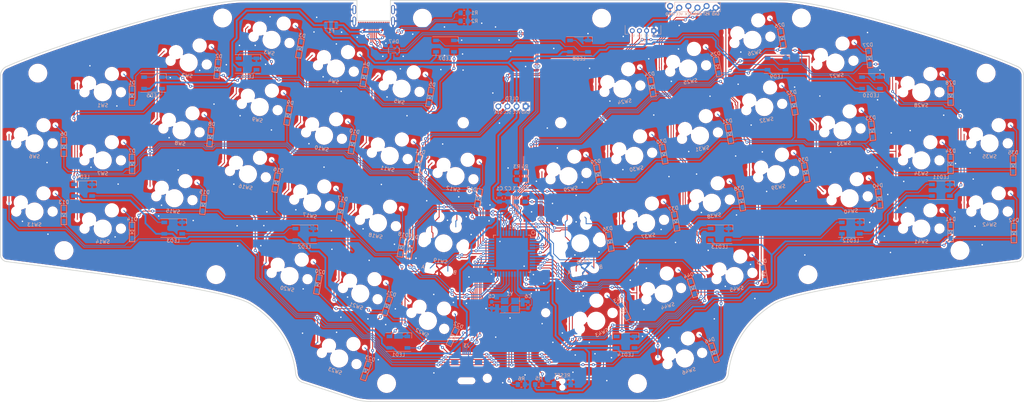
<source format=kicad_pcb>
(kicad_pcb (version 20171130) (host pcbnew "(5.1.10)-1")
  (layers (0 F.Cu signal hide) (31 B.Cu signal hide) (34 B.Paste user hide) (35 F.Paste user hide) (36 B.SilkS user hide) (37 F.SilkS user hide) (38 B.Mask user hide) (39 F.Mask user hide) (44 Edge.Cuts user))
  (net 0 "")
  (net 1 VBUS)
  (net 2 GND)
  (net 3 AREF)
  (net 4 UCAP)
  (net 5 XTAL1)
  (net 6 XTAL2)
  (net 7 ROWL0)
  (net 8 "Net-(D1-Pad2)")
  (net 9 "Net-(D2-Pad2)")
  (net 10 "Net-(D3-Pad2)")
  (net 11 "Net-(D4-Pad2)")
  (net 12 "Net-(D5-Pad2)")
  (net 13 ROWL1)
  (net 14 "Net-(D6-Pad2)")
  (net 15 "Net-(D7-Pad2)")
  (net 16 "Net-(D8-Pad2)")
  (net 17 "Net-(D9-Pad2)")
  (net 18 "Net-(D10-Pad2)")
  (net 19 "Net-(D11-Pad2)")
  (net 20 "Net-(D12-Pad2)")
  (net 21 ROWL2)
  (net 22 "Net-(D13-Pad2)")
  (net 23 "Net-(D14-Pad2)")
  (net 24 "Net-(D15-Pad2)")
  (net 25 "Net-(D16-Pad2)")
  (net 26 "Net-(D17-Pad2)")
  (net 27 "Net-(D18-Pad2)")
  (net 28 "Net-(D19-Pad2)")
  (net 29 "Net-(D20-Pad2)")
  (net 30 ROWL3)
  (net 31 "Net-(D21-Pad2)")
  (net 32 "Net-(D22-Pad2)")
  (net 33 "Net-(D23-Pad2)")
  (net 34 "Net-(D24-Pad2)")
  (net 35 "Net-(D25-Pad2)")
  (net 36 "Net-(D26-Pad2)")
  (net 37 "Net-(D27-Pad2)")
  (net 38 "Net-(D28-Pad2)")
  (net 39 "Net-(D29-Pad2)")
  (net 40 "Net-(D30-Pad2)")
  (net 41 "Net-(D31-Pad2)")
  (net 42 "Net-(D32-Pad2)")
  (net 43 "Net-(D33-Pad2)")
  (net 44 "Net-(D34-Pad2)")
  (net 45 "Net-(D35-Pad2)")
  (net 46 "Net-(D36-Pad2)")
  (net 47 ROWR2)
  (net 48 "Net-(D37-Pad2)")
  (net 49 "Net-(D38-Pad2)")
  (net 50 "Net-(D39-Pad2)")
  (net 51 "Net-(D40-Pad2)")
  (net 52 "Net-(D41-Pad2)")
  (net 53 "Net-(D42-Pad2)")
  (net 54 "Net-(D43-Pad2)")
  (net 55 ROWR3)
  (net 56 "Net-(D44-Pad2)")
  (net 57 "Net-(D45-Pad2)")
  (net 58 "Net-(D46-Pad2)")
  (net 59 UDP)
  (net 60 UDN)
  (net 61 UVBUS)
  (net 62 "Net-(J1-PadA5)")
  (net 63 "Net-(J1-PadB5)")
  (net 64 SDA)
  (net 65 SCL)
  (net 66 JOYSTX)
  (net 67 JOYSTBT)
  (net 68 JOYSTY)
  (net 69 RESET)
  (net 70 LED)
  (net 71 "Net-(LED1-Pad2)")
  (net 72 "Net-(LED2-Pad2)")
  (net 73 "Net-(LED3-Pad2)")
  (net 74 "Net-(LED4-Pad2)")
  (net 75 "Net-(LED5-Pad2)")
  (net 76 "Net-(LED6-Pad2)")
  (net 77 "Net-(LED7-Pad2)")
  (net 78 "Net-(LED8-Pad2)")
  (net 79 "Net-(LED10-Pad4)")
  (net 80 "Net-(LED10-Pad2)")
  (net 81 "Net-(LED11-Pad2)")
  (net 82 "Net-(LED12-Pad2)")
  (net 83 "Net-(LED13-Pad2)")
  (net 84 DN)
  (net 85 DP)
  (net 86 HWB)
  (net 87 COL1)
  (net 88 COL2)
  (net 89 COL3)
  (net 90 COL4)
  (net 91 COL5)
  (net 92 COL0)
  (net 93 COL6)
  (net 94 ENCL1)
  (net 95 ENCL2)
  (net 96 ENCR2)
  (net 97 ENCR1)
  (net 98 ROWR0)
  (net 99 ROWR1)
  (module 1m38_kbd:Switch_Joycon_Joystick (layer F.Cu) (at 167 120.5 180)
    (fp_text reference ST1 hide)
    (fp_text value Switch_Joycon_Joystick)
    (pad "" np_thru_hole circle (at 6.9 -11 90) (size 1.6 1.6) (drill 1.6) (layers *.Cu *.Mask))
    (pad "" np_thru_hole circle (at -9.4 7.3 180) (size 1.6 1.6) (drill 1.6) (layers *.Cu *.Mask))
  )
  (module 1m38_kbd:M2_ScrewHole (layer F.Cu) (at 153.4 60.1)
    (fp_text reference H13 hide)
    (fp_text value MountingHole hide)
  )
  (module 1m38_kbd:M2_ScrewHole (layer F.Cu) (at 180.6 60.1)
    (fp_text reference H14 hide)
    (fp_text value MountingHole hide)
  )
  (module 1m38_kbd:M2_ScrewHole (layer F.Cu) (at 132 132.949999)
    (fp_text reference H1 hide)
    (fp_text value MountingHole hide)
  )
  (module 1m38_kbd:M2_ScrewHole (layer F.Cu) (at 84.4 102.55)
    (fp_text reference H2 hide)
    (fp_text value MountingHole hide)
  )
  (module 1m38_kbd:M2_ScrewHole (layer F.Cu) (at 42 95.8)
    (fp_text reference H3 hide)
    (fp_text value MountingHole hide)
  )
  (module 1m38_kbd:M2_ScrewHole (layer F.Cu) (at 34.7 46.25)
    (fp_text reference H4 hide)
    (fp_text value MountingHole hide)
  )
  (module 1m38_kbd:M2_ScrewHole (layer F.Cu) (at 86.25 30.85)
    (fp_text reference H5 hide)
    (fp_text value MountingHole hide)
  )
  (module 1m38_kbd:M2_ScrewHole (layer F.Cu) (at 142 30.9)
    (fp_text reference H6 hide)
    (fp_text value MountingHole hide)
  )
  (module 1m38_kbd:M2_ScrewHole (layer F.Cu) (at 192 30.9)
    (fp_text reference H7 hide)
    (fp_text value MountingHole hide)
  )
  (module 1m38_kbd:M2_ScrewHole (layer F.Cu) (at 247.75 30.85)
    (fp_text reference H8 hide)
    (fp_text value MountingHole hide)
  )
  (module 1m38_kbd:M2_ScrewHole (layer F.Cu) (at 299.3 46.25)
    (fp_text reference H9 hide)
    (fp_text value MountingHole hide)
  )
  (module 1m38_kbd:M2_ScrewHole (layer F.Cu) (at 292 95.8)
    (fp_text reference H10 hide)
    (fp_text value MountingHole hide)
  )
  (module 1m38_kbd:M2_ScrewHole (layer F.Cu) (at 249.6 102.55)
    (fp_text reference H11 hide)
    (fp_text value MountingHole hide)
  )
  (module 1m38_kbd:M2_ScrewHole (layer F.Cu) (at 202 132.949998)
    (fp_text reference H12 hide)
    (fp_text value MountingHole hide)
  )
  (module 1m38_kbd:EC11E-and-CherryMX_SwitchHole_RoundCorner (layer F.Cu) (at 186.071668 93.771438 10)
    (fp_text reference SW36 (at 0 5.08 190) (layer B.SilkS) (effects (justify mirror)))
    (fp_text value Rotary_Encoder_Switch)
    (fp_text user B (at 4.5 7.5 10) (layer B.SilkS) (effects (justify mirror)))
    (fp_text user A (at -4.5 7.5 10) (layer B.SilkS) (effects (justify mirror)))
  )
  (module 1m38_kbd:EC11E-and-CherryMX_SwitchHole_RoundCorner (layer F.Cu) (at 147.928332 93.771438 350)
    (fp_text reference SW19 (at 0 5.08 170) (layer B.SilkS) (effects (justify mirror)))
    (fp_text value Rotary_Encoder_Switch)
    (fp_text user A (at -4.5 7.5 350) (layer B.SilkS) (effects (justify mirror)))
    (fp_text user B (at 4.5 7.5 350) (layer B.SilkS) (effects (justify mirror)))
  )
  (module 1m38_kbd:CherryMX_SwitchHole_RoundCorner (layer F.Cu) (at 182.76367 75.01085 10)
    (fp_text reference SW29 (at 0 3.67 10) (layer B.SilkS) (effects (justify mirror)))
    (fp_text value SW_PUSH hide)
  )
  (module 1m38_kbd:CherryMX_SwitchHole_RoundCorner (layer F.Cu) (at 52.8 51.575)
    (fp_text reference SW1 (at 0 3.67) (layer B.SilkS) (effects (justify mirror)))
    (fp_text value SW_PUSH hide)
  )
  (module 1m38_kbd:CherryMX_SwitchHole_RoundCorner (layer F.Cu) (at 76.775989 43.306528 354)
    (fp_text reference SW2 (at 0 3.67 354) (layer B.SilkS) (effects (justify mirror)))
    (fp_text value SW_PUSH hide)
  )
  (module 1m38_kbd:CherryMX_SwitchHole_RoundCorner (layer F.Cu) (at 99.916564 36.945975 350)
    (fp_text reference SW3 (at 0 3.67 350) (layer B.SilkS) (effects (justify mirror)))
    (fp_text value SW_PUSH hide)
  )
  (module 1m38_kbd:CherryMX_SwitchHole_RoundCorner (layer F.Cu) (at 117.850152 44.94412 350)
    (fp_text reference SW4 (at 0 3.67 350) (layer B.SilkS) (effects (justify mirror)))
    (fp_text value SW_PUSH hide)
  )
  (module 1m38_kbd:CherryMX_SwitchHole_RoundCorner (layer F.Cu) (at 136.19724 50.597191 350)
    (fp_text reference SW5 (at 0 3.67 350) (layer B.SilkS) (effects (justify mirror)))
    (fp_text value SW_PUSH hide)
  )
  (module 1m38_kbd:CherryMX_SwitchHole_RoundCorner (layer F.Cu) (at 33.75 65.8625)
    (fp_text reference SW6 (at 0 3.67) (layer B.SilkS) (effects (justify mirror)))
    (fp_text value SW_PUSH hide)
  )
  (module 1m38_kbd:CherryMX_SwitchHole_RoundCorner (layer F.Cu) (at 52.8 70.625)
    (fp_text reference SW7 (at 0 3.67) (layer B.SilkS) (effects (justify mirror)))
    (fp_text value SW_PUSH hide)
  )
  (module 1m38_kbd:CherryMX_SwitchHole_RoundCorner (layer F.Cu) (at 74.784721 62.25217 354)
    (fp_text reference SW8 (at 0 3.67 354) (layer B.SilkS) (effects (justify mirror)))
    (fp_text value SW_PUSH hide)
  )
  (module 1m38_kbd:CherryMX_SwitchHole_RoundCorner (layer F.Cu) (at 96.608566 55.706563 350)
    (fp_text reference SW9 (at 0 3.67 350) (layer B.SilkS) (effects (justify mirror)))
    (fp_text value SW_PUSH hide)
  )
  (module 1m38_kbd:CherryMX_SwitchHole_RoundCorner (layer F.Cu) (at 114.542154 63.704708 350)
    (fp_text reference SW10 (at 0 3.67 350) (layer B.SilkS) (effects (justify mirror)))
    (fp_text value SW_PUSH hide)
  )
  (module 1m38_kbd:CherryMX_SwitchHole_RoundCorner (layer F.Cu) (at 132.889242 69.357779 350)
    (fp_text reference SW11 (at 0 3.67 350) (layer B.SilkS) (effects (justify mirror)))
    (fp_text value SW_PUSH hide)
  )
  (module 1m38_kbd:CherryMX_SwitchHole_RoundCorner (layer F.Cu) (at 151.23633 75.01085 350)
    (fp_text reference SW12 (at 0 3.67 350) (layer B.SilkS) (effects (justify mirror)))
    (fp_text value SW_PUSH hide)
  )
  (module 1m38_kbd:CherryMX_SwitchHole_RoundCorner (layer F.Cu) (at 33.75 84.9125)
    (fp_text reference SW13 (at 0 3.67) (layer B.SilkS) (effects (justify mirror)))
    (fp_text value SW_PUSH hide)
  )
  (module 1m38_kbd:CherryMX_SwitchHole_RoundCorner (layer F.Cu) (at 52.8 89.675)
    (fp_text reference SW14 (at 0 3.67) (layer B.SilkS) (effects (justify mirror)))
    (fp_text value SW_PUSH hide)
  )
  (module 1m38_kbd:CherryMX_SwitchHole_RoundCorner (layer F.Cu) (at 72.793454 81.197812 354)
    (fp_text reference SW15 (at 0 3.67 354) (layer B.SilkS) (effects (justify mirror)))
    (fp_text value SW_PUSH hide)
  )
  (module 1m38_kbd:CherryMX_SwitchHole_RoundCorner (layer F.Cu) (at 93.300568 74.467151 350)
    (fp_text reference SW16 (at 0 3.67 350) (layer B.SilkS) (effects (justify mirror)))
    (fp_text value SW_PUSH hide)
  )
  (module 1m38_kbd:CherryMX_SwitchHole_RoundCorner (layer F.Cu) (at 111.234156 82.465295 350)
    (fp_text reference SW17 (at 0 3.67 350) (layer B.SilkS) (effects (justify mirror)))
    (fp_text value SW_PUSH hide)
  )
  (module 1m38_kbd:CherryMX_SwitchHole_RoundCorner (layer F.Cu) (at 129.581244 88.118367 350)
    (fp_text reference SW18 (at 0 3.67 350) (layer B.SilkS) (effects (justify mirror)))
    (fp_text value SW_PUSH hide)
  )
  (module 1m38_kbd:CherryMX_SwitchHole_RoundCorner (layer F.Cu) (at 104.933883 102.927996 350)
    (fp_text reference SW20 (at 0 3.67 350) (layer B.SilkS) (effects (justify mirror)))
    (fp_text value SW_PUSH hide)
  )
  (module 1m38_kbd:CherryMX_SwitchHole_RoundCorner (layer F.Cu) (at 124.662378 107.846862 342)
    (fp_text reference SW21 (at 0 3.669999 342) (layer B.SilkS) (effects (justify mirror)))
    (fp_text value SW_PUSH hide)
  )
  (module 1m38_kbd:CherryMX_SwitchHole_RoundCorner (layer F.Cu) (at 143.514303 115.463534 334)
    (fp_text reference SW22 (at 0 3.67 334) (layer B.SilkS) (effects (justify mirror)))
    (fp_text value SW_PUSH hide)
  )
  (module 1m38_kbd:CherryMX_SwitchHole_RoundCorner (layer F.Cu) (at 118.775604 125.964488 342)
    (fp_text reference SW23 (at 0 3.669999 342) (layer B.SilkS) (effects (justify mirror)))
    (fp_text value SW_PUSH hide)
  )
  (module 1m38_kbd:CherryMX_SwitchHole_RoundCorner (layer F.Cu) (at 197.80276 50.597191 10)
    (fp_text reference SW24 (at 0 3.67 10) (layer B.SilkS) (effects (justify mirror)))
    (fp_text value SW_PUSH hide)
  )
  (module 1m38_kbd:CherryMX_SwitchHole_RoundCorner (layer F.Cu) (at 216.149848 44.94412 10)
    (fp_text reference SW25 (at 0 3.67 10) (layer B.SilkS) (effects (justify mirror)))
    (fp_text value SW_PUSH hide)
  )
  (module 1m38_kbd:CherryMX_SwitchHole_RoundCorner (layer F.Cu) (at 234.083436 36.945975 10)
    (fp_text reference SW26 (at 0 3.67 10) (layer B.SilkS) (effects (justify mirror)))
    (fp_text value SW_PUSH hide)
  )
  (module 1m38_kbd:CherryMX_SwitchHole_RoundCorner (layer F.Cu) (at 257.224011 43.306528 6)
    (fp_text reference SW27 (at 0 3.67 6) (layer B.SilkS) (effects (justify mirror)))
    (fp_text value SW_PUSH hide)
  )
  (module 1m38_kbd:CherryMX_SwitchHole_RoundCorner (layer F.Cu) (at 281.2 51.575)
    (fp_text reference SW28 (at 0 3.67) (layer B.SilkS) (effects (justify mirror)))
    (fp_text value SW_PUSH hide)
  )
  (module 1m38_kbd:CherryMX_SwitchHole_RoundCorner (layer F.Cu) (at 201.110758 69.357779 10)
    (fp_text reference SW30 (at 0 3.67 10) (layer B.SilkS) (effects (justify mirror)))
    (fp_text value SW_PUSH hide)
  )
  (module 1m38_kbd:CherryMX_SwitchHole_RoundCorner (layer F.Cu) (at 219.457846 63.704708 10)
    (fp_text reference SW31 (at 0 3.67 10) (layer B.SilkS) (effects (justify mirror)))
    (fp_text value SW_PUSH hide)
  )
  (module 1m38_kbd:CherryMX_SwitchHole_RoundCorner (layer F.Cu) (at 237.391434 55.706563 10)
    (fp_text reference SW32 (at 0 3.67 10) (layer B.SilkS) (effects (justify mirror)))
    (fp_text value SW_PUSH hide)
  )
  (module 1m38_kbd:CherryMX_SwitchHole_RoundCorner (layer F.Cu) (at 259.215279 62.25217 6)
    (fp_text reference SW33 (at 0 3.67 6) (layer B.SilkS) (effects (justify mirror)))
    (fp_text value SW_PUSH hide)
  )
  (module 1m38_kbd:CherryMX_SwitchHole_RoundCorner (layer F.Cu) (at 281.2 70.625)
    (fp_text reference SW34 (at 0 3.67) (layer B.SilkS) (effects (justify mirror)))
    (fp_text value SW_PUSH hide)
  )
  (module 1m38_kbd:CherryMX_SwitchHole_RoundCorner (layer F.Cu) (at 300.25 65.8625)
    (fp_text reference SW35 (at 0 3.67) (layer B.SilkS) (effects (justify mirror)))
    (fp_text value SW_PUSH hide)
  )
  (module 1m38_kbd:CherryMX_SwitchHole_RoundCorner (layer F.Cu) (at 204.418756 88.118367 10)
    (fp_text reference SW37 (at 0 3.67 10) (layer B.SilkS) (effects (justify mirror)))
    (fp_text value SW_PUSH hide)
  )
  (module 1m38_kbd:CherryMX_SwitchHole_RoundCorner (layer F.Cu) (at 222.765844 82.465295 10)
    (fp_text reference SW38 (at 0 3.67 10) (layer B.SilkS) (effects (justify mirror)))
    (fp_text value SW_PUSH hide)
  )
  (module 1m38_kbd:CherryMX_SwitchHole_RoundCorner (layer F.Cu) (at 240.699432 74.467151 10)
    (fp_text reference SW39 (at 0 3.67 10) (layer B.SilkS) (effects (justify mirror)))
    (fp_text value SW_PUSH hide)
  )
  (module 1m38_kbd:CherryMX_SwitchHole_RoundCorner (layer F.Cu) (at 261.206546 81.197812 6)
    (fp_text reference SW40 (at 0 3.67 6) (layer B.SilkS) (effects (justify mirror)))
    (fp_text value SW_PUSH hide)
  )
  (module 1m38_kbd:CherryMX_SwitchHole_RoundCorner (layer F.Cu) (at 281.2 89.675)
    (fp_text reference SW41 (at 0 3.67) (layer B.SilkS) (effects (justify mirror)))
    (fp_text value SW_PUSH hide)
  )
  (module 1m38_kbd:CherryMX_SwitchHole_RoundCorner (layer F.Cu) (at 300.25 84.9125)
    (fp_text reference SW42 (at 0 3.67) (layer B.SilkS) (effects (justify mirror)))
    (fp_text value SW_PUSH hide)
  )
  (module 1m38_kbd:CherryMX_SwitchHole_RoundCorner (layer F.Cu) (at 190.485697 115.463534 26)
    (fp_text reference SW43 (at 0 3.67 26) (layer B.SilkS) (effects (justify mirror)))
    (fp_text value SW_PUSH hide)
  )
  (module 1m38_kbd:CherryMX_SwitchHole_RoundCorner (layer F.Cu) (at 209.337622 107.846862 18)
    (fp_text reference SW44 (at 0 3.669999 18) (layer B.SilkS) (effects (justify mirror)))
    (fp_text value SW_PUSH hide)
  )
  (module 1m38_kbd:CherryMX_SwitchHole_RoundCorner (layer F.Cu) (at 229.066117 102.927996 10)
    (fp_text reference SW45 (at 0 3.67 10) (layer B.SilkS) (effects (justify mirror)))
    (fp_text value SW_PUSH hide)
  )
  (module 1m38_kbd:CherryMX_SwitchHole_RoundCorner (layer F.Cu) (at 215.224396 125.964488 18)
    (fp_text reference SW46 (at 0 3.669999 18) (layer B.SilkS) (effects (justify mirror)))
    (fp_text value SW_PUSH hide)
  )
  (module 1m38_kbd:USB-C_Female_CX90M-16P (layer F.Cu) (at 128.4 32.35 180)
    (fp_text reference J1 hide)
    (fp_text value USB_C_Receptacle_USB2.0)
    (pad S1 thru_hole oval (at 5.4 0.62 180) (size 1 2.55) (drill oval 0.5 2.05) (layers *.Cu *.Mask) (net 2 GND))
    (pad S1 thru_hole oval (at -5.4 0.62 180) (size 1 2.55) (drill oval 0.5 2.05) (layers *.Cu *.Mask) (net 2 GND))
    (pad S1 thru_hole oval (at 5.4 3.85 180) (size 1 2.55) (drill oval 0.5 2.05) (layers *.Cu *.Mask) (net 2 GND))
    (pad S1 thru_hole oval (at -5.4 3.85 180) (size 1 2.55) (drill oval 0.5 2.05) (layers *.Cu *.Mask) (net 2 GND))
    (pad A12 smd rect (at 3.75 -0.1 180) (size 0.3 1.1) (layers F.Cu F.Paste F.Mask) (net 2 GND))
    (pad "" smd rect (at 4.25 -0.1 180) (size 0.3 1.1) (layers F.Cu F.Paste F.Mask))
    (pad A9 smd rect (at 2.75 -0.1 180) (size 0.3 1.1) (layers F.Cu F.Paste F.Mask) (net 61 UVBUS))
    (pad A8 smd rect (at 1.75 -0.1 180) (size 0.3 1.1) (layers F.Cu F.Paste F.Mask))
    (pad B1 smd rect (at 3.25 -0.1 180) (size 0.3 1.1) (layers F.Cu F.Paste F.Mask) (net 2 GND))
    (pad B4 smd rect (at 2.25 -0.1 180) (size 0.3 1.1) (layers F.Cu F.Paste F.Mask) (net 61 UVBUS))
    (pad A7 smd rect (at 0.75 -0.1 180) (size 0.3 1.1) (layers F.Cu F.Paste F.Mask) (net 60 UDN))
    (pad B5 smd rect (at 1.25 -0.1 180) (size 0.3 1.1) (layers F.Cu F.Paste F.Mask) (net 63 "Net-(J1-PadB5)"))
    (pad B7 smd rect (at -0.25 -0.1 180) (size 0.3 1.1) (layers F.Cu F.Paste F.Mask) (net 60 UDN))
    (pad B6 smd rect (at 0.25 -0.1 180) (size 0.3 1.1) (layers F.Cu F.Paste F.Mask) (net 59 UDP))
    (pad B8 smd rect (at -1.25 -0.1 180) (size 0.3 1.1) (layers F.Cu F.Paste F.Mask))
    (pad A6 smd rect (at -0.75 -0.1 180) (size 0.3 1.1) (layers F.Cu F.Paste F.Mask) (net 59 UDP))
    (pad B9 smd rect (at -2.25 -0.1 180) (size 0.3 1.1) (layers F.Cu F.Paste F.Mask) (net 61 UVBUS))
    (pad A5 smd rect (at -1.75 -0.1 180) (size 0.3 1.1) (layers F.Cu F.Paste F.Mask) (net 62 "Net-(J1-PadA5)"))
    (pad B12 smd rect (at -3.25 -0.1 180) (size 0.3 1.1) (layers F.Cu F.Paste F.Mask) (net 2 GND))
    (pad A4 smd rect (at -2.75 -0.1 180) (size 0.3 1.1) (layers F.Cu F.Paste F.Mask) (net 61 UVBUS))
    (pad A1 smd rect (at -3.75 -0.1 180) (size 0.3 1.1) (layers F.Cu F.Paste F.Mask) (net 2 GND))
    (pad "" smd rect (at -4.25 -0.1 180) (size 0.3 1.1) (layers F.Cu F.Paste F.Mask))
  )
  (module 1m38_kbd:Molex_FPC_CON_0.5mm_5pin_5051100592 (layer B.Cu) (at 154.35 124.35 180)
    (fp_text reference J3 (at 0 2) (layer B.SilkS) (effects (justify mirror)))
    (fp_text value joystick_switch_joycon)
    (pad "" smd rect (at 3.3 -2.7 180) (size 2 1.3) (layers B.Cu B.Paste B.Mask))
    (pad "" smd rect (at -3.3 -2.7 180) (size 2 1.3) (layers B.Cu B.Paste B.Mask))
    (pad 5 smd rect (at 1 0.05 180) (size 0.3 1.1) (layers B.Cu B.Paste B.Mask) (net 1 VBUS))
    (pad 4 smd rect (at 0.5 0.05 180) (size 0.3 1.1) (layers B.Cu B.Paste B.Mask) (net 68 JOYSTY))
    (pad 3 smd rect (at 0 0.05 180) (size 0.3 1.1) (layers B.Cu B.Paste B.Mask) (net 67 JOYSTBT))
    (pad 2 smd rect (at -0.5 0.05 180) (size 0.3 1.1) (layers B.Cu B.Paste B.Mask) (net 2 GND))
    (pad 1 smd rect (at -1 0.05 180) (size 0.3 1.1) (layers B.Cu B.Paste B.Mask) (net 66 JOYSTX))
  )
  (module 1m38_kbd:OLED-0.96in (layer F.Cu) (at 167 56.8)
    (fp_text reference J2)
    (fp_text value OLED_I2C)
    (fp_text user SDA (at -3.81 0.4) (layer B.SilkS) (effects (font (size 0.8 0.8) (thickness 0.12)) (justify mirror)))
    (fp_text user SCL (at -1.27 0.4) (layer B.SilkS) (effects (font (size 0.8 0.8) (thickness 0.12)) (justify mirror)))
    (fp_text user VCC (at 1.27 0.4) (layer B.SilkS) (effects (font (size 0.8 0.8) (thickness 0.12)) (justify mirror)))
    (fp_text user GND (at 3.81 0.4) (layer B.SilkS) (effects (font (size 0.8 0.8) (thickness 0.12)) (justify mirror)))
    (fp_text user OLED (at 0 -3.47 180) (layer B.SilkS) (effects (justify mirror)))
    (pad 4 thru_hole circle (at -3.81 -1.27 180) (size 1.6 1.6) (drill 1) (layers *.Cu *.Mask) (net 64 SDA))
    (pad 3 thru_hole circle (at -1.27 -1.27 180) (size 1.6 1.6) (drill 1) (layers *.Cu *.Mask) (net 65 SCL))
    (pad 2 thru_hole circle (at 1.27 -1.27 180) (size 1.6 1.6) (drill 1) (layers *.Cu *.Mask) (net 1 VBUS))
    (pad 1 thru_hole rect (at 3.81 -1.27 180) (size 1.6 1.6) (drill 1) (layers *.Cu *.Mask) (net 2 GND))
  )
  (module 1m38_kbd:Switch_Joycon_Joystick_FPC_hole (layer F.Cu) (at 154.3 132.2)
    (fp_text reference HOLE_ST)
    (fp_text value Switch_Joycon_Joystick_FPC_hole)
    (pad "" np_thru_hole oval (at 0 0) (size 4 1) (drill oval 4 1) (layers *.Cu *.Mask))
  )
  (module 1m38_kbd:PRTR5V0U2X_SOT143B (layer B.Cu) (at 134.0256 39.9128)
    (fp_text reference D47 (at 0 -2.5) (layer B.SilkS) (effects (justify mirror)))
    (fp_text value PRTR5V0U2X)
    (pad 3 smd rect (at 0.95 1) (size 0.6 0.7) (layers B.Cu B.Paste B.Mask) (net 60 UDN))
    (pad 4 smd rect (at -0.95 1) (size 0.6 0.7) (layers B.Cu B.Paste B.Mask) (net 1 VBUS))
    (pad 2 smd rect (at 0.95 -1) (size 0.6 0.7) (layers B.Cu B.Paste B.Mask) (net 59 UDP))
    (pad 1 smd rect (at -0.75 -1) (size 1 0.7) (layers B.Cu B.Paste B.Mask) (net 2 GND))
  )
  (module Capacitor_SMD:C_0603_1608Metric_Pad1.08x0.95mm_HandSolder (layer B.Cu) (at 161.3154 111.0058 270)
    (fp_text reference C5 (at -2.4208 0 180) (layer B.SilkS) (effects (justify mirror)))
    (fp_text value 22p)
    (pad 2 smd roundrect (at 0.8625 0 270) (size 1.075 0.95) (layers B.Cu B.Paste B.Mask) (net 2 GND))
    (pad 1 smd roundrect (at -0.8625 0 270) (size 1.075 0.95) (layers B.Cu B.Paste B.Mask) (net 5 XTAL1))
  )
  (module Capacitor_SMD:C_0805_2012Metric_Pad1.18x1.45mm_HandSolder (layer B.Cu) (at 163.5037 81.1276 270)
    (fp_text reference C1 (at -2.6416 -0.0215 180) (layer B.SilkS) (effects (justify mirror)))
    (fp_text value 10u)
    (pad 2 smd roundrect (at 1.0375 0 270) (size 1.175 1.45) (layers B.Cu B.Paste B.Mask) (roundrect_rratio 0.2127659574468085) (net 1 VBUS))
    (pad 1 smd roundrect (at -1.0375 0 270) (size 1.175 1.45) (layers B.Cu B.Paste B.Mask) (roundrect_rratio 0.2127659574468085) (net 2 GND))
  )
  (module Capacitor_SMD:C_0805_2012Metric_Pad1.18x1.45mm_HandSolder (layer B.Cu) (at 165.881533 81.1276 270)
    (fp_text reference C2 (at -2.6416 0.019533 180) (layer B.SilkS) (effects (justify mirror)))
    (fp_text value 0.1u)
    (pad 1 smd roundrect (at -1.0375 0 270) (size 1.175 1.45) (layers B.Cu B.Paste B.Mask) (roundrect_rratio 0.2127659574468085) (net 2 GND))
    (pad 2 smd roundrect (at 1.0375 0 270) (size 1.175 1.45) (layers B.Cu B.Paste B.Mask) (roundrect_rratio 0.2127659574468085) (net 1 VBUS))
  )
  (module Capacitor_SMD:C_0805_2012Metric_Pad1.18x1.45mm_HandSolder (layer B.Cu) (at 168.259366 81.1276 90)
    (fp_text reference C3 (at 2.6416 -0.009766 180) (layer B.SilkS) (effects (justify mirror)))
    (fp_text value 0.1u)
    (pad 1 smd roundrect (at -1.0375 0 90) (size 1.175 1.45) (layers B.Cu B.Paste B.Mask) (roundrect_rratio 0.2127659574468085) (net 3 AREF))
    (pad 2 smd roundrect (at 1.0375 0 90) (size 1.175 1.45) (layers B.Cu B.Paste B.Mask) (roundrect_rratio 0.2127659574468085) (net 2 GND))
  )
  (module Capacitor_SMD:C_0805_2012Metric_Pad1.18x1.45mm_HandSolder (layer B.Cu) (at 170.6372 81.1276 90)
    (fp_text reference C4 (at 2.6416 0 180) (layer B.SilkS) (effects (justify mirror)))
    (fp_text value 1u)
    (pad 2 smd roundrect (at 1.0375 0 90) (size 1.175 1.45) (layers B.Cu B.Paste B.Mask) (roundrect_rratio 0.2127659574468085) (net 2 GND))
    (pad 1 smd roundrect (at -1.0375 0 90) (size 1.175 1.45) (layers B.Cu B.Paste B.Mask) (roundrect_rratio 0.2127659574468085) (net 4 UCAP))
  )
  (module Capacitor_SMD:C_0603_1608Metric_Pad1.08x0.95mm_HandSolder (layer B.Cu) (at 171.4754 111.0058 90)
    (fp_text reference C6 (at 2.4208 0 180) (layer B.SilkS) (effects (justify mirror)))
    (fp_text value 22p)
    (pad 1 smd roundrect (at -0.8625 0 90) (size 1.075 0.95) (layers B.Cu B.Paste B.Mask) (net 6 XTAL2))
    (pad 2 smd roundrect (at 0.8625 0 90) (size 1.075 0.95) (layers B.Cu B.Paste B.Mask) (net 2 GND))
  )
  (module 1m38_kbd:D3_SMD_v2_silk (layer B.Cu) (at 60.991499 52.5275 90)
    (fp_text reference D1 (at 3.6 0) (layer B.SilkS) (effects (justify mirror)))
    (fp_text value D hide)
    (pad 1 smd rect (at -1.775 0 90) (size 1.4 1) (layers B.Cu B.Paste B.Mask) (net 7 ROWL0))
    (pad 2 smd rect (at 1.775 0 90) (size 1.4 1) (layers B.Cu B.Paste B.Mask) (net 8 "Net-(D1-Pad2)"))
  )
  (module 1m38_kbd:D3_SMD_v2_silk (layer B.Cu) (at 84.823051 45.110055 84)
    (fp_text reference D2 (at 3.6 0 -6) (layer B.SilkS) (effects (justify mirror)))
    (fp_text value D hide)
    (pad 1 smd rect (at -1.775 0 84) (size 1.4 1) (layers B.Cu B.Paste B.Mask) (net 7 ROWL0))
    (pad 2 smd rect (at 1.775 0 84) (size 1.4 1) (layers B.Cu B.Paste B.Mask) (net 9 "Net-(D2-Pad2)"))
  )
  (module 1m38_kbd:D3_SMD_v2_silk (layer B.Cu) (at 107.818216 39.306443 80)
    (fp_text reference D3 (at 3.6 0 -10) (layer B.SilkS) (effects (justify mirror)))
    (fp_text value D hide)
    (pad 1 smd rect (at -1.775 0 80) (size 1.4 1) (layers B.Cu B.Paste B.Mask) (net 7 ROWL0))
    (pad 2 smd rect (at 1.775 0 80) (size 1.4 1) (layers B.Cu B.Paste B.Mask) (net 10 "Net-(D3-Pad2)"))
  )
  (module 1m38_kbd:D3_SMD_v2_silk (layer B.Cu) (at 125.751804 47.304588 80)
    (fp_text reference D4 (at 3.6 0 -10) (layer B.SilkS) (effects (justify mirror)))
    (fp_text value D hide)
    (pad 2 smd rect (at 1.775 0 80) (size 1.4 1) (layers B.Cu B.Paste B.Mask) (net 11 "Net-(D4-Pad2)"))
    (pad 1 smd rect (at -1.775 0 80) (size 1.4 1) (layers B.Cu B.Paste B.Mask) (net 7 ROWL0))
  )
  (module 1m38_kbd:D3_SMD_v2_silk (layer B.Cu) (at 144.098892 52.957659 80)
    (fp_text reference D5 (at 3.6 0 -10) (layer B.SilkS) (effects (justify mirror)))
    (fp_text value D hide)
    (pad 2 smd rect (at 1.775 0 80) (size 1.4 1) (layers B.Cu B.Paste B.Mask) (net 12 "Net-(D5-Pad2)"))
    (pad 1 smd rect (at -1.775 0 80) (size 1.4 1) (layers B.Cu B.Paste B.Mask) (net 7 ROWL0))
  )
  (module 1m38_kbd:D3_SMD_v2_silk (layer B.Cu) (at 41.9415 66.815 90)
    (fp_text reference D6 (at 3.6 0) (layer B.SilkS) (effects (justify mirror)))
    (fp_text value D hide)
    (pad 1 smd rect (at -1.775 0 90) (size 1.4 1) (layers B.Cu B.Paste B.Mask) (net 13 ROWL1))
    (pad 2 smd rect (at 1.775 0 90) (size 1.4 1) (layers B.Cu B.Paste B.Mask) (net 14 "Net-(D6-Pad2)"))
  )
  (module 1m38_kbd:D3_SMD_v2_silk (layer B.Cu) (at 60.991499 71.5775 90)
    (fp_text reference D7 (at 3.6 0) (layer B.SilkS) (effects (justify mirror)))
    (fp_text value D hide)
    (pad 1 smd rect (at -1.775 0 90) (size 1.4 1) (layers B.Cu B.Paste B.Mask) (net 13 ROWL1))
    (pad 2 smd rect (at 1.775 0 90) (size 1.4 1) (layers B.Cu B.Paste B.Mask) (net 15 "Net-(D7-Pad2)"))
  )
  (module 1m38_kbd:D3_SMD_v2_silk (layer B.Cu) (at 82.831783 64.055697 84)
    (fp_text reference D8 (at 3.6 0 -6) (layer B.SilkS) (effects (justify mirror)))
    (fp_text value D hide)
    (pad 2 smd rect (at 1.775 0 84) (size 1.4 1) (layers B.Cu B.Paste B.Mask) (net 16 "Net-(D8-Pad2)"))
    (pad 1 smd rect (at -1.775 0 84) (size 1.4 1) (layers B.Cu B.Paste B.Mask) (net 13 ROWL1))
  )
  (module 1m38_kbd:D3_SMD_v2_silk (layer B.Cu) (at 104.510218 58.067031 80)
    (fp_text reference D9 (at 3.6 0 -10) (layer B.SilkS) (effects (justify mirror)))
    (fp_text value D hide)
    (pad 1 smd rect (at -1.775 0 80) (size 1.4 1) (layers B.Cu B.Paste B.Mask) (net 13 ROWL1))
    (pad 2 smd rect (at 1.775 0 80) (size 1.4 1) (layers B.Cu B.Paste B.Mask) (net 17 "Net-(D9-Pad2)"))
  )
  (module 1m38_kbd:D3_SMD_v2_silk (layer B.Cu) (at 122.443806 66.065176 80)
    (fp_text reference D10 (at 3.6 0 -10) (layer B.SilkS) (effects (justify mirror)))
    (fp_text value D hide)
    (pad 2 smd rect (at 1.775 0 80) (size 1.4 1) (layers B.Cu B.Paste B.Mask) (net 18 "Net-(D10-Pad2)"))
    (pad 1 smd rect (at -1.775 0 80) (size 1.4 1) (layers B.Cu B.Paste B.Mask) (net 13 ROWL1))
  )
  (module 1m38_kbd:D3_SMD_v2_silk (layer B.Cu) (at 140.790894 71.718247 80)
    (fp_text reference D11 (at 3.6 0 -10) (layer B.SilkS) (effects (justify mirror)))
    (fp_text value D hide)
    (pad 2 smd rect (at 1.775 0 80) (size 1.4 1) (layers B.Cu B.Paste B.Mask) (net 19 "Net-(D11-Pad2)"))
    (pad 1 smd rect (at -1.775 0 80) (size 1.4 1) (layers B.Cu B.Paste B.Mask) (net 13 ROWL1))
  )
  (module 1m38_kbd:D3_SMD_v2_silk (layer B.Cu) (at 157.628974 81.250034 80)
    (fp_text reference D12 (at 2.237342 -2.351204 -10) (layer B.SilkS) (effects (justify mirror)))
    (fp_text value D hide)
    (pad 1 smd rect (at -1.775 0 80) (size 1.4 1) (layers B.Cu B.Paste B.Mask) (net 13 ROWL1))
    (pad 2 smd rect (at 1.775 0 80) (size 1.4 1) (layers B.Cu B.Paste B.Mask) (net 20 "Net-(D12-Pad2)"))
  )
  (module 1m38_kbd:D3_SMD_v2_silk (layer B.Cu) (at 41.9415 85.865 90)
    (fp_text reference D13 (at 3.6 0) (layer B.SilkS) (effects (justify mirror)))
    (fp_text value D hide)
    (pad 1 smd rect (at -1.775 0 90) (size 1.4 1) (layers B.Cu B.Paste B.Mask) (net 21 ROWL2))
    (pad 2 smd rect (at 1.775 0 90) (size 1.4 1) (layers B.Cu B.Paste B.Mask) (net 22 "Net-(D13-Pad2)"))
  )
  (module 1m38_kbd:D3_SMD_v2_silk (layer B.Cu) (at 60.991499 90.6275 90)
    (fp_text reference D14 (at 3.6 0) (layer B.SilkS) (effects (justify mirror)))
    (fp_text value D hide)
    (pad 2 smd rect (at 1.775 0 90) (size 1.4 1) (layers B.Cu B.Paste B.Mask) (net 23 "Net-(D14-Pad2)"))
    (pad 1 smd rect (at -1.775 0 90) (size 1.4 1) (layers B.Cu B.Paste B.Mask) (net 21 ROWL2))
  )
  (module 1m38_kbd:D3_SMD_v2_silk (layer B.Cu) (at 80.840516 83.001339 84)
    (fp_text reference D15 (at 3.6 0 -6) (layer B.SilkS) (effects (justify mirror)))
    (fp_text value D hide)
    (pad 1 smd rect (at -1.775 0 84) (size 1.4 1) (layers B.Cu B.Paste B.Mask) (net 21 ROWL2))
    (pad 2 smd rect (at 1.775 0 84) (size 1.4 1) (layers B.Cu B.Paste B.Mask) (net 24 "Net-(D15-Pad2)"))
  )
  (module 1m38_kbd:D3_SMD_v2_silk (layer B.Cu) (at 101.20222 76.827619 80)
    (fp_text reference D16 (at 3.6 0 -10) (layer B.SilkS) (effects (justify mirror)))
    (fp_text value D hide)
    (pad 2 smd rect (at 1.775 0 80) (size 1.4 1) (layers B.Cu B.Paste B.Mask) (net 25 "Net-(D16-Pad2)"))
    (pad 1 smd rect (at -1.775 0 80) (size 1.4 1) (layers B.Cu B.Paste B.Mask) (net 21 ROWL2))
  )
  (module 1m38_kbd:D3_SMD_v2_silk (layer B.Cu) (at 119.135808 84.825763 80)
    (fp_text reference D17 (at 3.6 0 -10) (layer B.SilkS) (effects (justify mirror)))
    (fp_text value D hide)
    (pad 1 smd rect (at -1.775 0 80) (size 1.4 1) (layers B.Cu B.Paste B.Mask) (net 21 ROWL2))
    (pad 2 smd rect (at 1.775 0 80) (size 1.4 1) (layers B.Cu B.Paste B.Mask) (net 26 "Net-(D17-Pad2)"))
  )
  (module 1m38_kbd:D3_SMD_v2_silk (layer B.Cu) (at 136.141774 94.898034 80)
    (fp_text reference D18 (at 3.582384 -0.115605 -10) (layer B.SilkS) (effects (justify mirror)))
    (fp_text value D hide)
    (pad 2 smd rect (at 1.775 0 80) (size 1.4 1) (layers B.Cu B.Paste B.Mask) (net 27 "Net-(D18-Pad2)"))
    (pad 1 smd rect (at -1.775 0 80) (size 1.4 1) (layers B.Cu B.Paste B.Mask) (net 21 ROWL2))
  )
  (module 1m38_kbd:D3_SMD_v2_silk (layer B.Cu) (at 138.541774 95.348034 80)
    (fp_text reference D19 (at 3.562045 0.344924 -10) (layer B.SilkS) (effects (justify mirror)))
    (fp_text value D hide)
    (pad 1 smd rect (at -1.775 0 80) (size 1.4 1) (layers B.Cu B.Paste B.Mask) (net 21 ROWL2))
    (pad 2 smd rect (at 1.775 0 80) (size 1.4 1) (layers B.Cu B.Paste B.Mask) (net 28 "Net-(D19-Pad2)"))
  )
  (module 1m38_kbd:D3_SMD_v2_silk (layer B.Cu) (at 112.835535 105.288464 80)
    (fp_text reference D20 (at 3.6 0 -10) (layer B.SilkS) (effects (justify mirror)))
    (fp_text value D hide)
    (pad 2 smd rect (at 1.775 0 80) (size 1.4 1) (layers B.Cu B.Paste B.Mask) (net 29 "Net-(D20-Pad2)"))
    (pad 1 smd rect (at -1.775 0 80) (size 1.4 1) (layers B.Cu B.Paste B.Mask) (net 30 ROWL3))
  )
  (module 1m38_kbd:D3_SMD_v2_silk (layer B.Cu) (at 132.158618 111.284056 72)
    (fp_text reference D21 (at 3.6 0 -18) (layer B.SilkS) (effects (justify mirror)))
    (fp_text value D hide)
    (pad 1 smd rect (at -1.775 0 72) (size 1.4 1) (layers B.Cu B.Paste B.Mask) (net 30 ROWL3))
    (pad 2 smd rect (at 1.775 0 72) (size 1.4 1) (layers B.Cu B.Paste B.Mask) (net 31 "Net-(D21-Pad2)"))
  )
  (module 1m38_kbd:D3_SMD_v2_silk (layer B.Cu) (at 150.459225 119.910552 64)
    (fp_text reference D22 (at 3.6 0 -26) (layer B.SilkS) (effects (justify mirror)))
    (fp_text value D hide)
    (pad 2 smd rect (at 1.775 0 64) (size 1.4 1) (layers B.Cu B.Paste B.Mask) (net 32 "Net-(D22-Pad2)"))
    (pad 1 smd rect (at -1.775 0 64) (size 1.4 1) (layers B.Cu B.Paste B.Mask) (net 30 ROWL3))
  )
  (module 1m38_kbd:D3_SMD_v2_silk (layer B.Cu) (at 126.271844 129.401682 72)
    (fp_text reference D23 (at 3.6 0 -18) (layer B.SilkS) (effects (justify mirror)))
    (fp_text value D hide)
    (pad 1 smd rect (at -1.775 0 72) (size 1.4 1) (layers B.Cu B.Paste B.Mask) (net 30 ROWL3))
    (pad 2 smd rect (at 1.775 0 72) (size 1.4 1) (layers B.Cu B.Paste B.Mask) (net 33 "Net-(D23-Pad2)"))
  )
  (module 1m38_kbd:D3_SMD_v2_silk (layer B.Cu) (at 206.035212 50.112781 100)
    (fp_text reference D24 (at 3.6 0 10) (layer B.SilkS) (effects (justify mirror)))
    (fp_text value D hide)
    (pad 1 smd rect (at -1.775 0 100) (size 1.4 1) (layers B.Cu B.Paste B.Mask) (net 98 ROWR0))
    (pad 2 smd rect (at 1.775 0 100) (size 1.4 1) (layers B.Cu B.Paste B.Mask) (net 34 "Net-(D24-Pad2)"))
  )
  (module 1m38_kbd:D3_SMD_v2_silk (layer B.Cu) (at 224.3823 44.45971 100)
    (fp_text reference D25 (at 3.6 0 10) (layer B.SilkS) (effects (justify mirror)))
    (fp_text value D hide)
    (pad 2 smd rect (at 1.775 0 100) (size 1.4 1) (layers B.Cu B.Paste B.Mask) (net 35 "Net-(D25-Pad2)"))
    (pad 1 smd rect (at -1.775 0 100) (size 1.4 1) (layers B.Cu B.Paste B.Mask) (net 98 ROWR0))
  )
  (module 1m38_kbd:D3_SMD_v2_silk (layer B.Cu) (at 242.315888 36.461565 100)
    (fp_text reference D26 (at 3.6 0 10) (layer B.SilkS) (effects (justify mirror)))
    (fp_text value D hide)
    (pad 1 smd rect (at -1.775 0 100) (size 1.4 1) (layers B.Cu B.Paste B.Mask) (net 98 ROWR0))
    (pad 2 smd rect (at 1.775 0 100) (size 1.4 1) (layers B.Cu B.Paste B.Mask) (net 36 "Net-(D26-Pad2)"))
  )
  (module 1m38_kbd:D3_SMD_v2_silk (layer B.Cu) (at 266.682338 41.998876 96)
    (fp_text reference D27 (at 3.6 0 6) (layer B.SilkS) (effects (justify mirror)))
    (fp_text value D hide)
    (pad 2 smd rect (at 1.775 0 96) (size 1.4 1) (layers B.Cu B.Paste B.Mask) (net 37 "Net-(D27-Pad2)"))
    (pad 1 smd rect (at -1.775 0 96) (size 1.4 1) (layers B.Cu B.Paste B.Mask) (net 98 ROWR0))
  )
  (module 1m38_kbd:D3_SMD_v2_silk (layer B.Cu) (at 289.3915 52.5275 90)
    (fp_text reference D28 (at 3.6 0) (layer B.SilkS) (effects (justify mirror)))
    (fp_text value D hide)
    (pad 1 smd rect (at -1.775 0 90) (size 1.4 1) (layers B.Cu B.Paste B.Mask) (net 98 ROWR0))
    (pad 2 smd rect (at 1.775 0 90) (size 1.4 1) (layers B.Cu B.Paste B.Mask) (net 38 "Net-(D28-Pad2)"))
  )
  (module 1m38_kbd:D3_SMD_v2_silk (layer B.Cu) (at 190.996122 74.52644 100)
    (fp_text reference D29 (at 3.6 0 10) (layer B.SilkS) (effects (justify mirror)))
    (fp_text value D hide)
    (pad 2 smd rect (at 1.775 0 100) (size 1.4 1) (layers B.Cu B.Paste B.Mask) (net 39 "Net-(D29-Pad2)"))
    (pad 1 smd rect (at -1.775 0 100) (size 1.4 1) (layers B.Cu B.Paste B.Mask) (net 99 ROWR1))
  )
  (module 1m38_kbd:D3_SMD_v2_silk (layer B.Cu) (at 209.34321 68.873369 100)
    (fp_text reference D30 (at 3.6 0 10) (layer B.SilkS) (effects (justify mirror)))
    (fp_text value D hide)
    (pad 1 smd rect (at -1.775 0 100) (size 1.4 1) (layers B.Cu B.Paste B.Mask) (net 99 ROWR1))
    (pad 2 smd rect (at 1.775 0 100) (size 1.4 1) (layers B.Cu B.Paste B.Mask) (net 40 "Net-(D30-Pad2)"))
  )
  (module 1m38_kbd:D3_SMD_v2_silk (layer B.Cu) (at 227.690298 63.220298 100)
    (fp_text reference D31 (at 3.6 0 10) (layer B.SilkS) (effects (justify mirror)))
    (fp_text value D hide)
    (pad 2 smd rect (at 1.775 0 100) (size 1.4 1) (layers B.Cu B.Paste B.Mask) (net 41 "Net-(D31-Pad2)"))
    (pad 1 smd rect (at -1.775 0 100) (size 1.4 1) (layers B.Cu B.Paste B.Mask) (net 99 ROWR1))
  )
  (module 1m38_kbd:D3_SMD_v2_silk (layer B.Cu) (at 245.623886 55.222153 100)
    (fp_text reference D32 (at 3.6 0 10) (layer B.SilkS) (effects (justify mirror)))
    (fp_text value D hide)
    (pad 1 smd rect (at -1.775 0 100) (size 1.4 1) (layers B.Cu B.Paste B.Mask) (net 99 ROWR1))
    (pad 2 smd rect (at 1.775 0 100) (size 1.4 1) (layers B.Cu B.Paste B.Mask) (net 42 "Net-(D32-Pad2)"))
  )
  (module 1m38_kbd:D3_SMD_v2_silk (layer B.Cu) (at 267.461468 62.343207 96)
    (fp_text reference D33 (at 3.6 0 6) (layer B.SilkS) (effects (justify mirror)))
    (fp_text value D hide)
    (pad 2 smd rect (at 1.775 0 96) (size 1.4 1) (layers B.Cu B.Paste B.Mask) (net 43 "Net-(D33-Pad2)"))
    (pad 1 smd rect (at -1.775 0 96) (size 1.4 1) (layers B.Cu B.Paste B.Mask) (net 99 ROWR1))
  )
  (module 1m38_kbd:D3_SMD_v2_silk (layer B.Cu) (at 289.3915 71.5775 90)
    (fp_text reference D34 (at 3.6 0) (layer B.SilkS) (effects (justify mirror)))
    (fp_text value D hide)
    (pad 1 smd rect (at -1.775 0 90) (size 1.4 1) (layers B.Cu B.Paste B.Mask) (net 99 ROWR1))
    (pad 2 smd rect (at 1.775 0 90) (size 1.4 1) (layers B.Cu B.Paste B.Mask) (net 44 "Net-(D34-Pad2)"))
  )
  (module 1m38_kbd:D3_SMD_v2_silk (layer B.Cu) (at 306.832 72.0374 90)
    (fp_text reference D35 (at 3.6 0) (layer B.SilkS) (effects (justify mirror)))
    (fp_text value D hide)
    (pad 2 smd rect (at 1.775 0 90) (size 1.4 1) (layers B.Cu B.Paste B.Mask) (net 45 "Net-(D35-Pad2)"))
    (pad 1 smd rect (at -1.775 0 90) (size 1.4 1) (layers B.Cu B.Paste B.Mask) (net 99 ROWR1))
  )
  (module 1m38_kbd:D3_SMD_v2_silk (layer B.Cu) (at 194.30412 93.287028 100)
    (fp_text reference D36 (at 3.6 0 10) (layer B.SilkS) (effects (justify mirror)))
    (fp_text value D hide)
    (pad 2 smd rect (at 1.775 0 100) (size 1.4 1) (layers B.Cu B.Paste B.Mask) (net 46 "Net-(D36-Pad2)"))
    (pad 1 smd rect (at -1.775 0 100) (size 1.4 1) (layers B.Cu B.Paste B.Mask) (net 47 ROWR2))
  )
  (module 1m38_kbd:D3_SMD_v2_silk (layer B.Cu) (at 212.651208 87.633957 100)
    (fp_text reference D37 (at 3.6 0 10) (layer B.SilkS) (effects (justify mirror)))
    (fp_text value D hide)
    (pad 1 smd rect (at -1.775 0 100) (size 1.4 1) (layers B.Cu B.Paste B.Mask) (net 47 ROWR2))
    (pad 2 smd rect (at 1.775 0 100) (size 1.4 1) (layers B.Cu B.Paste B.Mask) (net 48 "Net-(D37-Pad2)"))
  )
  (module 1m38_kbd:D3_SMD_v2_silk (layer B.Cu) (at 230.998296 81.980885 100)
    (fp_text reference D38 (at 3.6 0 10) (layer B.SilkS) (effects (justify mirror)))
    (fp_text value D hide)
    (pad 2 smd rect (at 1.775 0 100) (size 1.4 1) (layers B.Cu B.Paste B.Mask) (net 49 "Net-(D38-Pad2)"))
    (pad 1 smd rect (at -1.775 0 100) (size 1.4 1) (layers B.Cu B.Paste B.Mask) (net 47 ROWR2))
  )
  (module 1m38_kbd:D3_SMD_v2_silk (layer B.Cu) (at 248.931884 73.982741 100)
    (fp_text reference D39 (at 3.6 0 10) (layer B.SilkS) (effects (justify mirror)))
    (fp_text value D hide)
    (pad 1 smd rect (at -1.775 0 100) (size 1.4 1) (layers B.Cu B.Paste B.Mask) (net 47 ROWR2))
    (pad 2 smd rect (at 1.775 0 100) (size 1.4 1) (layers B.Cu B.Paste B.Mask) (net 50 "Net-(D39-Pad2)"))
  )
  (module 1m38_kbd:D3_SMD_v2_silk (layer B.Cu) (at 269.452735 81.288849 96)
    (fp_text reference D40 (at 3.6 0 6) (layer B.SilkS) (effects (justify mirror)))
    (fp_text value D hide)
    (pad 2 smd rect (at 1.775 0 96) (size 1.4 1) (layers B.Cu B.Paste B.Mask) (net 51 "Net-(D40-Pad2)"))
    (pad 1 smd rect (at -1.775 0 96) (size 1.4 1) (layers B.Cu B.Paste B.Mask) (net 47 ROWR2))
  )
  (module 1m38_kbd:D3_SMD_v2_silk (layer B.Cu) (at 289.3915 90.6275 90)
    (fp_text reference D41 (at 3.6 0) (layer B.SilkS) (effects (justify mirror)))
    (fp_text value D hide)
    (pad 1 smd rect (at -1.775 0 90) (size 1.4 1) (layers B.Cu B.Paste B.Mask) (net 47 ROWR2))
    (pad 2 smd rect (at 1.775 0 90) (size 1.4 1) (layers B.Cu B.Paste B.Mask) (net 52 "Net-(D41-Pad2)"))
  )
  (module 1m38_kbd:D3_SMD_v2_silk (layer B.Cu) (at 307.0352 90.935 90)
    (fp_text reference D42 (at 3.6 0) (layer B.SilkS) (effects (justify mirror)))
    (fp_text value D hide)
    (pad 2 smd rect (at 1.775 0 90) (size 1.4 1) (layers B.Cu B.Paste B.Mask) (net 53 "Net-(D42-Pad2)"))
    (pad 1 smd rect (at -1.775 0 90) (size 1.4 1) (layers B.Cu B.Paste B.Mask) (net 47 ROWR2))
  )
  (module 1m38_kbd:D3_SMD_v2_silk (layer B.Cu) (at 198.265716 112.728718 116)
    (fp_text reference D43 (at 3.6 0 26) (layer B.SilkS) (effects (justify mirror)))
    (fp_text value D hide)
    (pad 2 smd rect (at 1.775 0 116) (size 1.4 1) (layers B.Cu B.Paste B.Mask) (net 54 "Net-(D43-Pad2)"))
    (pad 1 smd rect (at -1.775 0 116) (size 1.4 1) (layers B.Cu B.Paste B.Mask) (net 55 ROWR3))
  )
  (module 1m38_kbd:D3_SMD_v2_silk (layer B.Cu) (at 217.42254 106.22143 108)
    (fp_text reference D44 (at 3.6 0 18) (layer B.SilkS) (effects (justify mirror)))
    (fp_text value D hide)
    (pad 1 smd rect (at -1.775 0 108) (size 1.4 1) (layers B.Cu B.Paste B.Mask) (net 55 ROWR3))
    (pad 2 smd rect (at 1.775 0 108) (size 1.4 1) (layers B.Cu B.Paste B.Mask) (net 56 "Net-(D44-Pad2)"))
  )
  (module 1m38_kbd:D3_SMD_v2_silk (layer B.Cu) (at 237.298569 102.443586 100)
    (fp_text reference D45 (at 3.6 0 10) (layer B.SilkS) (effects (justify mirror)))
    (fp_text value D hide)
    (pad 2 smd rect (at 1.775 0 100) (size 1.4 1) (layers B.Cu B.Paste B.Mask) (net 57 "Net-(D45-Pad2)"))
    (pad 1 smd rect (at -1.775 0 100) (size 1.4 1) (layers B.Cu B.Paste B.Mask) (net 55 ROWR3))
  )
  (module 1m38_kbd:D3_SMD_v2_silk (layer B.Cu) (at 223.309314 124.339056 108)
    (fp_text reference D46 (at 3.6 0 18) (layer B.SilkS) (effects (justify mirror)))
    (fp_text value D hide)
    (pad 2 smd rect (at 1.775 0 108) (size 1.4 1) (layers B.Cu B.Paste B.Mask) (net 58 "Net-(D46-Pad2)"))
    (pad 1 smd rect (at -1.775 0 108) (size 1.4 1) (layers B.Cu B.Paste B.Mask) (net 55 ROWR3))
  )
  (module 1m38_kbd:Bouns_PTC_ResettableFuse (layer B.Cu) (at 116.5 32.85)
    (fp_text reference F1 (at 0.1 1.6) (layer B.SilkS) (effects (justify mirror)))
    (fp_text value 500mA)
    (pad 1 smd rect (at -1.5 0) (size 1 1.6) (layers B.Cu B.Paste B.Mask) (net 1 VBUS))
    (pad 2 smd rect (at 1.5 0) (size 1 1.6) (layers B.Cu B.Paste B.Mask) (net 61 UVBUS))
  )
  (module 1m38_kbd:ICSP-Header-ZigZag-Single (layer B.Cu) (at 211.1248 27.7368 270)
    (fp_text reference J4 hide)
    (fp_text value AVR-ISP-6)
    (fp_text user MISO (at 2.032 0 180) (layer B.SilkS) (effects (font (size 0.7 0.7)) (justify mirror)))
    (fp_text user VCC (at 2.032 -2.54 180) (layer B.SilkS) (effects (font (size 0.7 0.7)) (justify mirror)))
    (fp_text user SCK (at 2.032 -5.08 180) (layer B.SilkS) (effects (font (size 0.7 0.7)) (justify mirror)))
    (fp_text user MOSI (at 2.032 -7.62 180) (layer B.SilkS) (effects (font (size 0.7 0.7)) (justify mirror)))
    (fp_text user RST (at 2.032 -10.16 180) (layer B.SilkS) (effects (font (size 0.7 0.7)) (justify mirror)))
    (fp_text user GND (at 2.032 -12.7 180) (layer B.SilkS) (effects (font (size 0.7 0.7)) (justify mirror)))
    (pad 6 thru_hole oval (at 0.2286 -12.7 270) (size 1.7 1.7) (drill 1) (layers *.Cu *.Mask) (net 2 GND))
    (pad 5 thru_hole oval (at -0.2286 -10.16 270) (size 1.7 1.7) (drill 1) (layers *.Cu *.Mask) (net 69 RESET))
    (pad 4 thru_hole oval (at 0.2286 -7.62 270) (size 1.7 1.7) (drill 1) (layers *.Cu *.Mask) (net 90 COL4))
    (pad 3 thru_hole oval (at -0.2286 -5.08 270) (size 1.7 1.7) (drill 1) (layers *.Cu *.Mask) (net 89 COL3))
    (pad 2 thru_hole oval (at 0.2286 -2.54 270) (size 1.7 1.7) (drill 1) (layers *.Cu *.Mask) (net 1 VBUS))
    (pad 1 thru_hole circle (at -0.2286 0 270) (size 1.7 1.7) (drill 1) (layers *.Cu *.Mask) (net 91 COL5))
  )
  (module 1m38_kbd:Grove_I2C (layer F.Cu) (at 206.5528 34.3916 270)
    (fp_text reference J5 (at 2.6 3) (layer B.SilkS) (effects (justify mirror)))
    (fp_text value GLOVE_I2C)
    (fp_text user GND (at 1.4 0) (layer B.SilkS) (effects (font (size 0.5 0.5) (thickness 0.075)) (justify mirror)))
    (fp_text user VCC (at 1.4 2) (layer B.SilkS) (effects (font (size 0.5 0.5) (thickness 0.075)) (justify mirror)))
    (fp_text user SDA (at 1.4 4) (layer B.SilkS) (effects (font (size 0.5 0.5) (thickness 0.075)) (justify mirror)))
    (fp_text user SCL (at 1.4 6) (layer B.SilkS) (effects (font (size 0.5 0.5) (thickness 0.075)) (justify mirror)))
    (pad 4 thru_hole rect (at 0 0 270) (size 1.35 1.35) (drill 0.8) (layers *.Cu *.Mask) (net 2 GND))
    (pad 3 thru_hole oval (at 0 2 270) (size 1.35 1.35) (drill 0.8) (layers *.Cu *.Mask) (net 1 VBUS))
    (pad 2 thru_hole oval (at 0 4 270) (size 1.35 1.35) (drill 0.8) (layers *.Cu *.Mask) (net 65 SCL))
    (pad 1 thru_hole oval (at 0 6 270) (size 1.35 1.35) (drill 0.8) (layers *.Cu *.Mask) (net 64 SDA))
  )
  (module foostan_kbd:LED_WS2812B-PLCC4 (layer B.Cu) (at 135.31 121.41)
    (fp_text reference LED1 (at 0 3.5) (layer B.SilkS) (effects (justify mirror)))
    (fp_text value WS2812B)
    (pad 3 smd rect (at 2.5 -1.6) (size 1.6 1) (layers B.Cu B.Paste B.Mask) (net 2 GND))
    (pad 4 smd rect (at 2.5 1.6) (size 1.6 1) (layers B.Cu B.Paste B.Mask) (net 70 LED))
    (pad 2 smd rect (at -2.5 -1.6) (size 1.6 1) (layers B.Cu B.Paste B.Mask) (net 71 "Net-(LED1-Pad2)"))
    (pad 1 smd rect (at -2.5 1.6) (size 1.6 1) (layers B.Cu B.Paste B.Mask) (net 1 VBUS))
  )
  (module foostan_kbd:LED_WS2812B-PLCC4 (layer B.Cu) (at 109.07 91.26)
    (fp_text reference LED2 (at 0 3.5) (layer B.SilkS) (effects (justify mirror)))
    (fp_text value WS2812B)
    (pad 1 smd rect (at -2.5 1.6) (size 1.6 1) (layers B.Cu B.Paste B.Mask) (net 1 VBUS))
    (pad 2 smd rect (at -2.5 -1.6) (size 1.6 1) (layers B.Cu B.Paste B.Mask) (net 72 "Net-(LED2-Pad2)"))
    (pad 4 smd rect (at 2.5 1.6) (size 1.6 1) (layers B.Cu B.Paste B.Mask) (net 71 "Net-(LED1-Pad2)"))
    (pad 3 smd rect (at 2.5 -1.6) (size 1.6 1) (layers B.Cu B.Paste B.Mask) (net 2 GND))
  )
  (module foostan_kbd:LED_WS2812B-PLCC4 (layer B.Cu) (at 72.47 89.54)
    (fp_text reference LED3 (at 0 3.5) (layer B.SilkS) (effects (justify mirror)))
    (fp_text value WS2812B)
    (pad 3 smd rect (at 2.5 -1.6) (size 1.6 1) (layers B.Cu B.Paste B.Mask) (net 2 GND))
    (pad 4 smd rect (at 2.5 1.6) (size 1.6 1) (layers B.Cu B.Paste B.Mask) (net 72 "Net-(LED2-Pad2)"))
    (pad 2 smd rect (at -2.5 -1.6) (size 1.6 1) (layers B.Cu B.Paste B.Mask) (net 73 "Net-(LED3-Pad2)"))
    (pad 1 smd rect (at -2.5 1.6) (size 1.6 1) (layers B.Cu B.Paste B.Mask) (net 1 VBUS))
  )
  (module foostan_kbd:LED_WS2812B-PLCC4 (layer B.Cu) (at 47.32 78.95)
    (fp_text reference LED4 (at 0 -3.7) (layer B.SilkS) (effects (justify mirror)))
    (fp_text value WS2812B)
    (pad 1 smd rect (at -2.5 1.6) (size 1.6 1) (layers B.Cu B.Paste B.Mask) (net 1 VBUS))
    (pad 2 smd rect (at -2.5 -1.6) (size 1.6 1) (layers B.Cu B.Paste B.Mask) (net 74 "Net-(LED4-Pad2)"))
    (pad 4 smd rect (at 2.5 1.6) (size 1.6 1) (layers B.Cu B.Paste B.Mask) (net 73 "Net-(LED3-Pad2)"))
    (pad 3 smd rect (at 2.5 -1.6) (size 1.6 1) (layers B.Cu B.Paste B.Mask) (net 2 GND))
  )
  (module foostan_kbd:LED_WS2812B-PLCC4 (layer B.Cu) (at 66.83 48.97)
    (fp_text reference LED5 (at 0 3.5) (layer B.SilkS) (effects (justify mirror)))
    (fp_text value WS2812B)
    (pad 3 smd rect (at 2.5 -1.6) (size 1.6 1) (layers B.Cu B.Paste B.Mask) (net 2 GND))
    (pad 4 smd rect (at 2.5 1.6) (size 1.6 1) (layers B.Cu B.Paste B.Mask) (net 74 "Net-(LED4-Pad2)"))
    (pad 2 smd rect (at -2.5 -1.6) (size 1.6 1) (layers B.Cu B.Paste B.Mask) (net 75 "Net-(LED5-Pad2)"))
    (pad 1 smd rect (at -2.5 1.6) (size 1.6 1) (layers B.Cu B.Paste B.Mask) (net 1 VBUS))
  )
  (module foostan_kbd:LED_WS2812B-PLCC4 (layer B.Cu) (at 93.2 43.7)
    (fp_text reference LED6 (at 0 3.5) (layer B.SilkS) (effects (justify mirror)))
    (fp_text value WS2812B)
    (pad 1 smd rect (at -2.5 1.6) (size 1.6 1) (layers B.Cu B.Paste B.Mask) (net 1 VBUS))
    (pad 2 smd rect (at -2.5 -1.6) (size 1.6 1) (layers B.Cu B.Paste B.Mask) (net 76 "Net-(LED6-Pad2)"))
    (pad 4 smd rect (at 2.5 1.6) (size 1.6 1) (layers B.Cu B.Paste B.Mask) (net 75 "Net-(LED5-Pad2)"))
    (pad 3 smd rect (at 2.5 -1.6) (size 1.6 1) (layers B.Cu B.Paste B.Mask) (net 2 GND))
  )
  (module foostan_kbd:LED_WS2812B-PLCC4 (layer B.Cu) (at 148.3 38.7)
    (fp_text reference LED7 (at 0 3.5) (layer B.SilkS) (effects (justify mirror)))
    (fp_text value WS2812B)
    (pad 3 smd rect (at 2.5 -1.6) (size 1.6 1) (layers B.Cu B.Paste B.Mask) (net 2 GND))
    (pad 4 smd rect (at 2.5 1.6) (size 1.6 1) (layers B.Cu B.Paste B.Mask) (net 76 "Net-(LED6-Pad2)"))
    (pad 2 smd rect (at -2.5 -1.6) (size 1.6 1) (layers B.Cu B.Paste B.Mask) (net 77 "Net-(LED7-Pad2)"))
    (pad 1 smd rect (at -2.5 1.6) (size 1.6 1) (layers B.Cu B.Paste B.Mask) (net 1 VBUS))
  )
  (module foostan_kbd:LED_WS2812B-PLCC4 (layer B.Cu) (at 185.7 38.7)
    (fp_text reference LED8 (at 0 3.5) (layer B.SilkS) (effects (justify mirror)))
    (fp_text value WS2812B)
    (pad 1 smd rect (at -2.5 1.6) (size 1.6 1) (layers B.Cu B.Paste B.Mask) (net 1 VBUS))
    (pad 2 smd rect (at -2.5 -1.6) (size 1.6 1) (layers B.Cu B.Paste B.Mask) (net 78 "Net-(LED8-Pad2)"))
    (pad 4 smd rect (at 2.5 1.6) (size 1.6 1) (layers B.Cu B.Paste B.Mask) (net 77 "Net-(LED7-Pad2)"))
    (pad 3 smd rect (at 2.5 -1.6) (size 1.6 1) (layers B.Cu B.Paste B.Mask) (net 2 GND))
  )
  (module foostan_kbd:LED_WS2812B-PLCC4 (layer B.Cu) (at 240.8 43.7)
    (fp_text reference LED9 (at 0 3.5) (layer B.SilkS) (effects (justify mirror)))
    (fp_text value WS2812B)
    (pad 3 smd rect (at 2.5 -1.6) (size 1.6 1) (layers B.Cu B.Paste B.Mask) (net 2 GND))
    (pad 4 smd rect (at 2.5 1.6) (size 1.6 1) (layers B.Cu B.Paste B.Mask) (net 78 "Net-(LED8-Pad2)"))
    (pad 2 smd rect (at -2.5 -1.6) (size 1.6 1) (layers B.Cu B.Paste B.Mask) (net 79 "Net-(LED10-Pad4)"))
    (pad 1 smd rect (at -2.5 1.6) (size 1.6 1) (layers B.Cu B.Paste B.Mask) (net 1 VBUS))
  )
  (module foostan_kbd:LED_WS2812B-PLCC4 (layer B.Cu) (at 267.17 48.97)
    (fp_text reference LED10 (at 0 3.5) (layer B.SilkS) (effects (justify mirror)))
    (fp_text value WS2812B)
    (pad 1 smd rect (at -2.5 1.6) (size 1.6 1) (layers B.Cu B.Paste B.Mask) (net 1 VBUS))
    (pad 2 smd rect (at -2.5 -1.6) (size 1.6 1) (layers B.Cu B.Paste B.Mask) (net 80 "Net-(LED10-Pad2)"))
    (pad 4 smd rect (at 2.5 1.6) (size 1.6 1) (layers B.Cu B.Paste B.Mask) (net 79 "Net-(LED10-Pad4)"))
    (pad 3 smd rect (at 2.5 -1.6) (size 1.6 1) (layers B.Cu B.Paste B.Mask) (net 2 GND))
  )
  (module foostan_kbd:LED_WS2812B-PLCC4 (layer B.Cu) (at 286.68 78.95)
    (fp_text reference LED11 (at -0.0156 -3.6644) (layer B.SilkS) (effects (justify mirror)))
    (fp_text value WS2812B)
    (pad 1 smd rect (at -2.5 1.6) (size 1.6 1) (layers B.Cu B.Paste B.Mask) (net 1 VBUS))
    (pad 2 smd rect (at -2.5 -1.6) (size 1.6 1) (layers B.Cu B.Paste B.Mask) (net 81 "Net-(LED11-Pad2)"))
    (pad 4 smd rect (at 2.5 1.6) (size 1.6 1) (layers B.Cu B.Paste B.Mask) (net 80 "Net-(LED10-Pad2)"))
    (pad 3 smd rect (at 2.5 -1.6) (size 1.6 1) (layers B.Cu B.Paste B.Mask) (net 2 GND))
  )
  (module foostan_kbd:LED_WS2812B-PLCC4 (layer B.Cu) (at 261.529999 89.54)
    (fp_text reference LED12 (at 0 3.5) (layer B.SilkS) (effects (justify mirror)))
    (fp_text value WS2812B)
    (pad 3 smd rect (at 2.5 -1.6) (size 1.6 1) (layers B.Cu B.Paste B.Mask) (net 2 GND))
    (pad 4 smd rect (at 2.5 1.6) (size 1.6 1) (layers B.Cu B.Paste B.Mask) (net 81 "Net-(LED11-Pad2)"))
    (pad 2 smd rect (at -2.5 -1.6) (size 1.6 1) (layers B.Cu B.Paste B.Mask) (net 82 "Net-(LED12-Pad2)"))
    (pad 1 smd rect (at -2.5 1.6) (size 1.6 1) (layers B.Cu B.Paste B.Mask) (net 1 VBUS))
  )
  (module foostan_kbd:LED_WS2812B-PLCC4 (layer B.Cu) (at 224.93 91.26)
    (fp_text reference LED13 (at 0 3.5) (layer B.SilkS) (effects (justify mirror)))
    (fp_text value WS2812B)
    (pad 1 smd rect (at -2.5 1.6) (size 1.6 1) (layers B.Cu B.Paste B.Mask) (net 1 VBUS))
    (pad 2 smd rect (at -2.5 -1.6) (size 1.6 1) (layers B.Cu B.Paste B.Mask) (net 83 "Net-(LED13-Pad2)"))
    (pad 4 smd rect (at 2.5 1.6) (size 1.6 1) (layers B.Cu B.Paste B.Mask) (net 82 "Net-(LED12-Pad2)"))
    (pad 3 smd rect (at 2.5 -1.6) (size 1.6 1) (layers B.Cu B.Paste B.Mask) (net 2 GND))
  )
  (module foostan_kbd:LED_WS2812B-PLCC4 (layer B.Cu) (at 198.69 121.41)
    (fp_text reference LED14 (at 0 3.5) (layer B.SilkS) (effects (justify mirror)))
    (fp_text value WS2812B)
    (pad 3 smd rect (at 2.5 -1.6) (size 1.6 1) (layers B.Cu B.Paste B.Mask) (net 2 GND))
    (pad 4 smd rect (at 2.5 1.6) (size 1.6 1) (layers B.Cu B.Paste B.Mask) (net 83 "Net-(LED13-Pad2)"))
    (pad 2 smd rect (at -2.5 -1.6) (size 1.6 1) (layers B.Cu B.Paste B.Mask))
    (pad 1 smd rect (at -2.5 1.6) (size 1.6 1) (layers B.Cu B.Paste B.Mask) (net 1 VBUS))
  )
  (module Resistor_SMD:R_0805_2012Metric_Pad1.20x1.40mm_HandSolder (layer B.Cu) (at 153.65 29.4)
    (fp_text reference R1 (at 2.9 0) (layer B.SilkS) (effects (justify mirror)))
    (fp_text value 5.1k)
    (pad 1 smd roundrect (at -1 0) (size 1.2 1.4) (layers B.Cu B.Paste B.Mask) (roundrect_rratio 0.2083325) (net 62 "Net-(J1-PadA5)"))
    (pad 2 smd roundrect (at 1 0) (size 1.2 1.4) (layers B.Cu B.Paste B.Mask) (roundrect_rratio 0.2083325) (net 2 GND))
  )
  (module Resistor_SMD:R_0805_2012Metric_Pad1.20x1.40mm_HandSolder (layer B.Cu) (at 153.65 31.7 180)
    (fp_text reference R2 (at -2.9 0) (layer B.SilkS) (effects (justify mirror)))
    (fp_text value 5.1k)
    (pad 2 smd roundrect (at 1 0 180) (size 1.2 1.4) (layers B.Cu B.Paste B.Mask) (roundrect_rratio 0.2083325) (net 63 "Net-(J1-PadB5)"))
    (pad 1 smd roundrect (at -1 0 180) (size 1.2 1.4) (layers B.Cu B.Paste B.Mask) (roundrect_rratio 0.2083325) (net 2 GND))
  )
  (module Resistor_SMD:R_0805_2012Metric_Pad1.20x1.40mm_HandSolder (layer B.Cu) (at 168.3512 75.0316 90)
    (fp_text reference R3 (at 2.6416 0 180) (layer B.SilkS) (effects (justify mirror)))
    (fp_text value 22)
    (pad 2 smd roundrect (at 1 0 90) (size 1.2 1.4) (layers B.Cu B.Paste B.Mask) (roundrect_rratio 0.2083325) (net 60 UDN))
    (pad 1 smd roundrect (at -1 0 90) (size 1.2 1.4) (layers B.Cu B.Paste B.Mask) (roundrect_rratio 0.2083325) (net 84 DN))
  )
  (module Resistor_SMD:R_0805_2012Metric_Pad1.20x1.40mm_HandSolder (layer B.Cu) (at 170.5864 75.0156 90)
    (fp_text reference R4 (at 2.6256 0 180) (layer B.SilkS) (effects (justify mirror)))
    (fp_text value 22)
    (pad 1 smd roundrect (at -1 0 90) (size 1.2 1.4) (layers B.Cu B.Paste B.Mask) (roundrect_rratio 0.2083325) (net 85 DP))
    (pad 2 smd roundrect (at 1 0 90) (size 1.2 1.4) (layers B.Cu B.Paste B.Mask) (roundrect_rratio 0.2083325) (net 59 UDP))
  )
  (module Resistor_SMD:R_0805_2012Metric_Pad1.20x1.40mm_HandSolder (layer B.Cu) (at 174.4632 133.2484)
    (fp_text reference R5 (at -0.016 -1.7272) (layer B.SilkS) (effects (justify mirror)))
    (fp_text value 10k)
    (pad 2 smd roundrect (at 1 0) (size 1.2 1.4) (layers B.Cu B.Paste B.Mask) (roundrect_rratio 0.2083325) (net 69 RESET))
    (pad 1 smd roundrect (at -1 0) (size 1.2 1.4) (layers B.Cu B.Paste B.Mask) (roundrect_rratio 0.2083325) (net 1 VBUS))
  )
  (module Resistor_SMD:R_0805_2012Metric_Pad1.20x1.40mm_HandSolder (layer B.Cu) (at 169.6212 133.2484 180)
    (fp_text reference R6 (at 0 1.65) (layer B.SilkS) (effects (justify mirror)))
    (fp_text value 10k)
    (pad 1 smd roundrect (at -1 0 180) (size 1.2 1.4) (layers B.Cu B.Paste B.Mask) (roundrect_rratio 0.2083325) (net 2 GND))
    (pad 2 smd roundrect (at 1 0 180) (size 1.2 1.4) (layers B.Cu B.Paste B.Mask) (roundrect_rratio 0.2083325) (net 86 HWB))
  )
  (module 1m38_kbd:SW_PUSH_SMD_TVAF06-A020B-R_HandSolder (layer B.Cu) (at 181.0512 133.1976)
    (fp_text reference SW47 hide)
    (fp_text value SW_Push)
    (pad 1 smd rect (at 2.325 0) (size 1.25 1.6) (layers B.Cu B.Paste B.Mask) (net 2 GND))
    (pad 2 smd rect (at -2.325 0) (size 1.25 1.6) (layers B.Cu B.Paste B.Mask) (net 69 RESET))
    (pad "" np_thru_hole circle (at 0 -0.9) (size 0.75 0.75) (drill 0.75) (layers *.Cu *.Mask))
    (pad "" np_thru_hole circle (at 0 0.9) (size 0.75 0.75) (drill 0.75) (layers *.Cu *.Mask))
  )
  (module Package_QFP:TQFP-44_10x10mm_P0.8mm (layer B.Cu) (at 167 96.7 180)
    (fp_text reference U1 (at 0 7.45) (layer B.SilkS) (effects (justify mirror)))
    (fp_text value ATmega32U4-AU)
    (pad 1 smd rect (at -5.7 4 180) (size 1.5 0.55) (layers B.Cu B.Paste B.Mask) (net 47 ROWR2))
    (pad 2 smd rect (at -5.7 3.2 180) (size 1.5 0.55) (layers B.Cu B.Paste B.Mask) (net 1 VBUS))
    (pad 3 smd rect (at -5.7 2.4 180) (size 1.5 0.55) (layers B.Cu B.Paste B.Mask) (net 84 DN))
    (pad 4 smd rect (at -5.7 1.6 180) (size 1.5 0.55) (layers B.Cu B.Paste B.Mask) (net 85 DP))
    (pad 5 smd rect (at -5.7 0.8 180) (size 1.5 0.55) (layers B.Cu B.Paste B.Mask) (net 2 GND))
    (pad 6 smd rect (at -5.7 0 180) (size 1.5 0.55) (layers B.Cu B.Paste B.Mask) (net 4 UCAP))
    (pad 7 smd rect (at -5.7 -0.8 180) (size 1.5 0.55) (layers B.Cu B.Paste B.Mask) (net 1 VBUS))
    (pad 8 smd rect (at -5.7 -1.6 180) (size 1.5 0.55) (layers B.Cu B.Paste B.Mask) (net 55 ROWR3))
    (pad 9 smd rect (at -5.7 -2.4 180) (size 1.5 0.55) (layers B.Cu B.Paste B.Mask) (net 89 COL3))
    (pad 10 smd rect (at -5.7 -3.2 180) (size 1.5 0.55) (layers B.Cu B.Paste B.Mask) (net 90 COL4))
    (pad 11 smd rect (at -5.7 -4 180) (size 1.5 0.55) (layers B.Cu B.Paste B.Mask) (net 91 COL5))
    (pad 12 smd rect (at -4 -5.7 90) (size 1.5 0.55) (layers B.Cu B.Paste B.Mask) (net 93 COL6))
    (pad 13 smd rect (at -3.2 -5.7 90) (size 1.5 0.55) (layers B.Cu B.Paste B.Mask) (net 69 RESET))
    (pad 14 smd rect (at -2.4 -5.7 90) (size 1.5 0.55) (layers B.Cu B.Paste B.Mask) (net 1 VBUS))
    (pad 15 smd rect (at -1.6 -5.7 90) (size 1.5 0.55) (layers B.Cu B.Paste B.Mask) (net 2 GND))
    (pad 16 smd rect (at -0.8 -5.7 90) (size 1.5 0.55) (layers B.Cu B.Paste B.Mask) (net 6 XTAL2))
    (pad 17 smd rect (at 0 -5.7 90) (size 1.5 0.55) (layers B.Cu B.Paste B.Mask) (net 5 XTAL1))
    (pad 18 smd rect (at 0.8 -5.7 90) (size 1.5 0.55) (layers B.Cu B.Paste B.Mask) (net 65 SCL))
    (pad 19 smd rect (at 1.6 -5.7 90) (size 1.5 0.55) (layers B.Cu B.Paste B.Mask) (net 64 SDA))
    (pad 20 smd rect (at 2.4 -5.7 90) (size 1.5 0.55) (layers B.Cu B.Paste B.Mask) (net 70 LED))
    (pad 21 smd rect (at 3.2 -5.7 90) (size 1.5 0.55) (layers B.Cu B.Paste B.Mask) (net 30 ROWL3))
    (pad 22 smd rect (at 4 -5.7 90) (size 1.5 0.55) (layers B.Cu B.Paste B.Mask) (net 92 COL0))
    (pad 23 smd rect (at 5.7 -4 180) (size 1.5 0.55) (layers B.Cu B.Paste B.Mask) (net 2 GND))
    (pad 24 smd rect (at 5.7 -3.2 180) (size 1.5 0.55) (layers B.Cu B.Paste B.Mask) (net 1 VBUS))
    (pad 25 smd rect (at 5.7 -2.4 180) (size 1.5 0.55) (layers B.Cu B.Paste B.Mask) (net 68 JOYSTY))
    (pad 26 smd rect (at 5.7 -1.6 180) (size 1.5 0.55) (layers B.Cu B.Paste B.Mask) (net 66 JOYSTX))
    (pad 27 smd rect (at 5.7 -0.8 180) (size 1.5 0.55) (layers B.Cu B.Paste B.Mask) (net 67 JOYSTBT))
    (pad 28 smd rect (at 5.7 0 180) (size 1.5 0.55) (layers B.Cu B.Paste B.Mask) (net 95 ENCL2))
    (pad 29 smd rect (at 5.7 0.8 180) (size 1.5 0.55) (layers B.Cu B.Paste B.Mask) (net 94 ENCL1))
    (pad 30 smd rect (at 5.7 1.6 180) (size 1.5 0.55) (layers B.Cu B.Paste B.Mask) (net 21 ROWL2))
    (pad 31 smd rect (at 5.7 2.4 180) (size 1.5 0.55) (layers B.Cu B.Paste B.Mask) (net 13 ROWL1))
    (pad 32 smd rect (at 5.7 3.2 180) (size 1.5 0.55) (layers B.Cu B.Paste B.Mask) (net 7 ROWL0))
    (pad 33 smd rect (at 5.7 4 180) (size 1.5 0.55) (layers B.Cu B.Paste B.Mask) (net 86 HWB))
    (pad 34 smd rect (at 4 5.7 90) (size 1.5 0.55) (layers B.Cu B.Paste B.Mask) (net 1 VBUS))
    (pad 35 smd rect (at 3.2 5.7 90) (size 1.5 0.55) (layers B.Cu B.Paste B.Mask) (net 2 GND))
    (pad 36 smd rect (at 2.4 5.7 90) (size 1.5 0.55) (layers B.Cu B.Paste B.Mask) (net 87 COL1))
    (pad 37 smd rect (at 1.6 5.7 90) (size 1.5 0.55) (layers B.Cu B.Paste B.Mask) (net 88 COL2))
    (pad 38 smd rect (at 0.8 5.7 90) (size 1.5 0.55) (layers B.Cu B.Paste B.Mask) (net 98 ROWR0))
    (pad 39 smd rect (at 0 5.7 90) (size 1.5 0.55) (layers B.Cu B.Paste B.Mask) (net 99 ROWR1))
    (pad 40 smd rect (at -0.8 5.7 90) (size 1.5 0.55) (layers B.Cu B.Paste B.Mask) (net 96 ENCR2))
    (pad 41 smd rect (at -1.6 5.7 90) (size 1.5 0.55) (layers B.Cu B.Paste B.Mask) (net 97 ENCR1))
    (pad 42 smd rect (at -2.4 5.7 90) (size 1.5 0.55) (layers B.Cu B.Paste B.Mask) (net 3 AREF))
    (pad 43 smd rect (at -3.2 5.7 90) (size 1.5 0.55) (layers B.Cu B.Paste B.Mask) (net 2 GND))
    (pad 44 smd rect (at -4 5.7 90) (size 1.5 0.55) (layers B.Cu B.Paste B.Mask) (net 1 VBUS))
  )
  (module Crystal:Crystal_SMD_SeikoEpson_FA238-4Pin_3.2x2.5mm_HandSoldering (layer B.Cu) (at 166.3954 111.0058 180)
    (fp_text reference Y1 (at 0 3.0812) (layer B.SilkS) (effects (justify mirror)))
    (fp_text value 16MHz)
    (pad 1 smd rect (at -1.45 -1.1 180) (size 2.1 1.8) (layers B.Cu B.Paste B.Mask) (net 6 XTAL2))
    (pad 2 smd rect (at 1.45 -1.1 180) (size 2.1 1.8) (layers B.Cu B.Paste B.Mask) (net 2 GND))
    (pad 3 smd rect (at 1.45 1.1 180) (size 2.1 1.8) (layers B.Cu B.Paste B.Mask) (net 5 XTAL1))
    (pad 4 smd rect (at -1.45 1.1 180) (size 2.1 1.8) (layers B.Cu B.Paste B.Mask) (net 2 GND))
  )
  (gr_circle (center 172.9312 90.7796) (end 173.4312 90.7796) (layer B.SilkS) (width 0.15))
  (gr_text RESET (at 181.0512 130.7084) (layer B.SilkS) (effects (font (size 1 1)) (justify mirror)))
  (gr_line (start 167.007352 25.916847) (end 133.07568 25.916847) (layer Edge.Cuts) (width 0.2))
  (gr_line (start 133.07568 31.60014) (end 133.07568 25.916847) (layer Edge.Cuts) (width 0.2))
  (gr_line (start 123.72594 31.60014) (end 133.07568 31.60014) (layer Edge.Cuts) (width 0.2))
  (gr_line (start 123.72594 25.916847) (end 123.72594 31.60014) (layer Edge.Cuts) (width 0.2))
  (gr_line (start 123.72594 25.916847) (end 94.704575 25.916847) (layer Edge.Cuts) (width 0.2))
  (gr_curve (pts (xy 94.704575 25.916847) (xy 93.321421 25.916847) (xy 91.077124 25.925348) (xy 89.7 26.05)) (layer Edge.Cuts) (width 0.2))
  (gr_line (start 206.46625 137.971443) (end 167.007352 137.971443) (layer Edge.Cuts) (width 0.2))
  (gr_curve (pts (xy 308.108462 98.888039) (xy 284.754056 101.867641) (xy 246.434561 106.727937) (xy 240.108518 110.658834)) (layer Edge.Cuts) (width 0.2))
  (gr_curve (pts (xy 227.36461 130.321375) (xy 227.26274 131.291959) (xy 226.483276 132.328274) (xy 225.554987 132.629937)) (layer Edge.Cuts) (width 0.2))
  (gr_line (start 167.007352 25.916847) (end 239.313516 25.916847) (layer Edge.Cuts) (width 0.2))
  (gr_line (start 127.551841 137.971443) (end 167.01074 137.971443) (layer Edge.Cuts) (width 0.2))
  (gr_curve (pts (xy 122.378181 137.151899) (xy 124.049044 137.694877) (xy 125.794967 137.971443) (xy 127.551841 137.971443)) (layer Edge.Cuts) (width 0.2))
  (gr_curve (pts (xy 25.909629 98.888039) (xy 49.264035 101.867641) (xy 87.58353 106.727937) (xy 93.909573 110.658834)) (layer Edge.Cuts) (width 0.2))
  (gr_curve (pts (xy 309.783233 96.985916) (xy 309.783233 97.918369) (xy 309.033419 98.770031) (xy 308.108462 98.888039)) (layer Edge.Cuts) (width 0.2))
  (gr_line (start 225.554987 132.629937) (end 211.639911 137.151899) (layer Edge.Cuts) (width 0.2))
  (gr_curve (pts (xy 244.318092 26.05) (xy 259.342609 27.409962) (xy 295.844789 38.81612) (xy 308.260683 44.499047)) (layer Edge.Cuts) (width 0.2))
  (gr_curve (pts (xy 211.639911 137.151899) (xy 209.969048 137.694877) (xy 208.223125 137.971443) (xy 206.46625 137.971443)) (layer Edge.Cuts) (width 0.2))
  (gr_line (start 309.783233 46.916816) (end 309.783233 96.985916) (layer Edge.Cuts) (width 0.2))
  (gr_curve (pts (xy 93.909573 110.658834) (xy 100.01761 114.454265) (xy 105.659857 120.854448) (xy 106.653482 130.321375)) (layer Edge.Cuts) (width 0.2))
  (gr_curve (pts (xy 25.757408 44.499047) (xy 24.909601 44.887101) (xy 24.234859 45.984363) (xy 24.234859 46.916816)) (layer Edge.Cuts) (width 0.2))
  (gr_curve (pts (xy 240.108518 110.658834) (xy 234.000481 114.454265) (xy 228.358234 120.854448) (xy 227.36461 130.321375)) (layer Edge.Cuts) (width 0.2))
  (gr_curve (pts (xy 24.234859 96.985916) (xy 24.234859 97.918369) (xy 24.984672 98.770031) (xy 25.909629 98.888039)) (layer Edge.Cuts) (width 0.2))
  (gr_curve (pts (xy 308.260683 44.499047) (xy 309.108491 44.887101) (xy 309.783233 45.984363) (xy 309.783233 46.916816)) (layer Edge.Cuts) (width 0.2))
  (gr_curve (pts (xy 239.313516 25.916847) (xy 240.69667 25.916847) (xy 242.940968 25.925348) (xy 244.318092 26.05)) (layer Edge.Cuts) (width 0.2))
  (gr_line (start 108.463104 132.629937) (end 122.378181 137.151899) (layer Edge.Cuts) (width 0.2))
  (gr_line (start 24.234859 46.916816) (end 24.234859 96.985916) (layer Edge.Cuts) (width 0.2))
  (gr_curve (pts (xy 106.653482 130.321375) (xy 106.755351 131.291959) (xy 107.534816 132.328274) (xy 108.463104 132.629937)) (layer Edge.Cuts) (width 0.2))
  (gr_curve (pts (xy 89.7 26.05) (xy 74.675482 27.409962) (xy 38.173302 38.81612) (xy 25.757408 44.499047)) (layer Edge.Cuts) (width 0.2))
  (segment (start 163.5037 82.1651) (end 165.881533 82.1651) (width 0.5) (layer B.Cu) (net 1))
  (segment (start 204.5528 34.3916) (end 204.5528 33.2928) (width 0.5) (layer B.Cu) (net 1))
  (segment (start 204.5528 33.2928) (end 206.4512 31.3944) (width 0.5) (layer B.Cu) (net 1))
  (segment (start 210.2358 31.3944) (end 213.6648 27.9654) (width 0.5) (layer B.Cu) (net 1))
  (segment (start 206.4512 31.3944) (end 210.2358 31.3944) (width 0.5) (layer B.Cu) (net 1))
  (segment (start 169.060433 85.344) (end 165.881533 82.1651) (width 0.5) (layer B.Cu) (net 1))
  (segment (start 171 91) (end 171 87.283567) (width 0.5) (layer B.Cu) (net 1))
  (segment (start 88.9508 43.5508) (end 90.7 45.3) (width 0.5) (layer B.Cu) (net 1))
  (segment (start 90.17 36.3728) (end 88.9508 37.592) (width 0.5) (layer B.Cu) (net 1))
  (segment (start 90.17 31.5468) (end 90.17 36.3728) (width 0.5) (layer B.Cu) (net 1))
  (segment (start 92.9132 28.8036) (end 90.17 31.5468) (width 0.5) (layer B.Cu) (net 1))
  (segment (start 107.696 28.8036) (end 92.9132 28.8036) (width 0.5) (layer B.Cu) (net 1))
  (segment (start 88.9508 37.592) (end 88.9508 43.5508) (width 0.5) (layer B.Cu) (net 1))
  (segment (start 111.7424 32.85) (end 107.696 28.8036) (width 0.5) (layer B.Cu) (net 1))
  (segment (start 115 32.85) (end 111.7424 32.85) (width 0.5) (layer B.Cu) (net 1))
  (segment (start 170.077417 86.360983) (end 169.060433 85.344) (width 0.5) (layer B.Cu) (net 1))
  (segment (start 171 87.283567) (end 170.077417 86.360983) (width 0.5) (layer B.Cu) (net 1))
  (segment (start 178.308 110.4392) (end 178.4604 110.5916) (width 0.5) (layer B.Cu) (net 1))
  (segment (start 178.4604 110.5916) (end 179.1716 111.3028) (width 0.5) (layer B.Cu) (net 1))
  (segment (start 178.308 107.81358) (end 178.308 110.4392) (width 0.5) (layer B.Cu) (net 1))
  (segment (start 155.0924 99.0128) (end 155.9796 99.9) (width 0.5) (layer B.Cu) (net 1))
  (segment (start 161.3 99.9) (end 155.9796 99.9) (width 0.5) (layer B.Cu) (net 1))
  (segment (start 155.0924 97.9932) (end 155.0924 99.0128) (width 0.5) (layer B.Cu) (net 1))
  (segment (start 171 87.283567) (end 171.001967 87.283567) (width 0.5) (layer B.Cu) (net 1))
  (segment (start 171.001967 87.283567) (end 173.4312 89.7128) (width 0.5) (layer B.Cu) (net 1))
  (segment (start 172.7 93.5) (end 174.6224 93.5) (width 0.5) (layer B.Cu) (net 1))
  (segment (start 174.6224 93.5) (end 175.4124 92.71) (width 0.5) (layer B.Cu) (net 1))
  (segment (start 175.4124 91.694) (end 173.4312 89.7128) (width 0.5) (layer B.Cu) (net 1))
  (segment (start 175.4124 92.71) (end 175.4124 91.694) (width 0.5) (layer B.Cu) (net 1))
  (segment (start 177.7492 94.0308) (end 175.4124 91.694) (width 0.5) (layer B.Cu) (net 1))
  (segment (start 168.27 51.7348) (end 168.27 45.6642) (width 0.5) (layer B.Cu) (net 1))
  (segment (start 168.27 51.7348) (end 168.27 55.53) (width 0.5) (layer B.Cu) (net 1))
  (segment (start 169.4 104.6406) (end 169.4 105.519) (width 0.5) (layer B.Cu) (net 1))
  (segment (start 169.4 102.4) (end 169.4 104.6406) (width 0.5) (layer B.Cu) (net 1))
  (segment (start 169.4 105.519) (end 170.2308 106.3498) (width 0.5) (layer B.Cu) (net 1))
  (segment (start 176.7078 106.3498) (end 178.308 104.7496) (width 0.5) (layer B.Cu) (net 1))
  (segment (start 170.2308 106.3498) (end 176.7078 106.3498) (width 0.5) (layer B.Cu) (net 1))
  (segment (start 178.308 104.7496) (end 178.308 107.81358) (width 0.5) (layer B.Cu) (net 1))
  (segment (start 203.6652 38.9348) (end 194.0848 38.9348) (width 0.5) (layer B.Cu) (net 1))
  (segment (start 204.5528 38.0472) (end 203.6652 38.9348) (width 0.5) (layer B.Cu) (net 1))
  (segment (start 204.5528 34.3916) (end 204.5528 38.0472) (width 0.5) (layer B.Cu) (net 1))
  (segment (start 206.0028 38.0472) (end 204.5528 38.0472) (width 0.5) (layer B.Cu) (net 1))
  (segment (start 206.45 37.6) (end 206.0028 38.0472) (width 0.5) (layer B.Cu) (net 1))
  (segment (start 215.147056 36.202944) (end 213.75 37.6) (width 0.5) (layer B.Cu) (net 1))
  (segment (start 222.847056 36.202944) (end 215.147056 36.202944) (width 0.5) (layer B.Cu) (net 1))
  (segment (start 223.8756 37.231488) (end 222.847056 36.202944) (width 0.5) (layer B.Cu) (net 1))
  (segment (start 223.8756 38.8112) (end 223.8756 37.231488) (width 0.5) (layer B.Cu) (net 1))
  (segment (start 230.3644 45.3) (end 223.8756 38.8112) (width 0.5) (layer B.Cu) (net 1))
  (segment (start 213.75 37.6) (end 206.45 37.6) (width 0.5) (layer B.Cu) (net 1))
  (segment (start 238.3 45.3) (end 230.3644 45.3) (width 0.5) (layer B.Cu) (net 1))
  (segment (start 133.0756 42.0244) (end 131.75 43.35) (width 0.5) (layer B.Cu) (net 1))
  (segment (start 133.0756 40.9128) (end 133.0756 42.0244) (width 0.5) (layer B.Cu) (net 1))
  (segment (start 145.8 41.75) (end 144.2 43.35) (width 0.5) (layer B.Cu) (net 1))
  (segment (start 145.8 40.3) (end 145.8 41.75) (width 0.5) (layer B.Cu) (net 1))
  (segment (start 131.75 43.35) (end 144.2 43.35) (width 0.5) (layer B.Cu) (net 1))
  (segment (start 117.1448 36.3728) (end 115 34.228) (width 0.5) (layer B.Cu) (net 1))
  (segment (start 115 34.228) (end 115 32.85) (width 0.5) (layer B.Cu) (net 1))
  (segment (start 124.1948 38.8) (end 121.7676 36.3728) (width 0.5) (layer B.Cu) (net 1))
  (segment (start 125.85 38.8) (end 124.1948 38.8) (width 0.5) (layer B.Cu) (net 1))
  (segment (start 126.85 39.8) (end 125.85 38.8) (width 0.5) (layer B.Cu) (net 1))
  (segment (start 126.85 41.5) (end 126.85 39.8) (width 0.5) (layer B.Cu) (net 1))
  (segment (start 121.7676 36.3728) (end 117.1448 36.3728) (width 0.5) (layer B.Cu) (net 1))
  (segment (start 128.7 43.35) (end 126.85 41.5) (width 0.5) (layer B.Cu) (net 1))
  (segment (start 131.75 43.35) (end 128.7 43.35) (width 0.5) (layer B.Cu) (net 1))
  (segment (start 165.9558 43.35) (end 166.6029 43.9971) (width 0.5) (layer B.Cu) (net 1))
  (segment (start 168.27 45.6642) (end 166.6029 43.9971) (width 0.5) (layer B.Cu) (net 1))
  (segment (start 144.2 43.35) (end 159.45 43.35) (width 0.5) (layer B.Cu) (net 1))
  (segment (start 165.9328 43.35) (end 166.9664 42.3164) (width 0.5) (layer B.Cu) (net 1))
  (segment (start 164.4 43.35) (end 165.9328 43.35) (width 0.5) (layer B.Cu) (net 1))
  (segment (start 166.9664 42.3164) (end 173.1772 42.3164) (width 0.5) (layer B.Cu) (net 1))
  (segment (start 159.45 43.35) (end 164.4 43.35) (width 0.5) (layer B.Cu) (net 1))
  (segment (start 164.4 43.35) (end 165.9558 43.35) (width 0.5) (layer B.Cu) (net 1))
  (segment (start 179.1716 119.5832) (end 182.5984 123.01) (width 0.5) (layer B.Cu) (net 1))
  (segment (start 182.5984 123.01) (end 185.8496 123.01) (width 0.5) (layer B.Cu) (net 1))
  (segment (start 179.1716 111.3028) (end 179.1716 119.5832) (width 0.5) (layer B.Cu) (net 1))
  (segment (start 187.24 123.01) (end 196.19 123.01) (width 0.5) (layer B.Cu) (net 1))
  (segment (start 185.8496 123.01) (end 187.24 123.01) (width 0.5) (layer B.Cu) (net 1))
  (segment (start 188.5 133.064) (end 188.5 124.27) (width 0.5) (layer B.Cu) (net 1))
  (segment (start 186.664 134.9) (end 188.5 133.064) (width 0.5) (layer B.Cu) (net 1))
  (segment (start 188.5 124.27) (end 187.24 123.01) (width 0.5) (layer B.Cu) (net 1))
  (segment (start 173.883 134.767) (end 179.267 134.767) (width 0.5) (layer B.Cu) (net 1))
  (segment (start 173.4632 134.3472) (end 173.883 134.767) (width 0.5) (layer B.Cu) (net 1))
  (segment (start 173.4632 133.2484) (end 173.4632 134.3472) (width 0.5) (layer B.Cu) (net 1))
  (segment (start 182.4 135.25) (end 182.75 134.9) (width 0.5) (layer B.Cu) (net 1))
  (segment (start 179.75 135.25) (end 182.4 135.25) (width 0.5) (layer B.Cu) (net 1))
  (segment (start 182.75 134.9) (end 186.664 134.9) (width 0.5) (layer B.Cu) (net 1))
  (segment (start 179.267 134.767) (end 179.75 135.25) (width 0.5) (layer B.Cu) (net 1))
  (segment (start 153.35 120.8176) (end 153.3652 120.8024) (width 0.25) (layer B.Cu) (net 1))
  (segment (start 153.35 124.3) (end 153.35 120.8176) (width 0.25) (layer B.Cu) (net 1))
  (segment (start 191.4902 39.7598) (end 193.2598 39.7598) (width 0.5) (layer B.Cu) (net 1))
  (segment (start 189.7 41.55) (end 191.4902 39.7598) (width 0.5) (layer B.Cu) (net 1))
  (segment (start 193.2598 39.7598) (end 194.0848 38.9348) (width 0.5) (layer B.Cu) (net 1))
  (segment (start 173.9436 41.55) (end 173.5468 41.9468) (width 0.5) (layer B.Cu) (net 1))
  (segment (start 173.1772 42.3164) (end 173.5468 41.9468) (width 0.5) (layer B.Cu) (net 1))
  (segment (start 187.7 41.55) (end 189.7 41.55) (width 0.5) (layer B.Cu) (net 1))
  (segment (start 178.4 41.55) (end 179.85 41.55) (width 0.5) (layer B.Cu) (net 1))
  (segment (start 187.7 41.55) (end 178.4 41.55) (width 0.5) (layer B.Cu) (net 1))
  (segment (start 178.4 41.55) (end 173.9436 41.55) (width 0.5) (layer B.Cu) (net 1))
  (segment (start 181.1 40.3) (end 183.2 40.3) (width 0.5) (layer B.Cu) (net 1))
  (segment (start 179.85 41.55) (end 181.1 40.3) (width 0.5) (layer B.Cu) (net 1))
  (segment (start 163 91) (end 163 87.4) (width 0.5) (layer B.Cu) (net 1))
  (segment (start 176.3984 97.5) (end 177.7492 96.1492) (width 0.5) (layer B.Cu) (net 1))
  (segment (start 174.7 97.5) (end 176.3984 97.5) (width 0.5) (layer B.Cu) (net 1))
  (segment (start 172.7 97.5) (end 174.7 97.5) (width 0.5) (layer B.Cu) (net 1))
  (segment (start 177.7492 95.1008) (end 177.7492 97.0332) (width 0.5) (layer B.Cu) (net 1))
  (segment (start 177.7492 97.0332) (end 178.308 97.592) (width 0.5) (layer B.Cu) (net 1))
  (segment (start 178.308 104.7496) (end 178.308 97.592) (width 0.5) (layer B.Cu) (net 1))
  (segment (start 177.7492 94.0308) (end 177.7492 95.1008) (width 0.5) (layer B.Cu) (net 1))
  (segment (start 177.7492 95.1008) (end 177.7492 96.1492) (width 0.5) (layer B.Cu) (net 1))
  (segment (start 162.5651 82.1651) (end 163.5037 82.1651) (width 0.5) (layer B.Cu) (net 1))
  (segment (start 161.7654 78.2846) (end 161.7654 81.3654) (width 0.5) (layer B.Cu) (net 1))
  (segment (start 163.1696 76.8804) (end 161.7654 78.2846) (width 0.5) (layer B.Cu) (net 1))
  (segment (start 163.1696 63.7304) (end 163.1696 76.8804) (width 0.5) (layer B.Cu) (net 1))
  (segment (start 168.27 58.63) (end 163.1696 63.7304) (width 0.5) (layer B.Cu) (net 1))
  (segment (start 161.7654 81.3654) (end 162.5651 82.1651) (width 0.5) (layer B.Cu) (net 1))
  (segment (start 168.27 55.53) (end 168.27 58.63) (width 0.5) (layer B.Cu) (net 1))
  (segment (start 163 85.155511) (end 163 85.2) (width 0.5) (layer B.Cu) (net 1))
  (segment (start 165.1 84.25) (end 163.905511 84.25) (width 0.5) (layer B.Cu) (net 1))
  (segment (start 165.881533 83.468467) (end 165.1 84.25) (width 0.5) (layer B.Cu) (net 1))
  (segment (start 165.881533 82.1651) (end 165.881533 83.468467) (width 0.5) (layer B.Cu) (net 1))
  (segment (start 163.905511 84.25) (end 163 85.155511) (width 0.5) (layer B.Cu) (net 1))
  (segment (start 163 87.4) (end 163 85.2) (width 0.5) (layer B.Cu) (net 1))
  (segment (start 163 87.85) (end 163 87.4) (width 0.5) (layer B.Cu) (net 1))
  (segment (start 161.45 89.4) (end 163 87.85) (width 0.5) (layer B.Cu) (net 1))
  (segment (start 160.6 89.4) (end 161.45 89.4) (width 0.5) (layer B.Cu) (net 1))
  (segment (start 155.702 94.298) (end 160.6 89.4) (width 0.5) (layer B.Cu) (net 1))
  (segment (start 155.702 96.3676) (end 155.702 94.298) (width 0.5) (layer B.Cu) (net 1))
  (segment (start 155.0924 96.9772) (end 155.702 96.3676) (width 0.5) (layer B.Cu) (net 1))
  (segment (start 155.0924 97.9932) (end 155.0924 96.9772) (width 0.5) (layer B.Cu) (net 1))
  (segment (start 259.029999 92.570001) (end 259.029999 91.14) (width 0.5) (layer B.Cu) (net 1))
  (segment (start 196.19 123.038) (end 196.19 123.01) (width 0.5) (layer B.Cu) (net 1))
  (segment (start 197.5358 124.3838) (end 196.19 123.038) (width 0.5) (layer B.Cu) (net 1))
  (segment (start 217.45 111.45) (end 213.45 115.45) (width 0.5) (layer B.Cu) (net 1))
  (segment (start 211 115.45) (end 202.0662 124.3838) (width 0.5) (layer B.Cu) (net 1))
  (segment (start 220.6 111.45) (end 217.45 111.45) (width 0.5) (layer B.Cu) (net 1))
  (segment (start 202.0662 124.3838) (end 197.5358 124.3838) (width 0.5) (layer B.Cu) (net 1))
  (segment (start 230.35 109) (end 223.05 109) (width 0.5) (layer B.Cu) (net 1))
  (segment (start 233.35 106) (end 230.35 109) (width 0.5) (layer B.Cu) (net 1))
  (segment (start 223.05 109) (end 220.6 111.45) (width 0.5) (layer B.Cu) (net 1))
  (segment (start 238.45 106) (end 233.35 106) (width 0.5) (layer B.Cu) (net 1))
  (segment (start 213.45 115.45) (end 211 115.45) (width 0.5) (layer B.Cu) (net 1))
  (segment (start 239.45 105) (end 238.45 106) (width 0.5) (layer B.Cu) (net 1))
  (segment (start 239.45 97.05) (end 240.9952 95.5048) (width 0.5) (layer B.Cu) (net 1))
  (segment (start 239.45 98.1216) (end 239.45 97.05) (width 0.5) (layer B.Cu) (net 1))
  (segment (start 241.625 94.875) (end 243.25 93.25) (width 0.5) (layer B.Cu) (net 1))
  (segment (start 240.9952 95.5048) (end 241.625 94.875) (width 0.5) (layer B.Cu) (net 1))
  (segment (start 258.35 93.25) (end 259.029999 92.570001) (width 0.5) (layer B.Cu) (net 1))
  (segment (start 243.25 93.25) (end 256.85 93.25) (width 0.5) (layer B.Cu) (net 1))
  (segment (start 256.85 93.25) (end 258.35 93.25) (width 0.5) (layer B.Cu) (net 1))
  (segment (start 239.45 105) (end 239.45 99.05) (width 0.5) (layer B.Cu) (net 1))
  (segment (start 239.45 99.05) (end 239.45 98.1216) (width 0.5) (layer B.Cu) (net 1))
  (segment (start 239.45 97) (end 239.45 99.05) (width 0.5) (layer B.Cu) (net 1))
  (segment (start 236.655 94.205) (end 239.45 97) (width 0.5) (layer B.Cu) (net 1))
  (segment (start 223.745 94.205) (end 236.655 94.205) (width 0.5) (layer B.Cu) (net 1))
  (segment (start 222.43 92.89) (end 223.745 94.205) (width 0.5) (layer B.Cu) (net 1))
  (segment (start 222.43 92.86) (end 222.43 92.89) (width 0.5) (layer B.Cu) (net 1))
  (segment (start 266.6 93.25) (end 256.85 93.25) (width 0.5) (layer B.Cu) (net 1))
  (segment (start 271.85 85.8) (end 271.85 88) (width 0.5) (layer B.Cu) (net 1))
  (segment (start 277.1 80.55) (end 271.85 85.8) (width 0.5) (layer B.Cu) (net 1))
  (segment (start 271.85 88) (end 266.6 93.25) (width 0.5) (layer B.Cu) (net 1))
  (segment (start 284.18 80.55) (end 277.1 80.55) (width 0.5) (layer B.Cu) (net 1))
  (segment (start 260.06 47.85) (end 262.78 50.57) (width 0.5) (layer B.Cu) (net 1))
  (segment (start 250.25 47.85) (end 260.06 47.85) (width 0.5) (layer B.Cu) (net 1))
  (segment (start 262.78 50.57) (end 264.67 50.57) (width 0.5) (layer B.Cu) (net 1))
  (segment (start 248.9 46.5) (end 250.25 47.85) (width 0.5) (layer B.Cu) (net 1))
  (segment (start 239.5 46.5) (end 248.9 46.5) (width 0.5) (layer B.Cu) (net 1))
  (segment (start 238.3 45.3) (end 239.5 46.5) (width 0.5) (layer B.Cu) (net 1))
  (segment (start 155.0924 98.6576) (end 155.0924 97.9932) (width 0.5) (layer B.Cu) (net 1))
  (segment (start 152.4508 101.2992) (end 155.0924 98.6576) (width 0.5) (layer B.Cu) (net 1))
  (segment (start 152.4508 111.0488) (end 152.4508 101.2992) (width 0.5) (layer B.Cu) (net 1))
  (segment (start 154.3812 112.9792) (end 152.4508 111.0488) (width 0.5) (layer B.Cu) (net 1))
  (segment (start 154.3812 119.7864) (end 154.3812 112.9792) (width 0.5) (layer B.Cu) (net 1))
  (segment (start 153.3652 120.8024) (end 154.3812 119.7864) (width 0.5) (layer B.Cu) (net 1))
  (segment (start 150.2338 123.9338) (end 153.3652 120.8024) (width 0.5) (layer B.Cu) (net 1))
  (segment (start 149.6278 124.5398) (end 150.2338 123.9338) (width 0.5) (layer B.Cu) (net 1))
  (segment (start 135.3602 124.5398) (end 149.6278 124.5398) (width 0.5) (layer B.Cu) (net 1))
  (segment (start 133.8304 123.01) (end 135.3602 124.5398) (width 0.5) (layer B.Cu) (net 1))
  (segment (start 132.81 123.01) (end 133.8304 123.01) (width 0.5) (layer B.Cu) (net 1))
  (segment (start 104.46 92.86) (end 106.57 92.86) (width 0.5) (layer B.Cu) (net 1))
  (segment (start 103.55 91.95) (end 104.46 92.86) (width 0.5) (layer B.Cu) (net 1))
  (segment (start 76.9 91.95) (end 103.55 91.95) (width 0.5) (layer B.Cu) (net 1))
  (segment (start 76.35 92.5) (end 76.9 91.95) (width 0.5) (layer B.Cu) (net 1))
  (segment (start 73.6 92.5) (end 76.35 92.5) (width 0.5) (layer B.Cu) (net 1))
  (segment (start 72.24 91.14) (end 73.6 92.5) (width 0.5) (layer B.Cu) (net 1))
  (segment (start 69.97 91.14) (end 72.24 91.14) (width 0.5) (layer B.Cu) (net 1))
  (segment (start 46 80.55) (end 44.82 80.55) (width 0.5) (layer B.Cu) (net 1))
  (segment (start 47.25 81.8) (end 46 80.55) (width 0.5) (layer B.Cu) (net 1))
  (segment (start 60.45 81.8) (end 47.25 81.8) (width 0.5) (layer B.Cu) (net 1))
  (segment (start 69.97 91.14) (end 67.69 91.14) (width 0.5) (layer B.Cu) (net 1))
  (segment (start 64.725 88.175) (end 64.725 86.075) (width 0.5) (layer B.Cu) (net 1))
  (segment (start 67.69 91.14) (end 64.725 88.175) (width 0.5) (layer B.Cu) (net 1))
  (segment (start 64.725 86.075) (end 60.45 81.8) (width 0.5) (layer B.Cu) (net 1))
  (segment (start 87.0804 48.8696) (end 88.9508 46.9992) (width 0.5) (layer B.Cu) (net 1))
  (segment (start 67.6148 48.8696) (end 87.0804 48.8696) (width 0.5) (layer B.Cu) (net 1))
  (segment (start 65.9144 50.57) (end 67.6148 48.8696) (width 0.5) (layer B.Cu) (net 1))
  (segment (start 88.9508 46.9992) (end 88.9508 43.5508) (width 0.5) (layer B.Cu) (net 1))
  (segment (start 64.33 50.57) (end 65.9144 50.57) (width 0.5) (layer B.Cu) (net 1))
  (segment (start 110.83761 96.05481) (end 107.6428 92.86) (width 0.5) (layer B.Cu) (net 1))
  (segment (start 113.094322 96.05481) (end 110.83761 96.05481) (width 0.5) (layer B.Cu) (net 1))
  (segment (start 114.919756 97.880244) (end 113.094322 96.05481) (width 0.5) (layer B.Cu) (net 1))
  (segment (start 127.062312 118.1) (end 114.919756 105.957445) (width 0.5) (layer B.Cu) (net 1))
  (segment (start 128.5 118.1) (end 127.062312 118.1) (width 0.5) (layer B.Cu) (net 1))
  (segment (start 107.6428 92.86) (end 106.57 92.86) (width 0.5) (layer B.Cu) (net 1))
  (segment (start 130.681156 121.718844) (end 130.681156 120.281156) (width 0.5) (layer B.Cu) (net 1))
  (segment (start 114.919756 105.957445) (end 114.919756 97.880244) (width 0.5) (layer B.Cu) (net 1))
  (segment (start 131.972311 123.01) (end 130.681156 121.718844) (width 0.5) (layer B.Cu) (net 1))
  (segment (start 130.681156 120.281156) (end 128.5 118.1) (width 0.5) (layer B.Cu) (net 1))
  (segment (start 132.81 123.01) (end 131.972311 123.01) (width 0.5) (layer B.Cu) (net 1))
  (segment (start 123 31.73) (end 123 32.8808) (width 0.25) (layer F.Cu) (net 2))
  (segment (start 132.15 32.35) (end 132.15 32.4804) (width 0.25) (layer F.Cu) (net 2))
  (segment (start 133.8 28.5) (end 135.7364 28.5) (width 0.5) (layer B.Cu) (net 2))
  (segment (start 135.7364 28.5) (end 137.0076 27.2288) (width 0.5) (layer B.Cu) (net 2))
  (segment (start 137.0076 27.2288) (end 154.1272 27.2288) (width 0.5) (layer B.Cu) (net 2))
  (segment (start 133.8 31.73) (end 133.8 37.396) (width 0.5) (layer B.Cu) (net 2))
  (segment (start 163.5037 80.0901) (end 165.881533 80.0901) (width 0.5) (layer B.Cu) (net 2))
  (segment (start 168.259366 80.0901) (end 170.6372 80.0901) (width 0.5) (layer B.Cu) (net 2))
  (segment (start 170.81 55.53) (end 170.81 46.7884) (width 0.5) (layer B.Cu) (net 2))
  (segment (start 217.3986 34.3916) (end 220.3201 31.4701) (width 0.5) (layer B.Cu) (net 2))
  (segment (start 206.5528 34.3916) (end 217.3986 34.3916) (width 0.5) (layer B.Cu) (net 2))
  (segment (start 170.81 46.7884) (end 170.81 46.7884) (width 0.5) (layer B.Cu) (net 2))
  (via (at 163.6268 93.2688) (size 0.8) (drill 0.4) (layers F.Cu B.Cu) (net 2))
  (via (at 170.3832 100.1776) (size 0.8) (drill 0.4) (layers F.Cu B.Cu) (net 2))
  (segment (start 188.2 37.1) (end 192.7192 37.1) (width 0.5) (layer B.Cu) (net 2))
  (via (at 198.05 36) (size 0.8) (drill 0.4) (layers F.Cu B.Cu) (net 2))
  (segment (start 198.628 31.1912) (end 201.6252 31.1912) (width 0.5) (layer B.Cu) (net 2))
  (segment (start 192.7192 37.1) (end 198.628 31.1912) (width 0.5) (layer B.Cu) (net 2))
  (segment (start 201.6252 31.1912) (end 205.4352 31.1912) (width 0.5) (layer F.Cu) (net 2))
  (segment (start 206.5528 32.3088) (end 206.5528 34.3916) (width 0.5) (layer F.Cu) (net 2))
  (segment (start 205.4352 31.1912) (end 206.5528 32.3088) (width 0.5) (layer F.Cu) (net 2))
  (segment (start 223.8248 27.9654) (end 241.4778 27.9654) (width 0.5) (layer B.Cu) (net 2))
  (segment (start 241.4778 27.9654) (end 244.348 30.8356) (width 0.5) (layer B.Cu) (net 2))
  (segment (start 269.67 47.37) (end 269.67 45.38) (width 0.5) (layer B.Cu) (net 2))
  (segment (start 269.67 38.3776) (end 266.1962 34.9038) (width 0.5) (layer B.Cu) (net 2))
  (segment (start 265.176 33.8836) (end 253.0856 33.8836) (width 0.5) (layer B.Cu) (net 2))
  (segment (start 253.0856 33.8836) (end 251.6632 35.306) (width 0.5) (layer B.Cu) (net 2))
  (segment (start 246.0752 35.306) (end 244.348 33.5788) (width 0.5) (layer B.Cu) (net 2))
  (segment (start 251.6632 35.306) (end 246.0752 35.306) (width 0.5) (layer B.Cu) (net 2))
  (segment (start 244.348 30.8356) (end 244.348 33.5788) (width 0.5) (layer B.Cu) (net 2))
  (via (at 170.7896 44.3992) (size 0.8) (drill 0.4) (layers F.Cu B.Cu) (net 2))
  (segment (start 170.81 44.4196) (end 170.7896 44.3992) (width 0.5) (layer B.Cu) (net 2))
  (segment (start 170.81 46.7884) (end 170.81 44.4196) (width 0.5) (layer B.Cu) (net 2))
  (segment (start 170.7896 44.3992) (end 166.6113 40.2209) (width 0.5) (layer F.Cu) (net 2))
  (segment (start 165.881533 80.0901) (end 168.259366 80.0901) (width 0.5) (layer B.Cu) (net 2))
  (segment (start 170.3832 100.0252) (end 170.3832 100.1776) (width 0.5) (layer F.Cu) (net 2))
  (segment (start 163.8 87.7108) (end 163.8 91) (width 0.5) (layer B.Cu) (net 2))
  (segment (start 170.2 92.040762) (end 170.2 91.7248) (width 0.5) (layer B.Cu) (net 2))
  (segment (start 170.2 91) (end 170.2 91.7248) (width 0.5) (layer B.Cu) (net 2))
  (via (at 170.6372 130.556) (size 0.8) (drill 0.4) (layers F.Cu B.Cu) (net 2))
  (segment (start 170.6212 130.572) (end 170.6372 130.556) (width 0.5) (layer B.Cu) (net 2))
  (segment (start 170.6212 133.2484) (end 170.6212 130.572) (width 0.5) (layer B.Cu) (net 2))
  (segment (start 170.6372 130.556) (end 170.6372 116.7892) (width 0.5) (layer F.Cu) (net 2))
  (via (at 188.5696 121.5136) (size 0.8) (drill 0.4) (layers F.Cu B.Cu) (net 2))
  (segment (start 161.3 100.7) (end 163.206 100.7) (width 0.5) (layer B.Cu) (net 2))
  (segment (start 168.006 95.9) (end 172.7 95.9) (width 0.5) (layer B.Cu) (net 2))
  (segment (start 167.513 96.393) (end 168.006 95.9) (width 0.5) (layer B.Cu) (net 2))
  (segment (start 163.871799 92.751799) (end 167.513 96.393) (width 0.5) (layer B.Cu) (net 2))
  (segment (start 163.206 100.7) (end 167.513 96.393) (width 0.5) (layer B.Cu) (net 2))
  (segment (start 170.2 93.706) (end 168.006 95.9) (width 0.5) (layer B.Cu) (net 2))
  (segment (start 170.2 91) (end 170.2 93.706) (width 0.5) (layer B.Cu) (net 2))
  (segment (start 168.6 97.48) (end 167.513 96.393) (width 0.5) (layer B.Cu) (net 2))
  (segment (start 163.6268 92.996798) (end 163.871799 92.751799) (width 0.5) (layer B.Cu) (net 2))
  (segment (start 163.6268 93.2688) (end 163.6268 92.996798) (width 0.5) (layer B.Cu) (net 2))
  (segment (start 169.0168 98.8112) (end 168.6 98.8112) (width 0.5) (layer B.Cu) (net 2))
  (segment (start 170.3832 100.1776) (end 169.0168 98.8112) (width 0.5) (layer B.Cu) (net 2))
  (segment (start 168.6 98.8112) (end 168.6 97.48) (width 0.5) (layer B.Cu) (net 2))
  (segment (start 168.6 102.4) (end 168.6 98.8112) (width 0.5) (layer B.Cu) (net 2))
  (segment (start 165.881533 80.0901) (end 165.881533 72.776867) (width 0.5) (layer B.Cu) (net 2))
  (segment (start 165.881533 72.776867) (end 165.9042 72.7542) (width 0.5) (layer B.Cu) (net 2))
  (via (at 172.45 85) (size 0.8) (drill 0.4) (layers F.Cu B.Cu) (net 2))
  (via (at 178.3 82.65) (size 0.8) (drill 0.4) (layers F.Cu B.Cu) (net 2))
  (via (at 184.912 80.391) (size 0.8) (drill 0.4) (layers F.Cu B.Cu) (net 2))
  (via (at 173.8122 76.454) (size 0.8) (drill 0.4) (layers F.Cu B.Cu) (net 2))
  (via (at 294.8378 68.5318) (size 0.8) (drill 0.4) (layers F.Cu B.Cu) (net 2))
  (via (at 296.164 89.027) (size 0.8) (drill 0.4) (layers F.Cu B.Cu) (net 2))
  (via (at 277.9522 72.7202) (size 0.8) (drill 0.4) (layers F.Cu B.Cu) (net 2))
  (via (at 255.9 68.35) (size 0.8) (drill 0.4) (layers F.Cu B.Cu) (net 2))
  (via (at 266.8 87.95) (size 0.8) (drill 0.4) (layers F.Cu B.Cu) (net 2))
  (via (at 238.0488 79.2988) (size 0.8) (drill 0.4) (layers F.Cu B.Cu) (net 2))
  (via (at 233.7308 60.7568) (size 0.8) (drill 0.4) (layers F.Cu B.Cu) (net 2))
  (via (at 230.8352 40.3606) (size 0.8) (drill 0.4) (layers F.Cu B.Cu) (net 2))
  (via (at 211.455 48.5394) (size 0.8) (drill 0.4) (layers F.Cu B.Cu) (net 2))
  (via (at 216.3064 68.1482) (size 0.8) (drill 0.4) (layers F.Cu B.Cu) (net 2))
  (via (at 219.837 85.1916) (size 0.8) (drill 0.4) (layers F.Cu B.Cu) (net 2))
  (via (at 226.5172 105.8164) (size 0.8) (drill 0.4) (layers F.Cu B.Cu) (net 2))
  (via (at 234.7722 109.22) (size 0.8) (drill 0.4) (layers F.Cu B.Cu) (net 2))
  (via (at 203.8096 112.268) (size 0.8) (drill 0.4) (layers F.Cu B.Cu) (net 2))
  (via (at 203.4 119.8) (size 0.8) (drill 0.4) (layers F.Cu B.Cu) (net 2))
  (via (at 212.6234 93.5482) (size 0.8) (drill 0.4) (layers F.Cu B.Cu) (net 2))
  (via (at 197.9422 73.2028) (size 0.8) (drill 0.4) (layers F.Cu B.Cu) (net 2))
  (via (at 208.6102 89.916) (size 0.8) (drill 0.4) (layers F.Cu B.Cu) (net 2))
  (via (at 194.31 54.0512) (size 0.8) (drill 0.4) (layers F.Cu B.Cu) (net 2))
  (via (at 186.6138 76.7588) (size 0.8) (drill 0.4) (layers F.Cu B.Cu) (net 2))
  (via (at 191.262 96.1898) (size 0.8) (drill 0.4) (layers F.Cu B.Cu) (net 2))
  (via (at 186.8932 108.4834) (size 0.8) (drill 0.4) (layers F.Cu B.Cu) (net 2))
  (via (at 37.2618 71.2216) (size 0.8) (drill 0.4) (layers F.Cu B.Cu) (net 2))
  (via (at 37.5158 91.2368) (size 0.8) (drill 0.4) (layers F.Cu B.Cu) (net 2))
  (via (at 56.261 91.9988) (size 0.8) (drill 0.4) (layers F.Cu B.Cu) (net 2))
  (via (at 49.53 72.5424) (size 0.8) (drill 0.4) (layers F.Cu B.Cu) (net 2))
  (via (at 56.7436 55.4228) (size 0.8) (drill 0.4) (layers F.Cu B.Cu) (net 2))
  (via (at 79.8576 45.4914) (size 0.8) (drill 0.4) (layers F.Cu B.Cu) (net 2))
  (via (at 71.3232 64.2874) (size 0.8) (drill 0.4) (layers F.Cu B.Cu) (net 2))
  (via (at 73.8378 73.3044) (size 0.8) (drill 0.4) (layers F.Cu B.Cu) (net 2))
  (via (at 78.0542 87.4268) (size 0.8) (drill 0.4) (layers F.Cu B.Cu) (net 2))
  (via (at 89.3826 77.2668) (size 0.8) (drill 0.4) (layers F.Cu B.Cu) (net 2))
  (via (at 99.8728 62.1284) (size 0.8) (drill 0.4) (layers F.Cu B.Cu) (net 2))
  (via (at 91.1352 58.1406) (size 0.8) (drill 0.4) (layers F.Cu B.Cu) (net 2))
  (via (at 114.3 47.2694) (size 0.8) (drill 0.4) (layers F.Cu B.Cu) (net 2))
  (via (at 110.3376 65.9638) (size 0.8) (drill 0.4) (layers F.Cu B.Cu) (net 2))
  (via (at 106.68 84.4296) (size 0.8) (drill 0.4) (layers F.Cu B.Cu) (net 2))
  (via (at 116.6114 90.2716) (size 0.8) (drill 0.4) (layers F.Cu B.Cu) (net 2))
  (via (at 108.7374 106.5276) (size 0.8) (drill 0.4) (layers F.Cu B.Cu) (net 2))
  (via (at 121.1072 108.8136) (size 0.8) (drill 0.4) (layers F.Cu B.Cu) (net 2))
  (via (at 125.45 89.75) (size 0.8) (drill 0.4) (layers F.Cu B.Cu) (net 2))
  (via (at 132.1308 52.9082) (size 0.8) (drill 0.4) (layers F.Cu B.Cu) (net 2))
  (via (at 152.146 80.8228) (size 0.8) (drill 0.4) (layers F.Cu B.Cu) (net 2))
  (via (at 140.2 97.95) (size 0.8) (drill 0.4) (layers F.Cu B.Cu) (net 2))
  (via (at 145.161 108.077) (size 0.8) (drill 0.4) (layers F.Cu B.Cu) (net 2))
  (via (at 166.45 114.65) (size 0.8) (drill 0.4) (layers F.Cu B.Cu) (net 2))
  (via (at 143.2 81.9) (size 0.8) (drill 0.4) (layers F.Cu B.Cu) (net 2))
  (via (at 172.974 102.5398) (size 0.8) (drill 0.4) (layers F.Cu B.Cu) (net 2))
  (via (at 166.6113 40.2209) (size 0.8) (drill 0.4) (layers F.Cu B.Cu) (net 2))
  (via (at 130.95 41.55) (size 0.8) (drill 0.4) (layers F.Cu B.Cu) (net 2))
  (via (at 131.8006 37.8714) (size 0.8) (drill 0.4) (layers F.Cu B.Cu) (net 2))
  (via (at 123.8 36.2) (size 0.8) (drill 0.4) (layers F.Cu B.Cu) (net 2))
  (via (at 49.2252 44.196) (size 0.8) (drill 0.4) (layers F.Cu B.Cu) (net 2))
  (via (at 179.7812 106.4514) (size 0.8) (drill 0.4) (layers F.Cu B.Cu) (net 2))
  (via (at 176.9618 110.3376) (size 0.8) (drill 0.4) (layers F.Cu B.Cu) (net 2))
  (via (at 181.05 118.85) (size 0.8) (drill 0.4) (layers F.Cu B.Cu) (net 2))
  (via (at 178.4 121.45) (size 0.8) (drill 0.4) (layers F.Cu B.Cu) (net 2))
  (via (at 184.65 125) (size 0.8) (drill 0.4) (layers F.Cu B.Cu) (net 2))
  (via (at 194.75 125.75) (size 0.8) (drill 0.4) (layers F.Cu B.Cu) (net 2))
  (via (at 221.742 95.758) (size 0.8) (drill 0.4) (layers F.Cu B.Cu) (net 2))
  (via (at 229.6414 85.8774) (size 0.8) (drill 0.4) (layers F.Cu B.Cu) (net 2))
  (via (at 246.25 81.95) (size 0.8) (drill 0.4) (layers F.Cu B.Cu) (net 2))
  (via (at 272.6 96.35) (size 0.8) (drill 0.4) (layers F.Cu B.Cu) (net 2))
  (via (at 268.85 72.55) (size 0.8) (drill 0.4) (layers F.Cu B.Cu) (net 2))
  (via (at 272.8214 62.9412) (size 0.8) (drill 0.4) (layers F.Cu B.Cu) (net 2))
  (segment (start 171.2379 109.9058) (end 171.4754 110.1433) (width 0.5) (layer B.Cu) (net 2))
  (segment (start 167.8454 109.9058) (end 171.2379 109.9058) (width 0.5) (layer B.Cu) (net 2))
  (segment (start 161.5529 112.1058) (end 161.3154 111.8683) (width 0.5) (layer B.Cu) (net 2))
  (segment (start 164.9454 112.1058) (end 161.5529 112.1058) (width 0.5) (layer B.Cu) (net 2))
  (segment (start 167.504638 109.9058) (end 167.8454 109.9058) (width 0.25) (layer B.Cu) (net 2))
  (segment (start 165.304638 112.1058) (end 167.504638 109.9058) (width 0.25) (layer B.Cu) (net 2))
  (segment (start 164.9454 112.1058) (end 165.304638 112.1058) (width 0.25) (layer B.Cu) (net 2))
  (segment (start 168.6 102.4) (end 168.6 107.0558) (width 0.5) (layer B.Cu) (net 2))
  (segment (start 168.6 107.0558) (end 169.42399 107.87979) (width 0.5) (layer B.Cu) (net 2))
  (segment (start 173.01881 109.361498) (end 173.01881 111.839204) (width 0.5) (layer B.Cu) (net 2))
  (segment (start 171.537103 107.879791) (end 173.01881 109.361498) (width 0.5) (layer B.Cu) (net 2))
  (segment (start 169.42399 107.87979) (end 171.537103 107.879791) (width 0.5) (layer B.Cu) (net 2))
  (segment (start 170.6372 114.220814) (end 171.399013 113.459001) (width 0.5) (layer B.Cu) (net 2))
  (segment (start 170.6372 116.7892) (end 170.6372 114.220814) (width 0.5) (layer B.Cu) (net 2))
  (via (at 165.8112 107.3658) (size 0.8) (drill 0.4) (layers F.Cu B.Cu) (net 2))
  (segment (start 133.2756 37.9204) (end 133.8 37.396) (width 0.5) (layer B.Cu) (net 2))
  (segment (start 133.2756 38.9128) (end 133.2756 37.9204) (width 0.5) (layer B.Cu) (net 2))
  (segment (start 123 33.45) (end 123 31.73) (width 0.25) (layer F.Cu) (net 2))
  (segment (start 123.0272 33.4772) (end 123 33.45) (width 0.25) (layer F.Cu) (net 2))
  (via (at 111.75 34.75) (size 0.8) (drill 0.4) (layers F.Cu B.Cu) (net 2))
  (via (at 112.5 30.65) (size 0.8) (drill 0.4) (layers F.Cu B.Cu) (net 2))
  (via (at 71.65 47.5) (size 0.8) (drill 0.4) (layers F.Cu B.Cu) (net 2))
  (via (at 87.3 43.9) (size 0.8) (drill 0.4) (layers F.Cu B.Cu) (net 2))
  (via (at 95.35 38.5) (size 0.8) (drill 0.4) (layers F.Cu B.Cu) (net 2))
  (via (at 119.35 51.35) (size 0.8) (drill 0.4) (layers F.Cu B.Cu) (net 2))
  (via (at 98.6 85) (size 0.8) (drill 0.4) (layers F.Cu B.Cu) (net 2))
  (via (at 127.15 98.55) (size 0.8) (drill 0.4) (layers F.Cu B.Cu) (net 2))
  (via (at 161.65 51.8) (size 0.8) (drill 0.4) (layers F.Cu B.Cu) (net 2))
  (via (at 163.5 60.2) (size 0.8) (drill 0.4) (layers F.Cu B.Cu) (net 2))
  (via (at 176.85 61.6) (size 0.8) (drill 0.4) (layers F.Cu B.Cu) (net 2))
  (via (at 179.65 67.15) (size 0.8) (drill 0.4) (layers F.Cu B.Cu) (net 2))
  (segment (start 266.1962 34.9038) (end 265.176 33.8836) (width 0.5) (layer B.Cu) (net 2))
  (via (at 266.1962 34.9038) (size 0.8) (drill 0.4) (layers F.Cu B.Cu) (net 2))
  (via (at 248.7 97.05) (size 0.8) (drill 0.4) (layers F.Cu B.Cu) (net 2))
  (via (at 193.45 132.15) (size 0.8) (drill 0.4) (layers F.Cu B.Cu) (net 2))
  (via (at 164.4 132.75) (size 0.8) (drill 0.4) (layers F.Cu B.Cu) (net 2))
  (segment (start 77.541 87.94) (end 78.0542 87.4268) (width 0.5) (layer B.Cu) (net 2))
  (via (at 145.2 130) (size 0.8) (drill 0.4) (layers F.Cu B.Cu) (net 2))
  (segment (start 220.3201 31.4701) (end 223.8248 27.9654) (width 0.5) (layer B.Cu) (net 2))
  (via (at 205.15 42.25) (size 0.8) (drill 0.4) (layers F.Cu B.Cu) (net 2))
  (segment (start 188.2 37.1) (end 188.2 35.2) (width 0.5) (layer B.Cu) (net 2))
  (segment (start 243.3 42.1) (end 243.3 41.25) (width 0.5) (layer B.Cu) (net 2))
  (segment (start 243.3 41.25) (end 244.348 40.202) (width 0.5) (layer B.Cu) (net 2))
  (segment (start 244.348 40.202) (end 244.348 40.198) (width 0.5) (layer B.Cu) (net 2))
  (segment (start 244.348 33.5788) (end 244.348 40.198) (width 0.5) (layer B.Cu) (net 2))
  (via (at 69.2 83.15) (size 0.8) (drill 0.4) (layers F.Cu B.Cu) (net 2))
  (via (at 57.1 77.25) (size 0.8) (drill 0.4) (layers F.Cu B.Cu) (net 2))
  (segment (start 73.4768 87.4268) (end 69.2 83.15) (width 0.5) (layer F.Cu) (net 2))
  (segment (start 78.0542 87.4268) (end 73.4768 87.4268) (width 0.5) (layer F.Cu) (net 2))
  (segment (start 69.2 83.15) (end 66.4 83.15) (width 0.5) (layer B.Cu) (net 2))
  (segment (start 60.5 77.25) (end 57.1 77.25) (width 0.5) (layer B.Cu) (net 2))
  (segment (start 66.4 83.15) (end 60.5 77.25) (width 0.5) (layer B.Cu) (net 2))
  (segment (start 57 77.35) (end 57.1 77.25) (width 0.5) (layer B.Cu) (net 2))
  (segment (start 49.82 77.35) (end 57 77.35) (width 0.5) (layer B.Cu) (net 2))
  (segment (start 199.7172 119.81) (end 198.0136 121.5136) (width 0.5) (layer B.Cu) (net 2))
  (segment (start 201.19 119.81) (end 199.7172 119.81) (width 0.5) (layer B.Cu) (net 2))
  (segment (start 198.0136 121.5136) (end 188.5696 121.5136) (width 0.5) (layer B.Cu) (net 2))
  (via (at 271.85 80.15) (size 0.8) (drill 0.4) (layers F.Cu B.Cu) (net 2))
  (segment (start 269.95 80.15) (end 271.85 80.15) (width 0.5) (layer F.Cu) (net 2))
  (segment (start 265.75 84.35) (end 269.95 80.15) (width 0.5) (layer F.Cu) (net 2))
  (segment (start 271.85 80.15) (end 272.65 80.15) (width 0.5) (layer B.Cu) (net 2))
  (segment (start 272.65 80.15) (end 276.3 76.5) (width 0.5) (layer B.Cu) (net 2))
  (segment (start 277.1 75.7) (end 285.4 75.7) (width 0.5) (layer B.Cu) (net 2))
  (segment (start 287.05 77.35) (end 289.18 77.35) (width 0.5) (layer B.Cu) (net 2))
  (segment (start 285.4 75.7) (end 287.05 77.35) (width 0.5) (layer B.Cu) (net 2))
  (segment (start 154.65 31.7) (end 154.65 29.4) (width 0.5) (layer B.Cu) (net 2))
  (segment (start 154.65 27.7516) (end 154.1272 27.2288) (width 0.5) (layer B.Cu) (net 2))
  (segment (start 154.65 29.4) (end 154.65 27.7516) (width 0.5) (layer B.Cu) (net 2))
  (via (at 152.95 37.05) (size 0.8) (drill 0.4) (layers F.Cu B.Cu) (net 2))
  (segment (start 154.65 37.1) (end 154.75 37) (width 0.5) (layer B.Cu) (net 2))
  (segment (start 150.8 37.1) (end 154.65 37.1) (width 0.5) (layer B.Cu) (net 2))
  (via (at 158.55 32.3) (size 0.8) (drill 0.4) (layers F.Cu B.Cu) (net 2))
  (segment (start 158.55 33.2) (end 158.55 32.3) (width 0.5) (layer F.Cu) (net 2))
  (segment (start 154.75 37) (end 158.55 33.2) (width 0.5) (layer F.Cu) (net 2))
  (segment (start 157.0288 27.2288) (end 154.1272 27.2288) (width 0.5) (layer B.Cu) (net 2))
  (segment (start 158.55 28.75) (end 157.0288 27.2288) (width 0.5) (layer B.Cu) (net 2))
  (segment (start 158.55 29.95) (end 182.95 29.95) (width 0.5) (layer B.Cu) (net 2))
  (segment (start 186.7 33.7) (end 186.1216 33.1216) (width 0.5) (layer B.Cu) (net 2))
  (segment (start 182.95 29.95) (end 186.7 33.7) (width 0.5) (layer B.Cu) (net 2))
  (segment (start 188.2 35.2) (end 188.2 35.2) (width 0.5) (layer B.Cu) (net 2))
  (segment (start 158.55 32.3) (end 158.55 29.95) (width 0.5) (layer B.Cu) (net 2))
  (segment (start 158.55 29.95) (end 158.55 28.75) (width 0.5) (layer B.Cu) (net 2))
  (segment (start 163.3904 37) (end 163.3952 37.0048) (width 0.5) (layer F.Cu) (net 2))
  (segment (start 154.75 37) (end 163.3904 37) (width 0.5) (layer F.Cu) (net 2))
  (via (at 136.65 41.55) (size 0.8) (drill 0.4) (layers F.Cu B.Cu) (net 2))
  (via (at 139.3 35.35) (size 0.8) (drill 0.4) (layers F.Cu B.Cu) (net 2))
  (via (at 148.15 33.35) (size 0.8) (drill 0.4) (layers F.Cu B.Cu) (net 2))
  (via (at 162.4 33.35) (size 0.8) (drill 0.4) (layers F.Cu B.Cu) (net 2))
  (segment (start 163.3952 37.0048) (end 166.6113 40.2209) (width 0.5) (layer F.Cu) (net 2))
  (via (at 163.3952 37.0048) (size 0.8) (drill 0.4) (layers F.Cu B.Cu) (net 2))
  (via (at 165.9042 72.7542) (size 0.8) (drill 0.4) (layers F.Cu B.Cu) (net 2))
  (segment (start 164.6936 73.9648) (end 165.9042 72.7542) (width 0.5) (layer F.Cu) (net 2))
  (via (at 160.85 83.1) (size 0.8) (drill 0.4) (layers F.Cu B.Cu) (net 2))
  (segment (start 163.8 92.823598) (end 163.6268 92.996798) (width 0.5) (layer B.Cu) (net 2))
  (segment (start 163.8 91) (end 163.8 92.823598) (width 0.5) (layer B.Cu) (net 2))
  (segment (start 146.625971 101.157496) (end 146.625971 102.675971) (width 0.5) (layer F.Cu) (net 2))
  (segment (start 146.625971 102.675971) (end 147.95 104) (width 0.5) (layer F.Cu) (net 2))
  (segment (start 154.65 104) (end 155.6 103.05) (width 0.5) (layer F.Cu) (net 2))
  (via (at 155 103.2) (size 0.8) (drill 0.4) (layers F.Cu B.Cu) (net 2))
  (segment (start 147.95 104) (end 154.65 104) (width 0.5) (layer F.Cu) (net 2))
  (via (at 161.25 102.4) (size 0.8) (drill 0.4) (layers F.Cu B.Cu) (net 2))
  (segment (start 156.25 102.4) (end 161.25 102.4) (width 0.5) (layer B.Cu) (net 2))
  (segment (start 155.6 103.05) (end 156.25 102.4) (width 0.5) (layer B.Cu) (net 2))
  (segment (start 181.8132 108.4834) (end 179.7812 106.4514) (width 0.5) (layer B.Cu) (net 2))
  (segment (start 186.8932 108.4834) (end 181.8132 108.4834) (width 0.5) (layer B.Cu) (net 2))
  (segment (start 179.7812 107.5182) (end 176.9618 110.3376) (width 0.5) (layer F.Cu) (net 2))
  (segment (start 179.7812 106.4514) (end 179.7812 107.5182) (width 0.5) (layer F.Cu) (net 2))
  (segment (start 173.994912 110.3376) (end 173.01881 109.361498) (width 0.5) (layer B.Cu) (net 2))
  (segment (start 176.9618 110.3376) (end 173.994912 110.3376) (width 0.5) (layer B.Cu) (net 2))
  (via (at 190.15 124.65) (size 0.8) (drill 0.4) (layers F.Cu B.Cu) (net 2))
  (via (at 184 129.8) (size 0.8) (drill 0.4) (layers F.Cu B.Cu) (net 2))
  (segment (start 183.3762 130.4238) (end 184 129.8) (width 0.5) (layer B.Cu) (net 2))
  (segment (start 183.3762 133.1976) (end 183.3762 130.4238) (width 0.5) (layer B.Cu) (net 2))
  (segment (start 184 128.7296) (end 183.9976 128.7272) (width 0.5) (layer F.Cu) (net 2))
  (segment (start 184 129.8) (end 184 128.7296) (width 0.5) (layer F.Cu) (net 2))
  (segment (start 131.65 33.6) (end 132.1 34.05) (width 0.25) (layer F.Cu) (net 2))
  (segment (start 133.8 33.65) (end 133.8 31.73) (width 0.25) (layer F.Cu) (net 2))
  (segment (start 133.4 34.05) (end 133.8 33.65) (width 0.25) (layer F.Cu) (net 2))
  (segment (start 132.15 33.8) (end 132.4 34.05) (width 0.25) (layer F.Cu) (net 2))
  (segment (start 132.4 34.05) (end 133.4 34.05) (width 0.25) (layer F.Cu) (net 2))
  (segment (start 132.1 34.05) (end 132.4 34.05) (width 0.25) (layer F.Cu) (net 2))
  (segment (start 227.43 89.66) (end 231.04 89.66) (width 0.5) (layer B.Cu) (net 2))
  (segment (start 231.04 89.66) (end 232.45 88.25) (width 0.5) (layer B.Cu) (net 2))
  (segment (start 253.9134 88.25) (end 256.1082 86.0552) (width 0.5) (layer B.Cu) (net 2))
  (segment (start 232.45 88.25) (end 253.9134 88.25) (width 0.5) (layer B.Cu) (net 2))
  (via (at 98.25 43.8) (size 0.8) (drill 0.4) (layers F.Cu B.Cu) (net 2))
  (via (at 83.85 54.9) (size 0.8) (drill 0.4) (layers F.Cu B.Cu) (net 2))
  (via (at 30.4 87.65) (size 0.8) (drill 0.4) (layers F.Cu B.Cu) (net 2))
  (segment (start 189.35 106.0266) (end 186.8932 108.4834) (width 0.5) (layer F.Cu) (net 2))
  (segment (start 189.35 103.133467) (end 189.35 106.0266) (width 0.5) (layer F.Cu) (net 2))
  (segment (start 187.374029 101.157496) (end 189.35 103.133467) (width 0.5) (layer F.Cu) (net 2))
  (segment (start 170.81 55.53) (end 170.81 58.59) (width 0.5) (layer B.Cu) (net 2))
  (segment (start 165.9042 63.4958) (end 165.9042 72.7542) (width 0.5) (layer B.Cu) (net 2))
  (segment (start 170.81 58.59) (end 165.9042 63.4958) (width 0.5) (layer B.Cu) (net 2))
  (segment (start 164.6936 84.4564) (end 164.6936 73.9648) (width 0.5) (layer F.Cu) (net 2))
  (segment (start 183.9976 125.6524) (end 184.65 125) (width 0.5) (layer F.Cu) (net 2))
  (segment (start 183.9976 128.7272) (end 183.9976 125.6524) (width 0.5) (layer F.Cu) (net 2))
  (segment (start 188.1364 121.5136) (end 188.5696 121.5136) (width 0.5) (layer F.Cu) (net 2))
  (segment (start 184.65 125) (end 188.1364 121.5136) (width 0.5) (layer F.Cu) (net 2))
  (via (at 230.1 49.35) (size 0.8) (drill 0.4) (layers F.Cu B.Cu) (net 2))
  (via (at 222.25 52.7) (size 0.8) (drill 0.4) (layers F.Cu B.Cu) (net 2))
  (via (at 206.55 57.95) (size 0.8) (drill 0.4) (layers F.Cu B.Cu) (net 2))
  (via (at 218.5 74.45) (size 0.8) (drill 0.4) (layers F.Cu B.Cu) (net 2))
  (via (at 210.8 75.15) (size 0.8) (drill 0.4) (layers F.Cu B.Cu) (net 2))
  (via (at 229.4 69.4) (size 0.8) (drill 0.4) (layers F.Cu B.Cu) (net 2))
  (via (at 236.85 68.25) (size 0.8) (drill 0.4) (layers F.Cu B.Cu) (net 2))
  (via (at 252.9 52.65) (size 0.8) (drill 0.4) (layers F.Cu B.Cu) (net 2))
  (via (at 245.85 50.15) (size 0.8) (drill 0.4) (layers F.Cu B.Cu) (net 2))
  (via (at 269 53.7) (size 0.8) (drill 0.4) (layers F.Cu B.Cu) (net 2))
  (segment (start 269.67 45.38) (end 269.67 38.3776) (width 0.5) (layer B.Cu) (net 2))
  (via (at 269.67 45.38) (size 0.8) (drill 0.4) (layers F.Cu B.Cu) (net 2))
  (via (at 278.1 62.3) (size 0.8) (drill 0.4) (layers F.Cu B.Cu) (net 2))
  (via (at 290.75 71.5) (size 0.8) (drill 0.4) (layers F.Cu B.Cu) (net 2))
  (via (at 295.7 75.85) (size 0.8) (drill 0.4) (layers F.Cu B.Cu) (net 2))
  (via (at 290.6 85) (size 0.8) (drill 0.4) (layers F.Cu B.Cu) (net 2))
  (via (at 298.2 94.2) (size 0.8) (drill 0.4) (layers F.Cu B.Cu) (net 2))
  (via (at 223.45 114.9) (size 0.8) (drill 0.4) (layers F.Cu B.Cu) (net 2))
  (via (at 154.3 110.55) (size 0.8) (drill 0.4) (layers F.Cu B.Cu) (net 2))
  (via (at 159.75 112) (size 0.8) (drill 0.4) (layers F.Cu B.Cu) (net 2))
  (segment (start 161.209001 113.459001) (end 159.75 112) (width 0.5) (layer B.Cu) (net 2))
  (segment (start 162.640999 113.459001) (end 161.209001 113.459001) (width 0.5) (layer B.Cu) (net 2))
  (segment (start 159.8817 111.8683) (end 159.75 112) (width 0.5) (layer B.Cu) (net 2))
  (segment (start 161.3154 111.8683) (end 159.8817 111.8683) (width 0.5) (layer B.Cu) (net 2))
  (segment (start 165.480889 108.552599) (end 166.42179 107.611698) (width 0.5) (layer B.Cu) (net 2))
  (segment (start 160.597401 108.552599) (end 165.480889 108.552599) (width 0.5) (layer B.Cu) (net 2))
  (segment (start 159.75 109.4) (end 160.597401 108.552599) (width 0.5) (layer B.Cu) (net 2))
  (segment (start 159.75 112) (end 159.75 109.4) (width 0.5) (layer B.Cu) (net 2))
  (segment (start 170.559001 113.459001) (end 172.040999 113.459001) (width 0.5) (layer B.Cu) (net 2))
  (segment (start 171.399013 113.459001) (end 170.559001 113.459001) (width 0.5) (layer B.Cu) (net 2))
  (segment (start 170.559001 113.459001) (end 162.640999 113.459001) (width 0.5) (layer B.Cu) (net 2))
  (segment (start 173.01881 112.48119) (end 173.01881 111.839204) (width 0.5) (layer B.Cu) (net 2))
  (segment (start 172.040999 113.459001) (end 173.01881 112.48119) (width 0.5) (layer B.Cu) (net 2))
  (segment (start 175.6772 128.7272) (end 183.9976 128.7272) (width 0.5) (layer F.Cu) (net 2))
  (segment (start 174.0916 127.1416) (end 175.6772 128.7272) (width 0.5) (layer F.Cu) (net 2))
  (segment (start 175.4124 116.2304) (end 174.0916 117.5512) (width 0.5) (layer F.Cu) (net 2))
  (segment (start 174.0916 117.5512) (end 174.0916 127.1416) (width 0.5) (layer F.Cu) (net 2))
  (via (at 175.4124 116.2304) (size 0.8) (drill 0.4) (layers F.Cu B.Cu) (net 2))
  (segment (start 173.01881 113.41881) (end 173.01881 112.48119) (width 0.5) (layer B.Cu) (net 2))
  (segment (start 174.7 115.518) (end 175.4124 116.2304) (width 0.5) (layer B.Cu) (net 2))
  (segment (start 174.7 115.1) (end 174.7 115.518) (width 0.5) (layer B.Cu) (net 2))
  (segment (start 174.7 115.1) (end 173.01881 113.41881) (width 0.5) (layer B.Cu) (net 2))
  (via (at 150.65 110.3) (size 0.8) (drill 0.4) (layers F.Cu B.Cu) (net 2))
  (via (at 119.25 114.45) (size 0.8) (drill 0.4) (layers F.Cu B.Cu) (net 2))
  (via (at 108.55 118.9) (size 0.8) (drill 0.4) (layers F.Cu B.Cu) (net 2))
  (segment (start 131.65 33.6) (end 131.65 32.45) (width 0.25) (layer F.Cu) (net 2))
  (segment (start 132.15 32.45) (end 132.15 33.8) (width 0.25) (layer F.Cu) (net 2))
  (segment (start 125.15 32.45) (end 125.15 33.4) (width 0.25) (layer F.Cu) (net 2))
  (segment (start 125.15 33.4) (end 124.8 33.75) (width 0.25) (layer F.Cu) (net 2))
  (segment (start 123.3 33.75) (end 123.0272 33.4772) (width 0.25) (layer F.Cu) (net 2))
  (segment (start 124.65 33.6) (end 124.5 33.75) (width 0.25) (layer F.Cu) (net 2))
  (segment (start 124.65 32.45) (end 124.65 33.6) (width 0.25) (layer F.Cu) (net 2))
  (segment (start 124.5 33.75) (end 123.3 33.75) (width 0.25) (layer F.Cu) (net 2))
  (segment (start 124.8 33.75) (end 124.5 33.75) (width 0.25) (layer F.Cu) (net 2))
  (segment (start 188.2 35.2) (end 186.7 33.7) (width 0.5) (layer B.Cu) (net 2))
  (via (at 188.2 35.2) (size 0.8) (drill 0.4) (layers F.Cu B.Cu) (net 2))
  (via (at 188.65 44.9) (size 0.8) (drill 0.4) (layers F.Cu B.Cu) (net 2))
  (via (at 131.75 116.5) (size 0.8) (drill 0.4) (layers F.Cu B.Cu) (net 2))
  (via (at 126.8 114.9) (size 0.8) (drill 0.4) (layers F.Cu B.Cu) (net 2))
  (via (at 134.45 112.1) (size 0.8) (drill 0.4) (layers F.Cu B.Cu) (net 2))
  (via (at 118.05 118.65) (size 0.8) (drill 0.4) (layers F.Cu B.Cu) (net 2))
  (via (at 116.75 95.45) (size 0.8) (drill 0.4) (layers F.Cu B.Cu) (net 2))
  (via (at 130.55 77.35) (size 0.8) (drill 0.4) (layers F.Cu B.Cu) (net 2))
  (via (at 114.55 72.5) (size 0.8) (drill 0.4) (layers F.Cu B.Cu) (net 2))
  (via (at 147.65 66.05) (size 0.8) (drill 0.4) (layers F.Cu B.Cu) (net 2))
  (via (at 137.7 58.15) (size 0.8) (drill 0.4) (layers F.Cu B.Cu) (net 2))
  (via (at 164.2 85.35) (size 0.8) (drill 0.4) (layers F.Cu B.Cu) (net 2))
  (segment (start 164.6936 84.8564) (end 164.2 85.35) (width 0.5) (layer F.Cu) (net 2))
  (segment (start 164.6936 84.4564) (end 164.6936 84.8564) (width 0.5) (layer F.Cu) (net 2))
  (segment (start 163.8 85.75) (end 163.8 87.7108) (width 0.5) (layer B.Cu) (net 2))
  (segment (start 164.2 85.35) (end 163.8 85.75) (width 0.5) (layer B.Cu) (net 2))
  (via (at 175.85 104.95) (size 0.8) (drill 0.4) (layers F.Cu B.Cu) (net 2))
  (via (at 172.4 107.8) (size 0.8) (drill 0.4) (layers F.Cu B.Cu) (net 2))
  (via (at 178.65 39.35) (size 0.8) (drill 0.4) (layers F.Cu B.Cu) (net 2))
  (via (at 287.45 58) (size 0.8) (drill 0.4) (layers F.Cu B.Cu) (net 2))
  (via (at 292.15 56.55) (size 0.8) (drill 0.4) (layers F.Cu B.Cu) (net 2))
  (segment (start 276.3 76.5) (end 277.1 75.7) (width 0.5) (layer B.Cu) (net 2))
  (via (at 276.3 76.5) (size 0.8) (drill 0.4) (layers F.Cu B.Cu) (net 2))
  (segment (start 265.75 84.35) (end 264.0448 86.0552) (width 0.5) (layer F.Cu) (net 2))
  (segment (start 256.1082 86.0552) (end 264.0448 86.0552) (width 0.5) (layer F.Cu) (net 2))
  (segment (start 137.81 119.81) (end 137.81 118.86) (width 0.5) (layer B.Cu) (net 2))
  (segment (start 135.45 116.5) (end 131.75 116.5) (width 0.5) (layer B.Cu) (net 2))
  (segment (start 137.81 118.86) (end 135.45 116.5) (width 0.5) (layer B.Cu) (net 2))
  (via (at 96.9 94.45) (size 0.8) (drill 0.4) (layers F.Cu B.Cu) (net 2))
  (segment (start 77.12 88.1) (end 76.96 87.94) (width 0.5) (layer B.Cu) (net 2))
  (segment (start 109.95 88.1) (end 77.12 88.1) (width 0.5) (layer B.Cu) (net 2))
  (segment (start 111.51 89.66) (end 109.95 88.1) (width 0.5) (layer B.Cu) (net 2))
  (segment (start 111.57 89.66) (end 111.51 89.66) (width 0.5) (layer B.Cu) (net 2))
  (segment (start 76.96 87.94) (end 77.541 87.94) (width 0.5) (layer B.Cu) (net 2))
  (segment (start 74.97 87.94) (end 76.96 87.94) (width 0.5) (layer B.Cu) (net 2))
  (via (at 97.75 88.85) (size 0.8) (drill 0.4) (layers F.Cu B.Cu) (net 2))
  (via (at 90.3 88.9) (size 0.8) (drill 0.4) (layers F.Cu B.Cu) (net 2))
  (via (at 90.45 94.5) (size 0.8) (drill 0.4) (layers F.Cu B.Cu) (net 2))
  (via (at 66.05 52.7) (size 0.8) (drill 0.4) (layers F.Cu B.Cu) (net 2))
  (via (at 134.2 94.05) (size 0.8) (drill 0.4) (layers F.Cu B.Cu) (net 2))
  (via (at 179.7 87.5) (size 0.8) (drill 0.4) (layers F.Cu B.Cu) (net 2))
  (via (at 184.9 87.8) (size 0.8) (drill 0.4) (layers F.Cu B.Cu) (net 2))
  (via (at 233.55 99.7) (size 0.8) (drill 0.4) (layers F.Cu B.Cu) (net 2))
  (via (at 270.9 91.8) (size 0.8) (drill 0.4) (layers F.Cu B.Cu) (net 2))
  (via (at 276.85 83.8) (size 0.8) (drill 0.4) (layers F.Cu B.Cu) (net 2))
  (via (at 213.65 32.95) (size 0.8) (drill 0.4) (layers F.Cu B.Cu) (net 2))
  (via (at 213.45 39.5) (size 0.8) (drill 0.4) (layers F.Cu B.Cu) (net 2))
  (via (at 153.2 40.9) (size 0.8) (drill 0.4) (layers F.Cu B.Cu) (net 2))
  (via (at 153.35 45.4) (size 0.8) (drill 0.4) (layers F.Cu B.Cu) (net 2))
  (via (at 147.15 45.25) (size 0.8) (drill 0.4) (layers F.Cu B.Cu) (net 2))
  (via (at 148.15 41.3) (size 0.8) (drill 0.4) (layers F.Cu B.Cu) (net 2))
  (via (at 135.85 45.05) (size 0.8) (drill 0.4) (layers F.Cu B.Cu) (net 2))
  (via (at 119.45 34.8) (size 0.8) (drill 0.4) (layers F.Cu B.Cu) (net 2))
  (via (at 118 38.1) (size 0.8) (drill 0.4) (layers F.Cu B.Cu) (net 2))
  (via (at 99.5 30.5) (size 0.8) (drill 0.4) (layers F.Cu B.Cu) (net 2))
  (via (at 90.95 38.5) (size 0.8) (drill 0.4) (layers F.Cu B.Cu) (net 2))
  (via (at 68.4 86.15) (size 0.8) (drill 0.4) (layers F.Cu B.Cu) (net 2))
  (via (at 129.7 126.3) (size 0.8) (drill 0.4) (layers F.Cu B.Cu) (net 2))
  (via (at 210.7 120.15) (size 0.8) (drill 0.4) (layers F.Cu B.Cu) (net 2))
  (via (at 204.5 100.75) (size 0.8) (drill 0.4) (layers F.Cu B.Cu) (net 2))
  (via (at 200 104.1) (size 0.8) (drill 0.4) (layers F.Cu B.Cu) (net 2))
  (via (at 184.55 97.05) (size 0.8) (drill 0.4) (layers F.Cu B.Cu) (net 2))
  (via (at 154.25 86.35) (size 0.8) (drill 0.4) (layers F.Cu B.Cu) (net 2))
  (via (at 149 87.35) (size 0.8) (drill 0.4) (layers F.Cu B.Cu) (net 2))
  (via (at 155.6 91.35) (size 0.8) (drill 0.4) (layers F.Cu B.Cu) (net 2))
  (via (at 160.6 87.5) (size 0.8) (drill 0.4) (layers F.Cu B.Cu) (net 2))
  (via (at 162.45 120) (size 0.8) (drill 0.4) (layers F.Cu B.Cu) (net 2))
  (segment (start 162.45 114.7) (end 161.209001 113.459001) (width 0.5) (layer B.Cu) (net 2))
  (segment (start 162.45 120) (end 162.45 114.7) (width 0.5) (layer B.Cu) (net 2))
  (segment (start 154.85 124.3) (end 154.85 125.3) (width 0.25) (layer B.Cu) (net 2))
  (segment (start 154.85 125.3) (end 155.2 125.65) (width 0.25) (layer B.Cu) (net 2))
  (segment (start 156.8 125.65) (end 162.45 120) (width 0.25) (layer B.Cu) (net 2))
  (segment (start 155.2 125.65) (end 156.8 125.65) (width 0.25) (layer B.Cu) (net 2))
  (via (at 169.35 83.95) (size 0.8) (drill 0.4) (layers F.Cu B.Cu) (net 3))
  (segment (start 168.259366 82.859366) (end 169.35 83.95) (width 0.25) (layer B.Cu) (net 3))
  (segment (start 168.259366 82.1651) (end 168.259366 82.859366) (width 0.25) (layer B.Cu) (net 3))
  (via (at 169.35 87.3) (size 0.8) (drill 0.4) (layers F.Cu B.Cu) (net 3))
  (segment (start 169.35 83.95) (end 169.35 87.3) (width 0.25) (layer F.Cu) (net 3))
  (segment (start 169.4 87.35) (end 169.4 91) (width 0.25) (layer B.Cu) (net 3))
  (segment (start 169.35 87.3) (end 169.4 87.35) (width 0.25) (layer B.Cu) (net 3))
  (via (at 174.9044 96.3676) (size 0.8) (drill 0.4) (layers F.Cu B.Cu) (net 4))
  (segment (start 174.572 96.7) (end 174.9044 96.3676) (width 0.25) (layer B.Cu) (net 4))
  (segment (start 172.7 96.7) (end 174.572 96.7) (width 0.25) (layer B.Cu) (net 4))
  (segment (start 176.6 87.85) (end 176.6 86.6) (width 0.25) (layer F.Cu) (net 4))
  (segment (start 177.3936 88.6436) (end 176.6 87.85) (width 0.25) (layer F.Cu) (net 4))
  (segment (start 177.3936 94.742) (end 177.3936 88.6436) (width 0.25) (layer F.Cu) (net 4))
  (segment (start 175.768 96.3676) (end 177.3936 94.742) (width 0.25) (layer F.Cu) (net 4))
  (segment (start 174.9044 96.3676) (end 175.768 96.3676) (width 0.25) (layer F.Cu) (net 4))
  (via (at 172.6 82.2) (size 0.8) (drill 0.4) (layers F.Cu B.Cu) (net 4))
  (segment (start 172.5651 82.1651) (end 172.6 82.2) (width 0.25) (layer B.Cu) (net 4))
  (segment (start 170.6372 82.1651) (end 172.5651 82.1651) (width 0.25) (layer B.Cu) (net 4))
  (segment (start 172.6 82.2) (end 175.55 82.2) (width 0.25) (layer F.Cu) (net 4))
  (segment (start 176.6 83.25) (end 176.6 86.6) (width 0.25) (layer F.Cu) (net 4))
  (segment (start 175.55 82.2) (end 176.6 83.25) (width 0.25) (layer F.Cu) (net 4))
  (segment (start 164.7079 110.1433) (end 164.9454 109.9058) (width 0.25) (layer B.Cu) (net 5))
  (segment (start 161.3154 110.1433) (end 164.7079 110.1433) (width 0.25) (layer B.Cu) (net 5))
  (segment (start 167 107.8512) (end 164.9454 109.9058) (width 0.25) (layer B.Cu) (net 5))
  (segment (start 167 102.4) (end 167 107.8512) (width 0.25) (layer B.Cu) (net 5))
  (segment (start 167.8 102.4) (end 167.8 107.4496) (width 0.25) (layer B.Cu) (net 6))
  (segment (start 167.8 107.4496) (end 168.8084 108.458) (width 0.25) (layer B.Cu) (net 6))
  (segment (start 168.8084 108.458) (end 171.2976 108.458) (width 0.25) (layer B.Cu) (net 6))
  (segment (start 171.2976 108.458) (end 172.4406 109.601) (width 0.25) (layer B.Cu) (net 6))
  (segment (start 172.4406 110.9031) (end 171.4754 111.8683) (width 0.25) (layer B.Cu) (net 6))
  (segment (start 172.4406 109.601) (end 172.4406 110.9031) (width 0.25) (layer B.Cu) (net 6))
  (segment (start 171.2379 112.1058) (end 171.4754 111.8683) (width 0.25) (layer B.Cu) (net 6))
  (segment (start 167.8454 112.1058) (end 171.2379 112.1058) (width 0.25) (layer B.Cu) (net 6))
  (segment (start 143.790666 54.705693) (end 131.096649 54.705693) (width 0.25) (layer B.Cu) (net 7))
  (segment (start 131.096649 54.705693) (end 129.483078 53.092122) (width 0.25) (layer B.Cu) (net 7))
  (segment (start 129.483078 53.092122) (end 129.730956 53.34) (width 0.25) (layer B.Cu) (net 7))
  (segment (start 125.443578 49.052622) (end 129.483078 53.092122) (width 0.25) (layer B.Cu) (net 7))
  (via (at 158.919495 93.501431) (size 0.8) (drill 0.4) (layers F.Cu B.Cu) (net 7))
  (segment (start 158.920926 93.5) (end 158.919495 93.501431) (width 0.25) (layer B.Cu) (net 7))
  (segment (start 161.3 93.5) (end 158.920926 93.5) (width 0.25) (layer B.Cu) (net 7))
  (segment (start 158.919495 93.501431) (end 158.919495 81.855895) (width 0.25) (layer F.Cu) (net 7))
  (segment (start 158.919495 81.855895) (end 156.21 79.1464) (width 0.25) (layer F.Cu) (net 7))
  (via (at 155.1432 79.1972) (size 0.8) (drill 0.4) (layers F.Cu B.Cu) (net 7))
  (segment (start 155.194 79.1464) (end 155.1432 79.1972) (width 0.25) (layer F.Cu) (net 7))
  (segment (start 156.21 79.1464) (end 155.194 79.1464) (width 0.25) (layer F.Cu) (net 7))
  (segment (start 155.1432 79.1972) (end 154.7368 78.7908) (width 0.25) (layer B.Cu) (net 7))
  (segment (start 154.7368 78.7908) (end 147.5232 78.7908) (width 0.25) (layer B.Cu) (net 7))
  (via (at 142.8496 73.914) (size 0.8) (drill 0.4) (layers F.Cu B.Cu) (net 7))
  (segment (start 142.8496 74.1172) (end 142.8496 73.914) (width 0.25) (layer B.Cu) (net 7))
  (segment (start 147.5232 78.7908) (end 142.8496 74.1172) (width 0.25) (layer B.Cu) (net 7))
  (segment (start 143.5608 69.7992) (end 142.8496 70.5104) (width 0.25) (layer F.Cu) (net 7))
  (segment (start 142.8496 73.914) (end 142.8496 70.5104) (width 0.25) (layer F.Cu) (net 7))
  (segment (start 74.0156 45.4152) (end 75.475731 46.875331) (width 0.25) (layer B.Cu) (net 7))
  (segment (start 63.7032 45.4152) (end 74.0156 45.4152) (width 0.25) (layer B.Cu) (net 7))
  (segment (start 75.475731 46.875331) (end 84.637513 46.875331) (width 0.25) (layer B.Cu) (net 7))
  (segment (start 62 47.1184) (end 63.7032 45.4152) (width 0.25) (layer B.Cu) (net 7))
  (segment (start 62 53.293999) (end 62 47.1184) (width 0.25) (layer B.Cu) (net 7))
  (segment (start 60.991499 54.3025) (end 62 53.293999) (width 0.25) (layer B.Cu) (net 7))
  (via (at 86.45 46.85) (size 0.8) (drill 0.4) (layers F.Cu B.Cu) (net 7))
  (segment (start 86.424669 46.875331) (end 86.45 46.85) (width 0.25) (layer B.Cu) (net 7))
  (segment (start 84.637513 46.875331) (end 86.424669 46.875331) (width 0.25) (layer B.Cu) (net 7))
  (via (at 90.4 48.3) (size 0.8) (drill 0.4) (layers F.Cu B.Cu) (net 7))
  (segment (start 87.9 48.3) (end 90.4 48.3) (width 0.25) (layer F.Cu) (net 7))
  (segment (start 86.45 46.85) (end 87.9 48.3) (width 0.25) (layer F.Cu) (net 7))
  (segment (start 125.3218 49.1744) (end 125.443578 49.052622) (width 0.25) (layer B.Cu) (net 7))
  (segment (start 90.4 48.3) (end 91.30759 47.39241) (width 0.25) (layer B.Cu) (net 7))
  (segment (start 107.50999 41.054477) (end 107.50999 47.20879) (width 0.25) (layer B.Cu) (net 7))
  (segment (start 109.4756 49.1744) (end 125.3218 49.1744) (width 0.25) (layer B.Cu) (net 7))
  (segment (start 107.69361 47.39241) (end 108.1256 47.8244) (width 0.25) (layer B.Cu) (net 7))
  (segment (start 104.80759 47.39241) (end 107.69361 47.39241) (width 0.25) (layer B.Cu) (net 7))
  (segment (start 108.1256 47.8244) (end 109.4756 49.1744) (width 0.25) (layer B.Cu) (net 7))
  (segment (start 107.50999 47.20879) (end 108.1256 47.8244) (width 0.25) (layer B.Cu) (net 7))
  (segment (start 91.30759 47.39241) (end 104.80759 47.39241) (width 0.25) (layer B.Cu) (net 7))
  (segment (start 143.5608 57.5392) (end 145.15 55.95) (width 0.25) (layer F.Cu) (net 7))
  (segment (start 143.5608 59.4108) (end 143.5608 57.5392) (width 0.25) (layer F.Cu) (net 7))
  (via (at 145.15 55.95) (size 0.8) (drill 0.4) (layers F.Cu B.Cu) (net 7))
  (segment (start 143.5608 59.4108) (end 143.5608 69.7992) (width 0.25) (layer F.Cu) (net 7))
  (segment (start 145.15 55.95) (end 145.15 55.2) (width 0.25) (layer B.Cu) (net 7))
  (segment (start 144.655693 54.705693) (end 143.790666 54.705693) (width 0.25) (layer B.Cu) (net 7))
  (segment (start 145.15 55.2) (end 144.655693 54.705693) (width 0.25) (layer B.Cu) (net 7))
  (segment (start 60.991499 48.844499) (end 58.642 46.495) (width 0.25) (layer B.Cu) (net 8))
  (segment (start 60.991499 50.7525) (end 60.991499 48.844499) (width 0.25) (layer B.Cu) (net 8))
  (segment (start 85.008589 40.75661) (end 83.116991 38.865012) (width 0.25) (layer B.Cu) (net 9))
  (segment (start 85.008589 43.344779) (end 85.008589 40.75661) (width 0.25) (layer B.Cu) (net 9))
  (segment (start 108.126442 34.532102) (end 106.551944 32.957604) (width 0.25) (layer B.Cu) (net 10))
  (segment (start 108.126442 37.558409) (end 108.126442 34.532102) (width 0.25) (layer B.Cu) (net 10))
  (segment (start 126.06003 42.530247) (end 124.485532 40.955749) (width 0.25) (layer B.Cu) (net 11))
  (segment (start 126.06003 45.556554) (end 126.06003 42.530247) (width 0.25) (layer B.Cu) (net 11))
  (segment (start 144.407118 48.183318) (end 142.83262 46.60882) (width 0.25) (layer B.Cu) (net 12))
  (segment (start 144.407118 51.209625) (end 144.407118 48.183318) (width 0.25) (layer B.Cu) (net 12))
  (segment (start 127.788651 73.466281) (end 140.482668 73.466281) (width 0.25) (layer B.Cu) (net 13))
  (segment (start 122.13558 67.81321) (end 127.788651 73.466281) (width 0.25) (layer B.Cu) (net 13))
  (segment (start 150.014455 82.998068) (end 157.320748 82.998068) (width 0.25) (layer B.Cu) (net 13))
  (segment (start 140.482668 73.466281) (end 150.014455 82.998068) (width 0.25) (layer B.Cu) (net 13))
  (via (at 158.2928 94.2848) (size 0.8) (drill 0.4) (layers F.Cu B.Cu) (net 13))
  (segment (start 158.308 94.3) (end 158.2928 94.2848) (width 0.25) (layer B.Cu) (net 13))
  (segment (start 161.3 94.3) (end 158.308 94.3) (width 0.25) (layer B.Cu) (net 13))
  (segment (start 158.2928 94.2848) (end 158.1912 94.1832) (width 0.25) (layer F.Cu) (net 13))
  (via (at 158.1912 84.2772) (size 0.8) (drill 0.4) (layers F.Cu B.Cu) (net 13))
  (segment (start 157.320748 83.406748) (end 158.1912 84.2772) (width 0.25) (layer B.Cu) (net 13))
  (segment (start 157.320748 82.998068) (end 157.320748 83.406748) (width 0.25) (layer B.Cu) (net 13))
  (segment (start 158.1912 84.2772) (end 158.1912 85.852) (width 0.25) (layer F.Cu) (net 13))
  (segment (start 158.1912 94.1832) (end 158.1912 85.852) (width 0.25) (layer F.Cu) (net 13))
  (segment (start 62.5856 71.758399) (end 60.991499 73.3525) (width 0.25) (layer B.Cu) (net 13))
  (segment (start 65.209066 67.35) (end 62.5856 69.973466) (width 0.25) (layer B.Cu) (net 13))
  (segment (start 67.009065 67.35) (end 65.209066 67.35) (width 0.25) (layer B.Cu) (net 13))
  (segment (start 68.538092 65.820973) (end 67.009065 67.35) (width 0.25) (layer B.Cu) (net 13))
  (segment (start 62.5856 69.973466) (end 62.5856 71.758399) (width 0.25) (layer B.Cu) (net 13))
  (segment (start 82.646245 65.820973) (end 68.538092 65.820973) (width 0.25) (layer B.Cu) (net 13))
  (segment (start 41.9415 70.4403) (end 41.9415 68.59) (width 0.25) (layer B.Cu) (net 13))
  (segment (start 41.9415 72.5415) (end 41.9415 70.4403) (width 0.25) (layer B.Cu) (net 13))
  (segment (start 43.1616 73.7616) (end 41.9415 72.5415) (width 0.25) (layer B.Cu) (net 13))
  (segment (start 58.48519 74.21481) (end 46.59161 74.21481) (width 0.25) (layer B.Cu) (net 13))
  (segment (start 46.59161 74.21481) (end 46.1384 73.7616) (width 0.25) (layer B.Cu) (net 13))
  (segment (start 59.3475 73.3525) (end 58.48519 74.21481) (width 0.25) (layer B.Cu) (net 13))
  (segment (start 46.1384 73.7616) (end 43.1616 73.7616) (width 0.25) (layer B.Cu) (net 13))
  (segment (start 60.991499 73.3525) (end 59.3475 73.3525) (width 0.25) (layer B.Cu) (net 13))
  (segment (start 110.76321 67.81321) (end 122.13558 67.81321) (width 0.25) (layer B.Cu) (net 13))
  (segment (start 82.646245 65.820973) (end 88.620973 65.820973) (width 0.25) (layer B.Cu) (net 13))
  (segment (start 104.201992 59.815065) (end 104.201992 65.551992) (width 0.25) (layer B.Cu) (net 13))
  (segment (start 110.76321 67.81321) (end 106.46321 67.81321) (width 0.25) (layer B.Cu) (net 13))
  (segment (start 104.470973 65.820973) (end 105.225 66.575) (width 0.25) (layer B.Cu) (net 13))
  (segment (start 105.225 66.575) (end 106.46321 67.81321) (width 0.25) (layer B.Cu) (net 13))
  (segment (start 104.201992 65.551992) (end 105.225 66.575) (width 0.25) (layer B.Cu) (net 13))
  (segment (start 100.629027 65.820973) (end 104.470973 65.820973) (width 0.25) (layer B.Cu) (net 13))
  (segment (start 100.629027 65.820973) (end 88.620973 65.820973) (width 0.25) (layer B.Cu) (net 13))
  (segment (start 41.9415 63.132) (end 39.592 60.7825) (width 0.25) (layer B.Cu) (net 14))
  (segment (start 41.9415 65.04) (end 41.9415 63.132) (width 0.25) (layer B.Cu) (net 14))
  (segment (start 60.991499 67.894499) (end 58.642 65.545) (width 0.25) (layer B.Cu) (net 15))
  (segment (start 60.991499 69.8025) (end 60.991499 67.894499) (width 0.25) (layer B.Cu) (net 15))
  (segment (start 83.017321 59.702252) (end 81.125723 57.810654) (width 0.25) (layer B.Cu) (net 16))
  (segment (start 83.017321 62.290421) (end 83.017321 59.702252) (width 0.25) (layer B.Cu) (net 16))
  (segment (start 104.818444 53.29269) (end 103.243946 51.718192) (width 0.25) (layer B.Cu) (net 17))
  (segment (start 104.818444 56.318997) (end 104.818444 53.29269) (width 0.25) (layer B.Cu) (net 17))
  (segment (start 122.752032 61.290835) (end 121.177534 59.716337) (width 0.25) (layer B.Cu) (net 18))
  (segment (start 122.752032 64.317142) (end 122.752032 61.290835) (width 0.25) (layer B.Cu) (net 18))
  (segment (start 141.09912 66.943906) (end 139.524622 65.369408) (width 0.25) (layer B.Cu) (net 19))
  (segment (start 141.09912 69.970213) (end 141.09912 66.943906) (width 0.25) (layer B.Cu) (net 19))
  (segment (start 157.9372 79.502) (end 157.9372 78.1304) (width 0.25) (layer B.Cu) (net 20))
  (segment (start 157.9372 78.1304) (end 158.8008 77.2668) (width 0.25) (layer B.Cu) (net 20))
  (segment (start 158.8008 71.951569) (end 157.87171 71.022479) (width 0.25) (layer B.Cu) (net 20))
  (segment (start 158.8008 77.2668) (end 158.8008 71.951569) (width 0.25) (layer B.Cu) (net 20))
  (segment (start 80.654978 84.766615) (end 84.956185 84.766615) (width 0.25) (layer B.Cu) (net 21))
  (segment (start 80.636393 84.7852) (end 80.654978 84.766615) (width 0.25) (layer B.Cu) (net 21))
  (via (at 157.6324 95.0976) (size 0.8) (drill 0.4) (layers F.Cu B.Cu) (net 21))
  (segment (start 157.6348 95.1) (end 157.6324 95.0976) (width 0.25) (layer B.Cu) (net 21))
  (segment (start 161.3 95.1) (end 157.6348 95.1) (width 0.25) (layer B.Cu) (net 21))
  (segment (start 60.991499 92.4025) (end 61.6739 92.4025) (width 0.25) (layer B.Cu) (net 21))
  (segment (start 61.6739 92.4025) (end 62.7888 91.2876) (width 0.25) (layer B.Cu) (net 21))
  (via (at 62.8904 85.9536) (size 0.8) (drill 0.4) (layers F.Cu B.Cu) (net 21))
  (segment (start 62.7888 86.0552) (end 62.8904 85.9536) (width 0.25) (layer B.Cu) (net 21))
  (segment (start 62.7888 91.2876) (end 62.7888 86.0552) (width 0.25) (layer B.Cu) (net 21))
  (segment (start 64.0588 84.7852) (end 66.7004 84.7852) (width 0.25) (layer F.Cu) (net 21))
  (segment (start 62.8904 85.9536) (end 64.0588 84.7852) (width 0.25) (layer F.Cu) (net 21))
  (via (at 66.7004 84.7852) (size 0.8) (drill 0.4) (layers F.Cu B.Cu) (net 21))
  (segment (start 66.7004 84.7852) (end 71.7296 84.7852) (width 0.25) (layer B.Cu) (net 21))
  (segment (start 71.7296 84.7852) (end 80.636393 84.7852) (width 0.25) (layer B.Cu) (net 21))
  (segment (start 71.3232 84.7852) (end 71.7296 84.7852) (width 0.25) (layer B.Cu) (net 21))
  (segment (start 59.000419 94.39358) (end 60.991499 92.4025) (width 0.25) (layer B.Cu) (net 21))
  (segment (start 41.9415 88.5915) (end 47.74358 94.39358) (width 0.25) (layer B.Cu) (net 21))
  (segment (start 47.74358 94.39358) (end 59.000419 94.39358) (width 0.25) (layer B.Cu) (net 21))
  (segment (start 41.9415 87.64) (end 41.9415 88.5915) (width 0.25) (layer B.Cu) (net 21))
  (segment (start 86.763367 86.573797) (end 84.956185 84.766615) (width 0.25) (layer B.Cu) (net 21))
  (segment (start 108.126203 86.573797) (end 118.827582 86.573797) (width 0.25) (layer B.Cu) (net 21))
  (segment (start 100.893994 79.843994) (end 100.893994 84.593994) (width 0.25) (layer B.Cu) (net 21))
  (segment (start 102.873797 86.573797) (end 86.763367 86.573797) (width 0.25) (layer B.Cu) (net 21))
  (segment (start 108.126203 86.573797) (end 102.873797 86.573797) (width 0.25) (layer B.Cu) (net 21))
  (segment (start 100.893994 84.593994) (end 102.873797 86.573797) (width 0.25) (layer B.Cu) (net 21))
  (segment (start 100.893994 78.575653) (end 100.893994 79.843994) (width 0.25) (layer B.Cu) (net 21))
  (segment (start 136.283548 97.096068) (end 135.833548 96.646068) (width 0.25) (layer B.Cu) (net 21))
  (segment (start 138.233548 97.096068) (end 136.283548 97.096068) (width 0.25) (layer B.Cu) (net 21))
  (segment (start 128.899854 96.646068) (end 128.376893 96.123107) (width 0.25) (layer B.Cu) (net 21))
  (segment (start 135.833548 96.646068) (end 128.899854 96.646068) (width 0.25) (layer B.Cu) (net 21))
  (segment (start 118.827582 86.573797) (end 128.376893 96.123107) (width 0.25) (layer B.Cu) (net 21))
  (segment (start 139.825 89.725) (end 145.192302 84.357698) (width 0.25) (layer B.Cu) (net 21))
  (segment (start 139.825 95.475) (end 139.825 89.725) (width 0.25) (layer B.Cu) (net 21))
  (segment (start 138.233548 97.066452) (end 139.825 95.475) (width 0.25) (layer B.Cu) (net 21))
  (segment (start 145.192302 84.357698) (end 155.225829 84.357698) (width 0.25) (layer B.Cu) (net 21))
  (segment (start 138.233548 97.096068) (end 138.233548 97.066452) (width 0.25) (layer B.Cu) (net 21))
  (via (at 155.9 86.35) (size 0.8) (drill 0.4) (layers F.Cu B.Cu) (net 21))
  (segment (start 155.9 85.03187) (end 155.709065 84.840935) (width 0.25) (layer B.Cu) (net 21))
  (segment (start 155.9 86.35) (end 155.9 85.03187) (width 0.25) (layer B.Cu) (net 21))
  (segment (start 155.709065 84.840935) (end 155.9052 85.037069) (width 0.25) (layer B.Cu) (net 21))
  (segment (start 155.225829 84.357698) (end 155.709065 84.840935) (width 0.25) (layer B.Cu) (net 21))
  (segment (start 157.55 95.0152) (end 157.6324 95.0976) (width 0.25) (layer F.Cu) (net 21))
  (segment (start 157.55 88) (end 157.55 95.0152) (width 0.25) (layer F.Cu) (net 21))
  (segment (start 155.9 86.35) (end 157.55 88) (width 0.25) (layer F.Cu) (net 21))
  (segment (start 41.9415 82.182) (end 39.592 79.8325) (width 0.25) (layer B.Cu) (net 22))
  (segment (start 41.9415 84.09) (end 41.9415 82.182) (width 0.25) (layer B.Cu) (net 22))
  (segment (start 60.991499 86.944499) (end 58.642 84.595) (width 0.25) (layer B.Cu) (net 23))
  (segment (start 60.991499 88.8525) (end 60.991499 86.944499) (width 0.25) (layer B.Cu) (net 23))
  (segment (start 81.026054 78.647894) (end 79.134456 76.756296) (width 0.25) (layer B.Cu) (net 24))
  (segment (start 81.026054 81.236063) (end 81.026054 78.647894) (width 0.25) (layer B.Cu) (net 24))
  (segment (start 101.510446 72.053278) (end 99.935948 70.47878) (width 0.25) (layer B.Cu) (net 25))
  (segment (start 101.510446 75.079585) (end 101.510446 72.053278) (width 0.25) (layer B.Cu) (net 25))
  (segment (start 119.444034 80.051422) (end 117.869536 78.476924) (width 0.25) (layer B.Cu) (net 26))
  (segment (start 119.444034 83.077729) (end 119.444034 80.051422) (width 0.25) (layer B.Cu) (net 26))
  (segment (start 136.45 84.363372) (end 136.216624 84.129996) (width 0.25) (layer B.Cu) (net 27))
  (segment (start 136.45 93.15) (end 136.45 84.363372) (width 0.25) (layer B.Cu) (net 27))
  (segment (start 151.311876 87.605917) (end 151.605889 87.311904) (width 0.25) (layer B.Cu) (net 28))
  (segment (start 151.311876 89.209681) (end 151.311876 87.605917) (width 0.25) (layer B.Cu) (net 28))
  (segment (start 151.605889 87.311904) (end 151.605889 85.705889) (width 0.25) (layer F.Cu) (net 28))
  (via (at 148.05 83.629498) (size 0.8) (drill 0.4) (layers F.Cu B.Cu) (net 28))
  (segment (start 149.529498 83.629498) (end 148.05 83.629498) (width 0.25) (layer F.Cu) (net 28))
  (segment (start 151.605889 85.705889) (end 149.529498 83.629498) (width 0.25) (layer F.Cu) (net 28))
  (segment (start 145.279568 83.629498) (end 148.05 83.629498) (width 0.25) (layer B.Cu) (net 28))
  (segment (start 138.85 90.059066) (end 145.279568 83.629498) (width 0.25) (layer B.Cu) (net 28))
  (segment (start 138.85 93.6) (end 138.85 90.059066) (width 0.25) (layer B.Cu) (net 28))
  (segment (start 113.143761 100.514123) (end 111.569263 98.939625) (width 0.25) (layer B.Cu) (net 29))
  (segment (start 113.143761 103.54043) (end 113.143761 100.514123) (width 0.25) (layer B.Cu) (net 29))
  (via (at 117.9576 112.0648) (size 0.8) (drill 0.4) (layers F.Cu B.Cu) (net 30))
  (segment (start 117.555611 112.0648) (end 117.9576 112.0648) (width 0.25) (layer B.Cu) (net 30))
  (segment (start 112.527309 107.036498) (end 117.555611 112.0648) (width 0.25) (layer B.Cu) (net 30))
  (via (at 126.9492 112.4204) (size 0.8) (drill 0.4) (layers F.Cu B.Cu) (net 30))
  (segment (start 126.5936 112.0648) (end 126.9492 112.4204) (width 0.25) (layer F.Cu) (net 30))
  (segment (start 117.9576 112.0648) (end 126.5936 112.0648) (width 0.25) (layer F.Cu) (net 30))
  (segment (start 127.500981 112.972181) (end 131.610113 112.972181) (width 0.25) (layer B.Cu) (net 30))
  (segment (start 126.9492 112.4204) (end 127.500981 112.972181) (width 0.25) (layer B.Cu) (net 30))
  (segment (start 131.610113 113.093487) (end 131.610113 112.972181) (width 0.25) (layer B.Cu) (net 30))
  (segment (start 149.681116 121.505911) (end 151.290089 121.505911) (width 0.25) (layer B.Cu) (net 30))
  (via (at 153.416 118.8212) (size 0.8) (drill 0.4) (layers F.Cu B.Cu) (net 30))
  (segment (start 153.416 119.38) (end 153.416 118.8212) (width 0.25) (layer B.Cu) (net 30))
  (segment (start 151.290089 121.505911) (end 153.416 119.38) (width 0.25) (layer B.Cu) (net 30))
  (segment (start 163.8 105.0336) (end 163.8 102.4) (width 0.25) (layer B.Cu) (net 30))
  (segment (start 163.4236 105.41) (end 163.8 105.0336) (width 0.25) (layer B.Cu) (net 30))
  (segment (start 154.0256 118.8212) (end 153.416 118.8212) (width 0.25) (layer F.Cu) (net 30))
  (segment (start 155.81158 107.85638) (end 155.81158 117.03522) (width 0.25) (layer F.Cu) (net 30))
  (segment (start 155.81158 117.03522) (end 154.0256 118.8212) (width 0.25) (layer F.Cu) (net 30))
  (segment (start 133.852332 115.2144) (end 131.610113 112.972181) (width 0.25) (layer B.Cu) (net 30))
  (segment (start 137.042138 115.2144) (end 133.852332 115.2144) (width 0.25) (layer B.Cu) (net 30))
  (segment (start 143.333649 121.505911) (end 137.042138 115.2144) (width 0.25) (layer B.Cu) (net 30))
  (segment (start 149.681116 121.505911) (end 143.333649 121.505911) (width 0.25) (layer B.Cu) (net 30))
  (via (at 130.25 114.35) (size 0.8) (drill 0.4) (layers F.Cu B.Cu) (net 30))
  (segment (start 131.610113 112.989887) (end 130.25 114.35) (width 0.25) (layer B.Cu) (net 30))
  (segment (start 131.610113 112.972181) (end 131.610113 112.989887) (width 0.25) (layer B.Cu) (net 30))
  (via (at 154.98678 106.953109) (size 0.8) (drill 0.4) (layers F.Cu B.Cu) (net 30))
  (segment (start 154.98678 106.859282) (end 154.98678 106.953109) (width 0.25) (layer B.Cu) (net 30))
  (segment (start 156.436062 105.41) (end 154.98678 106.859282) (width 0.25) (layer B.Cu) (net 30))
  (segment (start 156.91 105.41) (end 156.436062 105.41) (width 0.25) (layer B.Cu) (net 30))
  (segment (start 156.91 105.41) (end 163.4236 105.41) (width 0.25) (layer B.Cu) (net 30))
  (segment (start 154.98678 107.03158) (end 155.4776 107.5224) (width 0.25) (layer F.Cu) (net 30))
  (segment (start 154.98678 106.953109) (end 154.98678 107.03158) (width 0.25) (layer F.Cu) (net 30))
  (segment (start 155.4776 107.5224) (end 155.81158 107.85638) (width 0.25) (layer F.Cu) (net 30))
  (segment (start 155.261599 107.306399) (end 155.4776 107.5224) (width 0.25) (layer F.Cu) (net 30))
  (via (at 128.1 123.75) (size 0.8) (drill 0.4) (layers F.Cu B.Cu) (net 30))
  (segment (start 128.1 128.713146) (end 128.1 123.75) (width 0.25) (layer B.Cu) (net 30))
  (segment (start 125.723339 131.089807) (end 128.1 128.713146) (width 0.25) (layer B.Cu) (net 30))
  (segment (start 128.1 116.5) (end 129.1 115.5) (width 0.25) (layer F.Cu) (net 30))
  (segment (start 128.1 123.75) (end 128.1 116.5) (width 0.25) (layer F.Cu) (net 30))
  (segment (start 130.25 114.35) (end 129.1 115.5) (width 0.25) (layer F.Cu) (net 30))
  (segment (start 132.707123 105.739639) (end 131.788256 104.820772) (width 0.25) (layer B.Cu) (net 31))
  (segment (start 132.707123 109.595931) (end 132.707123 105.739639) (width 0.25) (layer B.Cu) (net 31))
  (segment (start 151.237334 113.703975) (end 150.991983 113.458624) (width 0.25) (layer B.Cu) (net 32))
  (segment (start 151.237334 118.315193) (end 151.237334 113.703975) (width 0.25) (layer B.Cu) (net 32))
  (segment (start 126.820349 123.857265) (end 125.901482 122.938398) (width 0.25) (layer B.Cu) (net 33))
  (segment (start 126.820349 127.713557) (end 126.820349 123.857265) (width 0.25) (layer B.Cu) (net 33))
  (segment (start 205.726986 47.633027) (end 202.673874 44.579915) (width 0.25) (layer B.Cu) (net 34))
  (segment (start 205.726986 48.364747) (end 205.726986 47.633027) (width 0.25) (layer B.Cu) (net 34))
  (segment (start 224.074074 41.979956) (end 221.020962 38.926844) (width 0.25) (layer B.Cu) (net 35))
  (segment (start 224.074074 42.711676) (end 224.074074 41.979956) (width 0.25) (layer B.Cu) (net 35))
  (segment (start 242.007662 33.981811) (end 238.95455 30.928699) (width 0.25) (layer B.Cu) (net 36))
  (segment (start 242.007662 34.713531) (end 242.007662 33.981811) (width 0.25) (layer B.Cu) (net 36))
  (segment (start 265.092902 40.2336) (end 262.503003 37.643701) (width 0.25) (layer B.Cu) (net 37))
  (segment (start 266.4968 40.2336) (end 265.092902 40.2336) (width 0.25) (layer B.Cu) (net 37))
  (segment (start 289.3915 48.8445) (end 287.042 46.495) (width 0.25) (layer B.Cu) (net 38))
  (segment (start 289.3915 50.7525) (end 289.3915 48.8445) (width 0.25) (layer B.Cu) (net 38))
  (segment (start 190.687896 72.046686) (end 187.634784 68.993574) (width 0.25) (layer B.Cu) (net 39))
  (segment (start 190.687896 72.778406) (end 190.687896 72.046686) (width 0.25) (layer B.Cu) (net 39))
  (segment (start 209.034984 66.393615) (end 205.981872 63.340503) (width 0.25) (layer B.Cu) (net 40))
  (segment (start 209.034984 67.125335) (end 209.034984 66.393615) (width 0.25) (layer B.Cu) (net 40))
  (segment (start 227.382072 60.740544) (end 224.32896 57.687432) (width 0.25) (layer B.Cu) (net 41))
  (segment (start 227.382072 61.472264) (end 227.382072 60.740544) (width 0.25) (layer B.Cu) (net 41))
  (segment (start 245.31566 52.742399) (end 242.262548 49.689287) (width 0.25) (layer B.Cu) (net 42))
  (segment (start 245.31566 53.474119) (end 245.31566 52.742399) (width 0.25) (layer B.Cu) (net 42))
  (segment (start 267.27593 59.371002) (end 264.494271 56.589343) (width 0.25) (layer B.Cu) (net 43))
  (segment (start 267.27593 60.577931) (end 267.27593 59.371002) (width 0.25) (layer B.Cu) (net 43))
  (segment (start 289.3915 67.8945) (end 287.042 65.545) (width 0.25) (layer B.Cu) (net 44))
  (segment (start 289.3915 69.8025) (end 289.3915 67.8945) (width 0.25) (layer B.Cu) (net 44))
  (segment (start 306.832 70.2624) (end 306.832 69.2912) (width 0.25) (layer B.Cu) (net 45))
  (segment (start 306.832 69.2912) (end 307.7972 68.326) (width 0.25) (layer B.Cu) (net 45))
  (segment (start 307.7972 62.4877) (end 306.092 60.7825) (width 0.25) (layer B.Cu) (net 45))
  (segment (start 307.7972 68.326) (end 307.7972 62.4877) (width 0.25) (layer B.Cu) (net 45))
  (segment (start 190.784448 88.327548) (end 187.690947 88.327548) (width 0.25) (layer B.Cu) (net 46))
  (segment (start 193.995894 91.538994) (end 190.784448 88.327548) (width 0.25) (layer B.Cu) (net 46))
  (segment (start 187.690947 86.81646) (end 187.31815 86.443663) (width 0.25) (layer B.Cu) (net 46))
  (segment (start 187.690947 88.327548) (end 187.690947 86.81646) (width 0.25) (layer B.Cu) (net 46))
  (segment (start 306.7277 92.4025) (end 307.0352 92.71) (width 0.25) (layer B.Cu) (net 47))
  (segment (start 289.3915 92.4025) (end 306.7277 92.4025) (width 0.25) (layer B.Cu) (net 47))
  (via (at 267.6652 84.3788) (size 0.8) (drill 0.4) (layers F.Cu B.Cu) (net 47))
  (segment (start 267.6652 85.4964) (end 267.6652 84.3788) (width 0.25) (layer F.Cu) (net 47))
  (segment (start 267.6652 84.3788) (end 267.6652 83.6168) (width 0.25) (layer B.Cu) (net 47))
  (segment (start 268.227875 83.054125) (end 269.638273 83.054125) (width 0.25) (layer B.Cu) (net 47))
  (segment (start 267.6652 83.6168) (end 268.227875 83.054125) (width 0.25) (layer B.Cu) (net 47))
  (segment (start 241.241966 83.728919) (end 240.853319 83.728919) (width 0.25) (layer B.Cu) (net 47))
  (segment (start 249.24011 75.730775) (end 241.241966 83.728919) (width 0.25) (layer B.Cu) (net 47))
  (segment (start 212.959434 89.381991) (end 216.129209 89.381991) (width 0.25) (layer B.Cu) (net 47))
  (segment (start 216.129209 89.381991) (end 218.8464 86.6648) (width 0.25) (layer B.Cu) (net 47))
  (segment (start 218.8464 86.6648) (end 225.552 86.6648) (width 0.25) (layer B.Cu) (net 47))
  (segment (start 228.487881 83.728919) (end 231.306522 83.728919) (width 0.25) (layer B.Cu) (net 47))
  (segment (start 225.552 86.6648) (end 228.487881 83.728919) (width 0.25) (layer B.Cu) (net 47))
  (segment (start 194.612346 95.035062) (end 198.588938 95.035062) (width 0.25) (layer B.Cu) (net 47))
  (segment (start 198.588938 95.035062) (end 201.5236 92.1004) (width 0.25) (layer B.Cu) (net 47))
  (segment (start 210.241025 92.1004) (end 212.959434 89.381991) (width 0.25) (layer B.Cu) (net 47))
  (segment (start 201.5236 92.1004) (end 210.241025 92.1004) (width 0.25) (layer B.Cu) (net 47))
  (via (at 174.3456 92.3036) (size 0.8) (drill 0.4) (layers F.Cu B.Cu) (net 47))
  (segment (start 173.9492 92.7) (end 174.3456 92.3036) (width 0.25) (layer B.Cu) (net 47))
  (segment (start 172.7 92.7) (end 173.9492 92.7) (width 0.25) (layer B.Cu) (net 47))
  (segment (start 174.3456 92.3036) (end 174.3456 90.6272) (width 0.25) (layer F.Cu) (net 47))
  (via (at 175.514 90.3732) (size 0.8) (drill 0.4) (layers F.Cu B.Cu) (net 47))
  (segment (start 174.5996 90.3732) (end 175.514 90.3732) (width 0.25) (layer F.Cu) (net 47))
  (segment (start 174.3456 90.6272) (end 174.5996 90.3732) (width 0.25) (layer F.Cu) (net 47))
  (segment (start 267.6652 85.4964) (end 267.6652 85.5152) (width 0.25) (layer F.Cu) (net 47))
  (segment (start 289.3915 92.4025) (end 287.97989 92.4025) (width 0.25) (layer B.Cu) (net 47))
  (segment (start 287.97989 92.4025) (end 286.5 93.88239) (width 0.25) (layer B.Cu) (net 47))
  (segment (start 191.247808 98.3996) (end 194.612346 95.035062) (width 0.25) (layer B.Cu) (net 47))
  (segment (start 180.2996 98.3996) (end 191.247808 98.3996) (width 0.25) (layer B.Cu) (net 47))
  (segment (start 178.5926 96.6926) (end 180.2996 98.3996) (width 0.25) (layer B.Cu) (net 47))
  (segment (start 178.5926 93.8074) (end 178.5926 96.6926) (width 0.25) (layer B.Cu) (net 47))
  (segment (start 177.292 92.5068) (end 178.5926 93.8074) (width 0.25) (layer B.Cu) (net 47))
  (segment (start 177.292 91.3892) (end 177.292 92.5068) (width 0.25) (layer B.Cu) (net 47))
  (segment (start 176.276 90.3732) (end 177.292 91.3892) (width 0.25) (layer B.Cu) (net 47))
  (segment (start 175.514 90.3732) (end 176.276 90.3732) (width 0.25) (layer B.Cu) (net 47))
  (segment (start 286.5 93.88239) (end 277.66761 93.88239) (width 0.25) (layer B.Cu) (net 47))
  (segment (start 272.47499 93.88239) (end 276.63239 93.88239) (width 0.25) (layer B.Cu) (net 47))
  (segment (start 277.66761 93.88239) (end 276.63239 93.88239) (width 0.25) (layer B.Cu) (net 47))
  (segment (start 231.306522 83.728919) (end 239.828919 83.728919) (width 0.25) (layer B.Cu) (net 47))
  (segment (start 239.828919 83.728919) (end 240.853319 83.728919) (width 0.25) (layer B.Cu) (net 47))
  (segment (start 267.5636 84.4804) (end 267.6652 84.3788) (width 0.25) (layer B.Cu) (net 47))
  (segment (start 259.7804 84.4804) (end 267.5636 84.4804) (width 0.25) (layer B.Cu) (net 47))
  (segment (start 259.028919 83.728919) (end 259.7804 84.4804) (width 0.25) (layer B.Cu) (net 47))
  (segment (start 239.828919 83.728919) (end 259.028919 83.728919) (width 0.25) (layer B.Cu) (net 47))
  (via (at 268.65 93.35) (size 0.8) (drill 0.4) (layers F.Cu B.Cu) (net 47))
  (segment (start 269.18239 93.88239) (end 268.65 93.35) (width 0.25) (layer B.Cu) (net 47))
  (segment (start 272.47499 93.88239) (end 269.18239 93.88239) (width 0.25) (layer B.Cu) (net 47))
  (segment (start 268.65 86.5) (end 268.525 86.375) (width 0.25) (layer F.Cu) (net 47))
  (segment (start 268.65 93.35) (end 268.65 86.5) (width 0.25) (layer F.Cu) (net 47))
  (segment (start 267.6652 85.5152) (end 268.525 86.375) (width 0.25) (layer F.Cu) (net 47))
  (segment (start 212.342982 85.154203) (end 209.28987 82.101091) (width 0.25) (layer B.Cu) (net 48))
  (segment (start 212.342982 85.885923) (end 212.342982 85.154203) (width 0.25) (layer B.Cu) (net 48))
  (segment (start 230.69007 79.501131) (end 227.636958 76.448019) (width 0.25) (layer B.Cu) (net 49))
  (segment (start 230.69007 80.232851) (end 230.69007 79.501131) (width 0.25) (layer B.Cu) (net 49))
  (segment (start 248.623658 71.502987) (end 245.570546 68.449875) (width 0.25) (layer B.Cu) (net 50))
  (segment (start 248.623658 72.234707) (end 248.623658 71.502987) (width 0.25) (layer B.Cu) (net 50))
  (segment (start 269.267197 78.316644) (end 266.485538 75.534985) (width 0.25) (layer B.Cu) (net 51))
  (segment (start 269.267197 79.523573) (end 269.267197 78.316644) (width 0.25) (layer B.Cu) (net 51))
  (segment (start 289.3915 86.9445) (end 287.042 84.595) (width 0.25) (layer B.Cu) (net 52))
  (segment (start 289.3915 88.8525) (end 289.3915 86.9445) (width 0.25) (layer B.Cu) (net 52))
  (segment (start 307.0352 89.16) (end 307.0352 87.5792) (width 0.25) (layer B.Cu) (net 53))
  (segment (start 307.0352 87.5792) (end 307.848 86.7664) (width 0.25) (layer B.Cu) (net 53))
  (segment (start 307.848 81.5885) (end 306.092 79.8325) (width 0.25) (layer B.Cu) (net 53))
  (segment (start 307.848 86.7664) (end 307.848 81.5885) (width 0.25) (layer B.Cu) (net 53))
  (segment (start 196.306189 111.133359) (end 193.509526 108.336696) (width 0.25) (layer B.Cu) (net 54))
  (segment (start 197.487607 111.133359) (end 196.306189 111.133359) (width 0.25) (layer B.Cu) (net 54))
  (via (at 176.884186 98.3532) (size 0.8) (drill 0.4) (layers F.Cu B.Cu) (net 55))
  (segment (start 176.830986 98.3) (end 176.884186 98.3532) (width 0.25) (layer B.Cu) (net 55))
  (segment (start 172.7 98.3) (end 176.830986 98.3) (width 0.25) (layer B.Cu) (net 55))
  (segment (start 233.01878 104.19162) (end 237.606795 104.19162) (width 0.25) (layer B.Cu) (net 55))
  (segment (start 229.7684 107.442) (end 233.01878 104.19162) (width 0.25) (layer B.Cu) (net 55))
  (segment (start 217.971045 107.909555) (end 218.4386 107.442) (width 0.25) (layer B.Cu) (net 55))
  (segment (start 218.2114 108.14991) (end 217.971045 107.909555) (width 0.25) (layer B.Cu) (net 55))
  (via (at 179.711723 99.6643) (size 0.8) (drill 0.4) (layers F.Cu B.Cu) (net 55))
  (segment (start 178.400623 98.3532) (end 179.711723 99.6643) (width 0.25) (layer F.Cu) (net 55))
  (segment (start 176.884186 98.3532) (end 178.400623 98.3532) (width 0.25) (layer F.Cu) (net 55))
  (segment (start 182.4736 102.426177) (end 179.711723 99.6643) (width 0.25) (layer B.Cu) (net 55))
  (segment (start 182.4736 103.5812) (end 182.4736 102.426177) (width 0.25) (layer B.Cu) (net 55))
  (segment (start 183.74759 104.85519) (end 182.4736 103.5812) (width 0.25) (layer B.Cu) (net 55))
  (segment (start 185.906461 104.85519) (end 183.74759 104.85519) (width 0.25) (layer B.Cu) (net 55))
  (segment (start 191.102151 105.858381) (end 186.909653 105.858381) (width 0.25) (layer B.Cu) (net 55))
  (segment (start 192.105341 104.85519) (end 191.102151 105.858381) (width 0.25) (layer B.Cu) (net 55))
  (segment (start 195.513724 104.85519) (end 192.105341 104.85519) (width 0.25) (layer B.Cu) (net 55))
  (segment (start 198.425 107.766466) (end 195.513724 104.85519) (width 0.25) (layer B.Cu) (net 55))
  (segment (start 198.425 109.725) (end 198.425 107.766466) (width 0.25) (layer B.Cu) (net 55))
  (segment (start 186.909653 105.858381) (end 185.906461 104.85519) (width 0.25) (layer B.Cu) (net 55))
  (segment (start 199.043825 110.343825) (end 198.425 109.725) (width 0.25) (layer B.Cu) (net 55))
  (segment (start 199.043825 114.324077) (end 199.043825 110.343825) (width 0.25) (layer B.Cu) (net 55))
  (segment (start 223.857819 126.027181) (end 225.331079 124.553921) (width 0.25) (layer B.Cu) (net 55))
  (via (at 224.2 107.45) (size 0.8) (drill 0.4) (layers F.Cu B.Cu) (net 55))
  (segment (start 224.192 107.442) (end 224.2 107.45) (width 0.25) (layer B.Cu) (net 55))
  (segment (start 218.4386 107.442) (end 224.192 107.442) (width 0.25) (layer B.Cu) (net 55))
  (segment (start 224.192 107.442) (end 229.7684 107.442) (width 0.25) (layer B.Cu) (net 55))
  (segment (start 225.331079 124.553921) (end 225.331079 119.418921) (width 0.25) (layer B.Cu) (net 55))
  (segment (start 225.331079 119.418921) (end 225.331079 114.57172) (width 0.25) (layer B.Cu) (net 55))
  (via (at 225.35 110.55) (size 0.8) (drill 0.4) (layers F.Cu B.Cu) (net 55))
  (segment (start 225.331079 110.568921) (end 225.35 110.55) (width 0.25) (layer B.Cu) (net 55))
  (segment (start 225.331079 114.57172) (end 225.331079 110.568921) (width 0.25) (layer B.Cu) (net 55))
  (segment (start 225.35 108.6) (end 225.1 108.35) (width 0.25) (layer F.Cu) (net 55))
  (segment (start 225.35 110.55) (end 225.35 108.6) (width 0.25) (layer F.Cu) (net 55))
  (segment (start 224.2 107.45) (end 225.1 108.35) (width 0.25) (layer F.Cu) (net 55))
  (segment (start 199.043825 115.293825) (end 199.043825 114.324077) (width 0.25) (layer B.Cu) (net 55))
  (segment (start 199.89679 116.14679) (end 199.043825 115.293825) (width 0.25) (layer B.Cu) (net 55))
  (segment (start 207.203211 116.14679) (end 199.89679 116.14679) (width 0.25) (layer B.Cu) (net 55))
  (segment (start 210 113.35) (end 207.203211 116.14679) (width 0.25) (layer B.Cu) (net 55))
  (segment (start 212.5306 113.35) (end 210 113.35) (width 0.25) (layer B.Cu) (net 55))
  (segment (start 217.971045 107.909555) (end 212.5306 113.35) (width 0.25) (layer B.Cu) (net 55))
  (segment (start 213.550948 101.210218) (end 213.323888 101.210218) (width 0.25) (layer B.Cu) (net 56))
  (segment (start 216.874035 104.533305) (end 213.550948 101.210218) (width 0.25) (layer B.Cu) (net 56))
  (segment (start 236.990343 99.963832) (end 233.937231 96.91072) (width 0.25) (layer B.Cu) (net 57))
  (segment (start 236.990343 100.695552) (end 236.990343 99.963832) (width 0.25) (layer B.Cu) (net 57))
  (segment (start 219.437722 119.327844) (end 219.210662 119.327844) (width 0.25) (layer B.Cu) (net 58))
  (segment (start 222.760809 122.650931) (end 219.437722 119.327844) (width 0.25) (layer B.Cu) (net 58))
  (via (at 130.1496 38.6588) (size 0.8) (drill 0.4) (layers F.Cu B.Cu) (net 59))
  (segment (start 129.376662 38.6588) (end 130.1496 38.6588) (width 0.25) (layer F.Cu) (net 59))
  (segment (start 128.15 37.432138) (end 129.376662 38.6588) (width 0.25) (layer F.Cu) (net 59))
  (segment (start 130.166601 37.293263) (end 129.15 36.276662) (width 0.25) (layer F.Cu) (net 59))
  (segment (start 130.166601 38.641799) (end 130.166601 37.293263) (width 0.25) (layer F.Cu) (net 59))
  (segment (start 130.1496 38.6588) (end 130.166601 38.641799) (width 0.25) (layer F.Cu) (net 59))
  (segment (start 134.2256 39.6628) (end 134.9756 38.9128) (width 0.25) (layer B.Cu) (net 59))
  (segment (start 131.1536 39.6628) (end 134.2256 39.6628) (width 0.25) (layer B.Cu) (net 59))
  (segment (start 130.1496 38.6588) (end 131.1536 39.6628) (width 0.25) (layer B.Cu) (net 59))
  (segment (start 134.9756 38.9128) (end 135.7256 39.6628) (width 0.25) (layer B.Cu) (net 59))
  (segment (start 135.7256 39.6628) (end 137.283646 39.6628) (width 0.25) (layer B.Cu) (net 59))
  (segment (start 137.283646 39.6628) (end 141.946446 35) (width 0.25) (layer B.Cu) (net 59))
  (segment (start 169.125 35) (end 169.4 34.725) (width 0.25) (layer B.Cu) (net 59))
  (segment (start 141.946446 35) (end 169.125 35) (width 0.25) (layer B.Cu) (net 59))
  (via (at 169.4 34.725) (size 0.8) (drill 0.4) (layers F.Cu B.Cu) (net 59))
  (segment (start 174.2 43.975) (end 174.475 44.25) (width 0.25) (layer F.Cu) (net 59))
  (segment (start 171.653554 35) (end 174.2 37.546446) (width 0.25) (layer F.Cu) (net 59))
  (segment (start 174.2 37.546446) (end 174.2 43.975) (width 0.25) (layer F.Cu) (net 59))
  (segment (start 169.675 35) (end 171.653554 35) (width 0.25) (layer F.Cu) (net 59))
  (segment (start 169.4 34.725) (end 169.675 35) (width 0.25) (layer F.Cu) (net 59))
  (via (at 174.475 44.25) (size 0.8) (drill 0.4) (layers F.Cu B.Cu) (net 59))
  (segment (start 174.2 44.525) (end 174.475 44.25) (width 0.25) (layer B.Cu) (net 59))
  (segment (start 169.7268 61.526754) (end 174.2 57.053554) (width 0.25) (layer B.Cu) (net 59))
  (segment (start 170.5864 74.0156) (end 169.7268 73.156) (width 0.25) (layer B.Cu) (net 59))
  (segment (start 174.2 57.053554) (end 174.2 44.525) (width 0.25) (layer B.Cu) (net 59))
  (segment (start 169.7268 73.156) (end 169.7268 61.526754) (width 0.25) (layer B.Cu) (net 59))
  (segment (start 129.15 36.276662) (end 129.15 32.45) (width 0.25) (layer F.Cu) (net 59))
  (segment (start 128.15 37.05) (end 128.15 32.45) (width 0.25) (layer F.Cu) (net 59))
  (segment (start 128.15 37.432138) (end 128.15 37.05) (width 0.25) (layer F.Cu) (net 59))
  (via (at 129.4384 37.6428) (size 0.8) (drill 0.4) (layers F.Cu B.Cu) (net 60))
  (segment (start 128.65 36.8544) (end 129.4384 37.6428) (width 0.25) (layer F.Cu) (net 60))
  (segment (start 129.4384 37.6428) (end 129.377544 37.703656) (width 0.25) (layer B.Cu) (net 60))
  (segment (start 129.377544 37.703656) (end 129.377544 39.126056) (width 0.25) (layer B.Cu) (net 60))
  (segment (start 134.2256 40.1628) (end 134.9756 40.9128) (width 0.25) (layer B.Cu) (net 60))
  (segment (start 130.414288 40.1628) (end 134.2256 40.1628) (width 0.25) (layer B.Cu) (net 60))
  (segment (start 129.377544 39.126056) (end 130.414288 40.1628) (width 0.25) (layer B.Cu) (net 60))
  (segment (start 134.9756 40.9128) (end 135.7256 40.1628) (width 0.25) (layer B.Cu) (net 60))
  (via (at 127.669015 37.980985) (size 0.8) (drill 0.4) (layers F.Cu B.Cu) (net 60))
  (segment (start 128.814086 39.126056) (end 129.377544 39.126056) (width 0.25) (layer B.Cu) (net 60))
  (segment (start 127.669015 37.980985) (end 128.814086 39.126056) (width 0.25) (layer B.Cu) (net 60))
  (segment (start 135.7256 40.1628) (end 137.490754 40.1628) (width 0.25) (layer B.Cu) (net 60))
  (segment (start 137.490754 40.1628) (end 142.153554 35.5) (width 0.25) (layer B.Cu) (net 60))
  (segment (start 169.125 35.5) (end 169.4 35.775) (width 0.25) (layer B.Cu) (net 60))
  (segment (start 142.153554 35.5) (end 169.125 35.5) (width 0.25) (layer B.Cu) (net 60))
  (via (at 169.4 35.775) (size 0.8) (drill 0.4) (layers F.Cu B.Cu) (net 60))
  (segment (start 173.7 37.753554) (end 173.7 43.975) (width 0.25) (layer F.Cu) (net 60))
  (segment (start 173.7 43.975) (end 173.425 44.25) (width 0.25) (layer F.Cu) (net 60))
  (segment (start 169.675 35.5) (end 171.446446 35.5) (width 0.25) (layer F.Cu) (net 60))
  (segment (start 171.446446 35.5) (end 173.7 37.753554) (width 0.25) (layer F.Cu) (net 60))
  (segment (start 169.4 35.775) (end 169.675 35.5) (width 0.25) (layer F.Cu) (net 60))
  (via (at 173.425 44.25) (size 0.8) (drill 0.4) (layers F.Cu B.Cu) (net 60))
  (segment (start 173.7 44.525) (end 173.425 44.25) (width 0.25) (layer B.Cu) (net 60))
  (segment (start 173.7 56.846446) (end 173.7 44.525) (width 0.25) (layer B.Cu) (net 60))
  (segment (start 169.2268 61.319646) (end 173.7 56.846446) (width 0.25) (layer B.Cu) (net 60))
  (segment (start 169.2268 73.156) (end 169.2268 61.319646) (width 0.25) (layer B.Cu) (net 60))
  (segment (start 168.3512 74.0316) (end 169.2268 73.156) (width 0.25) (layer B.Cu) (net 60))
  (segment (start 128.65 36.8544) (end 128.65 32.45) (width 0.25) (layer F.Cu) (net 60))
  (segment (start 127.65 35.45) (end 127.65 32.45) (width 0.25) (layer F.Cu) (net 60))
  (segment (start 127.6604 35.4604) (end 127.65 35.45) (width 0.25) (layer F.Cu) (net 60))
  (segment (start 127.6604 37.97237) (end 127.6604 35.4604) (width 0.25) (layer F.Cu) (net 60))
  (segment (start 127.669015 37.980985) (end 127.6604 37.97237) (width 0.25) (layer F.Cu) (net 60))
  (segment (start 118 32.85) (end 119.9212 32.85) (width 0.5) (layer B.Cu) (net 61))
  (segment (start 119.9212 32.85) (end 121.7676 34.6964) (width 0.5) (layer B.Cu) (net 61))
  (via (at 125.2728 34.6964) (size 0.8) (drill 0.4) (layers F.Cu B.Cu) (net 61))
  (segment (start 121.7676 34.6964) (end 125.2728 34.6964) (width 0.5) (layer B.Cu) (net 61))
  (segment (start 125.8824 34.0868) (end 125.2728 34.6964) (width 0.5) (layer F.Cu) (net 61))
  (segment (start 125.8824 33.4772) (end 125.8824 34.0868) (width 0.5) (layer F.Cu) (net 61))
  (segment (start 125.2728 34.6964) (end 130.3528 34.6964) (width 0.5) (layer B.Cu) (net 61))
  (segment (start 130.9116 34.1376) (end 130.3528 34.6964) (width 0.5) (layer F.Cu) (net 61))
  (segment (start 130.9116 33.528) (end 130.9116 34.1376) (width 0.5) (layer F.Cu) (net 61))
  (via (at 130.3528 34.6964) (size 0.8) (drill 0.4) (layers F.Cu B.Cu) (net 61))
  (segment (start 126.15 33.2096) (end 125.8824 33.4772) (width 0.25) (layer F.Cu) (net 61))
  (segment (start 126.15 32.45) (end 126.15 33.2096) (width 0.25) (layer F.Cu) (net 61))
  (segment (start 125.65 33.2448) (end 125.8824 33.4772) (width 0.25) (layer F.Cu) (net 61))
  (segment (start 125.65 32.45) (end 125.65 33.2448) (width 0.25) (layer F.Cu) (net 61))
  (segment (start 130.65 33.2664) (end 130.9116 33.528) (width 0.25) (layer F.Cu) (net 61))
  (segment (start 130.65 32.45) (end 130.65 33.2664) (width 0.25) (layer F.Cu) (net 61))
  (segment (start 131.15 33.2896) (end 130.9116 33.528) (width 0.25) (layer F.Cu) (net 61))
  (segment (start 131.15 32.45) (end 131.15 33.2896) (width 0.25) (layer F.Cu) (net 61))
  (via (at 135.2296 34.4932) (size 0.8) (drill 0.4) (layers F.Cu B.Cu) (net 62))
  (segment (start 135.2296 34.4932) (end 134.112 35.6108) (width 0.25) (layer F.Cu) (net 62))
  (segment (start 129.624599 35.034999) (end 129.624599 33.857803) (width 0.25) (layer F.Cu) (net 62))
  (segment (start 130.2004 35.6108) (end 129.624599 35.034999) (width 0.25) (layer F.Cu) (net 62))
  (segment (start 134.112 35.6108) (end 130.2004 35.6108) (width 0.25) (layer F.Cu) (net 62))
  (segment (start 129.624599 33.857803) (end 130.15 33.332402) (width 0.25) (layer F.Cu) (net 62))
  (segment (start 151.45 29.4) (end 152.65 29.4) (width 0.25) (layer B.Cu) (net 62))
  (segment (start 150.925 29.925) (end 151.45 29.4) (width 0.25) (layer B.Cu) (net 62))
  (segment (start 150.925 30.725) (end 150.925 29.925) (width 0.25) (layer B.Cu) (net 62))
  (segment (start 150.40321 31.24679) (end 150.925 30.725) (width 0.25) (layer B.Cu) (net 62))
  (segment (start 143.2 33.5) (end 145.453209 31.24679) (width 0.25) (layer B.Cu) (net 62))
  (segment (start 136.2228 33.5) (end 143.2 33.5) (width 0.25) (layer B.Cu) (net 62))
  (segment (start 145.453209 31.24679) (end 150.40321 31.24679) (width 0.25) (layer B.Cu) (net 62))
  (segment (start 135.2296 34.4932) (end 136.2228 33.5) (width 0.25) (layer B.Cu) (net 62))
  (segment (start 130.15 33.332402) (end 130.15 32.45) (width 0.25) (layer F.Cu) (net 62))
  (via (at 126.8476 35.7124) (size 0.8) (drill 0.4) (layers F.Cu B.Cu) (net 63))
  (segment (start 127.15 35.41) (end 126.8476 35.7124) (width 0.25) (layer F.Cu) (net 63))
  (segment (start 126.8476 35.7124) (end 126.8476 36.322) (width 0.25) (layer B.Cu) (net 63))
  (segment (start 126.8476 36.322) (end 127.1524 36.6268) (width 0.25) (layer B.Cu) (net 63))
  (segment (start 127.1524 36.6268) (end 127.2032 36.6776) (width 0.25) (layer B.Cu) (net 63))
  (segment (start 130.5222 36.6776) (end 130.8608 36.339) (width 0.25) (layer B.Cu) (net 63))
  (via (at 130.8608 36.339) (size 0.8) (drill 0.4) (layers F.Cu B.Cu) (net 63))
  (segment (start 127.2032 36.6776) (end 130.5222 36.6776) (width 0.25) (layer B.Cu) (net 63))
  (segment (start 130.8608 36.339) (end 131.13579 36.06401) (width 0.25) (layer F.Cu) (net 63))
  (segment (start 131.13579 36.06401) (end 134.736528 36.06401) (width 0.25) (layer F.Cu) (net 63))
  (via (at 136.200978 34.7642) (size 0.8) (drill 0.4) (layers F.Cu B.Cu) (net 63))
  (segment (start 134.901168 36.06401) (end 136.200978 34.7642) (width 0.25) (layer F.Cu) (net 63))
  (segment (start 134.736528 36.06401) (end 134.901168 36.06401) (width 0.25) (layer F.Cu) (net 63))
  (segment (start 137.011968 33.95321) (end 136.200978 34.7642) (width 0.25) (layer B.Cu) (net 63))
  (segment (start 143.387725 33.95321) (end 137.011968 33.95321) (width 0.25) (layer B.Cu) (net 63))
  (segment (start 145.640934 31.7) (end 143.387725 33.95321) (width 0.25) (layer B.Cu) (net 63))
  (segment (start 152.65 31.7) (end 145.640934 31.7) (width 0.25) (layer B.Cu) (net 63))
  (segment (start 127.15 33.15) (end 127.15 32.45) (width 0.25) (layer F.Cu) (net 63))
  (segment (start 127.15 35.41) (end 127.15 33.15) (width 0.25) (layer F.Cu) (net 63))
  (segment (start 200.5528 34.3916) (end 200.5528 37.0896) (width 0.25) (layer F.Cu) (net 64))
  (segment (start 200.5528 37.0896) (end 200.5528 37.9532) (width 0.25) (layer F.Cu) (net 64))
  (segment (start 200.5528 37.9532) (end 195.7832 42.7228) (width 0.25) (layer F.Cu) (net 64))
  (segment (start 195.7832 42.7228) (end 178.1556 42.7228) (width 0.25) (layer F.Cu) (net 64))
  (segment (start 178.1556 42.7228) (end 174.4472 46.4312) (width 0.25) (layer F.Cu) (net 64))
  (segment (start 165.4 104.186) (end 165.4 105.090535) (width 0.25) (layer B.Cu) (net 64))
  (segment (start 165.4 102.4) (end 165.4 104.186) (width 0.25) (layer B.Cu) (net 64))
  (segment (start 165.4 105.090535) (end 165.4 105.4148) (width 0.25) (layer B.Cu) (net 64))
  (segment (start 165.4 105.4148) (end 164.0332 106.7816) (width 0.25) (layer B.Cu) (net 64))
  (segment (start 164.0332 106.7816) (end 159.7152 106.7816) (width 0.25) (layer B.Cu) (net 64))
  (via (at 154.432 108.1024) (size 0.8) (drill 0.4) (layers F.Cu B.Cu) (net 64))
  (segment (start 158.3944 108.1024) (end 154.432 108.1024) (width 0.25) (layer B.Cu) (net 64))
  (segment (start 159.7152 106.7816) (end 158.3944 108.1024) (width 0.25) (layer B.Cu) (net 64))
  (via (at 150.3172 107.0356) (size 0.8) (drill 0.4) (layers F.Cu B.Cu) (net 64))
  (segment (start 151.384 108.1024) (end 150.3172 107.0356) (width 0.25) (layer F.Cu) (net 64))
  (segment (start 154.432 108.1024) (end 151.384 108.1024) (width 0.25) (layer F.Cu) (net 64))
  (segment (start 163.19 57.79) (end 163.19 55.53) (width 0.25) (layer B.Cu) (net 64))
  (segment (start 157.7848 63.1952) (end 163.19 57.79) (width 0.25) (layer B.Cu) (net 64))
  (via (at 142.8326 64.6176) (size 0.8) (drill 0.4) (layers F.Cu B.Cu) (net 64))
  (segment (start 144.255 63.1952) (end 144.4752 63.1952) (width 0.25) (layer B.Cu) (net 64))
  (segment (start 142.8326 64.6176) (end 144.255 63.1952) (width 0.25) (layer B.Cu) (net 64))
  (segment (start 144.4752 63.1952) (end 157.7848 63.1952) (width 0.25) (layer B.Cu) (net 64))
  (via (at 165.694904 46.901999) (size 0.8) (drill 0.4) (layers F.Cu B.Cu) (net 64))
  (segment (start 166.165703 46.4312) (end 174.4472 46.4312) (width 0.25) (layer F.Cu) (net 64))
  (segment (start 165.694904 46.901999) (end 166.165703 46.4312) (width 0.25) (layer F.Cu) (net 64))
  (segment (start 165.404252 47.192652) (end 165.694904 46.901999) (width 0.25) (layer B.Cu) (net 64))
  (segment (start 165.006799 47.590105) (end 165.404252 47.192652) (width 0.25) (layer B.Cu) (net 64))
  (segment (start 165.27679 53.44321) (end 165.27679 48.523928) (width 0.25) (layer B.Cu) (net 64))
  (segment (start 165.006799 48.253937) (end 165.006799 47.590105) (width 0.25) (layer B.Cu) (net 64))
  (segment (start 165.27679 48.523928) (end 165.006799 48.253937) (width 0.25) (layer B.Cu) (net 64))
  (segment (start 163.19 55.53) (end 165.27679 53.44321) (width 0.25) (layer B.Cu) (net 64))
  (segment (start 146.1172 102.8356) (end 148.4408 105.1592) (width 0.25) (layer B.Cu) (net 64))
  (segment (start 142.7644 102.8356) (end 146.1172 102.8356) (width 0.25) (layer B.Cu) (net 64))
  (segment (start 150.3172 107.0356) (end 148.4408 105.1592) (width 0.25) (layer B.Cu) (net 64))
  (via (at 139.609869 100.480038) (size 0.8) (drill 0.4) (layers F.Cu B.Cu) (net 64))
  (segment (start 141.965431 102.8356) (end 139.609869 100.480038) (width 0.25) (layer B.Cu) (net 64))
  (segment (start 142.7644 102.8356) (end 141.965431 102.8356) (width 0.25) (layer B.Cu) (net 64))
  (segment (start 138.05 98.920169) (end 139.609869 100.480038) (width 0.25) (layer F.Cu) (net 64))
  (segment (start 139.2936 87.9856) (end 139.2936 92.2564) (width 0.25) (layer F.Cu) (net 64))
  (segment (start 139.2936 92.2564) (end 138.05 93.5) (width 0.25) (layer F.Cu) (net 64))
  (segment (start 140.1064 87.1728) (end 139.2936 87.9856) (width 0.25) (layer F.Cu) (net 64))
  (segment (start 138.05 93.5) (end 138.05 98.920169) (width 0.25) (layer F.Cu) (net 64))
  (segment (start 141.8336 79.1464) (end 140.1064 80.8736) (width 0.25) (layer F.Cu) (net 64))
  (segment (start 141.8336 68.9356) (end 141.8336 79.1464) (width 0.25) (layer F.Cu) (net 64))
  (segment (start 140.1064 80.8736) (end 140.1064 87.1728) (width 0.25) (layer F.Cu) (net 64))
  (segment (start 142.8326 67.9366) (end 141.8336 68.9356) (width 0.25) (layer F.Cu) (net 64))
  (segment (start 142.8326 64.6176) (end 142.8326 67.9366) (width 0.25) (layer F.Cu) (net 64))
  (segment (start 202.5528 36.594135) (end 202.5528 34.3916) (width 0.25) (layer F.Cu) (net 65))
  (segment (start 195.970925 43.17601) (end 202.5528 36.594135) (width 0.25) (layer F.Cu) (net 65))
  (segment (start 178.343324 43.17601) (end 195.970925 43.17601) (width 0.25) (layer F.Cu) (net 65))
  (segment (start 174.634925 46.88441) (end 178.343324 43.17601) (width 0.25) (layer F.Cu) (net 65))
  (segment (start 166.2 104.0716) (end 166.2 105.255734) (width 0.25) (layer B.Cu) (net 65))
  (segment (start 166.2 102.4) (end 166.2 104.0716) (width 0.25) (layer B.Cu) (net 65))
  (segment (start 166.2 105.255734) (end 164.220925 107.23481) (width 0.25) (layer B.Cu) (net 65))
  (segment (start 164.220925 107.23481) (end 159.902924 107.23481) (width 0.25) (layer B.Cu) (net 65))
  (via (at 153.722629 108.8306) (size 0.8) (drill 0.4) (layers F.Cu B.Cu) (net 65))
  (segment (start 158.307134 108.8306) (end 153.722629 108.8306) (width 0.25) (layer B.Cu) (net 65))
  (segment (start 159.902924 107.23481) (end 158.307134 108.8306) (width 0.25) (layer B.Cu) (net 65))
  (via (at 150.303886 108.052117) (size 0.8) (drill 0.4) (layers F.Cu B.Cu) (net 65))
  (segment (start 151.082369 108.8306) (end 150.303886 108.052117) (width 0.25) (layer F.Cu) (net 65))
  (segment (start 153.722629 108.8306) (end 151.082369 108.8306) (width 0.25) (layer F.Cu) (net 65))
  (via (at 142.1044 65.9892) (size 0.8) (drill 0.4) (layers F.Cu B.Cu) (net 65))
  (via (at 165.735 47.9044) (size 0.8) (drill 0.4) (layers F.Cu B.Cu) (net 65))
  (segment (start 165.73 47.9094) (end 165.735 47.9044) (width 0.25) (layer B.Cu) (net 65))
  (segment (start 165.73 55.53) (end 165.73 47.9094) (width 0.25) (layer B.Cu) (net 65))
  (segment (start 166.75499 46.88441) (end 167.43281 46.88441) (width 0.25) (layer F.Cu) (net 65))
  (segment (start 167.43281 46.88441) (end 174.634925 46.88441) (width 0.25) (layer F.Cu) (net 65))
  (segment (start 165.735 47.9044) (end 166.75499 46.88441) (width 0.25) (layer F.Cu) (net 65))
  (segment (start 142.6632 65.4304) (end 142.1044 65.9892) (width 0.25) (layer B.Cu) (net 65))
  (segment (start 144.879528 63.64841) (end 143.097538 65.4304) (width 0.25) (layer B.Cu) (net 65))
  (segment (start 157.972525 63.64841) (end 144.879528 63.64841) (width 0.25) (layer B.Cu) (net 65))
  (segment (start 165.73 55.890934) (end 157.972525 63.64841) (width 0.25) (layer B.Cu) (net 65))
  (segment (start 143.097538 65.4304) (end 142.6632 65.4304) (width 0.25) (layer B.Cu) (net 65))
  (segment (start 165.73 55.53) (end 165.73 55.890934) (width 0.25) (layer B.Cu) (net 65))
  (segment (start 150.303886 108.052117) (end 145.54058 103.28881) (width 0.25) (layer B.Cu) (net 65))
  (via (at 138.55 100.45) (size 0.8) (drill 0.4) (layers F.Cu B.Cu) (net 65))
  (segment (start 141.38881 103.28881) (end 142.26119 103.28881) (width 0.25) (layer B.Cu) (net 65))
  (segment (start 138.55 100.45) (end 141.38881 103.28881) (width 0.25) (layer B.Cu) (net 65))
  (segment (start 142.26119 103.28881) (end 142.139872 103.28881) (width 0.25) (layer B.Cu) (net 65))
  (segment (start 145.54058 103.28881) (end 142.26119 103.28881) (width 0.25) (layer B.Cu) (net 65))
  (segment (start 137.45 99.35) (end 138.55 100.45) (width 0.25) (layer F.Cu) (net 65))
  (segment (start 138.5654 92.0846) (end 137.45 93.2) (width 0.25) (layer F.Cu) (net 65))
  (segment (start 138.5654 88.06138) (end 138.5654 92.0846) (width 0.25) (layer F.Cu) (net 65))
  (segment (start 137.45 93.2) (end 137.45 99.35) (width 0.25) (layer F.Cu) (net 65))
  (segment (start 139.65319 86.97359) (end 138.5654 88.06138) (width 0.25) (layer F.Cu) (net 65))
  (segment (start 139.65319 80.685875) (end 139.65319 86.97359) (width 0.25) (layer F.Cu) (net 65))
  (segment (start 141.38039 68.72841) (end 141.38039 78.958676) (width 0.25) (layer F.Cu) (net 65))
  (segment (start 141.38039 78.958676) (end 139.65319 80.685875) (width 0.25) (layer F.Cu) (net 65))
  (segment (start 142.1044 68.0044) (end 141.38039 68.72841) (width 0.25) (layer F.Cu) (net 65))
  (segment (start 142.1044 65.9892) (end 142.1044 68.0044) (width 0.25) (layer F.Cu) (net 65))
  (via (at 157.5816 98.298) (size 0.8) (drill 0.4) (layers F.Cu B.Cu) (net 66))
  (segment (start 157.5836 98.3) (end 157.5816 98.298) (width 0.25) (layer B.Cu) (net 66))
  (segment (start 161.3 98.3) (end 157.5836 98.3) (width 0.25) (layer B.Cu) (net 66))
  (segment (start 157.5816 99.260938) (end 157.226 99.616538) (width 0.25) (layer F.Cu) (net 66))
  (segment (start 157.5816 98.298) (end 157.5816 99.260938) (width 0.25) (layer F.Cu) (net 66))
  (segment (start 157.226 99.616538) (end 157.226 109.8296) (width 0.25) (layer F.Cu) (net 66))
  (via (at 157.226 121.374) (size 0.8) (drill 0.4) (layers F.Cu B.Cu) (net 66))
  (segment (start 155.35 123.25) (end 157.226 121.374) (width 0.25) (layer B.Cu) (net 66))
  (segment (start 155.35 124.3) (end 155.35 123.25) (width 0.25) (layer B.Cu) (net 66))
  (segment (start 157.226 109.8296) (end 157.226 121.374) (width 0.25) (layer F.Cu) (net 66))
  (segment (start 161.3 97.5) (end 158.415339 97.5) (width 0.25) (layer B.Cu) (net 67))
  (via (at 158.3436 97.536) (size 0.8) (drill 0.4) (layers F.Cu B.Cu) (net 67))
  (segment (start 158.3796 97.5) (end 158.3436 97.536) (width 0.25) (layer B.Cu) (net 67))
  (segment (start 158.415339 97.5) (end 158.3796 97.5) (width 0.25) (layer B.Cu) (net 67))
  (segment (start 158.411401 97.948463) (end 158.4114 99.326072) (width 0.25) (layer F.Cu) (net 67))
  (segment (start 158.3436 97.880662) (end 158.411401 97.948463) (width 0.25) (layer F.Cu) (net 67))
  (segment (start 158.3436 97.536) (end 158.3436 97.880662) (width 0.25) (layer F.Cu) (net 67))
  (segment (start 158.4114 99.326072) (end 157.87842 99.859052) (width 0.25) (layer F.Cu) (net 67))
  (segment (start 157.87842 99.859052) (end 157.87842 117.18762) (width 0.25) (layer F.Cu) (net 67))
  (segment (start 158.0388 117.348) (end 157.87842 117.18762) (width 0.25) (layer F.Cu) (net 67))
  (via (at 158.0388 119.4612) (size 0.8) (drill 0.4) (layers F.Cu B.Cu) (net 67))
  (segment (start 158.0388 119.492538) (end 158.0388 119.4612) (width 0.25) (layer B.Cu) (net 67))
  (segment (start 154.35 123.181338) (end 158.0388 119.492538) (width 0.25) (layer B.Cu) (net 67))
  (segment (start 154.35 124.3) (end 154.35 123.181338) (width 0.25) (layer B.Cu) (net 67))
  (segment (start 158.0388 119.4612) (end 158.0388 117.348) (width 0.25) (layer F.Cu) (net 67))
  (via (at 156.718 99.0468) (size 0.8) (drill 0.4) (layers F.Cu B.Cu) (net 68))
  (segment (start 156.7712 99.1) (end 156.718 99.0468) (width 0.25) (layer B.Cu) (net 68))
  (segment (start 161.3 99.1) (end 156.7712 99.1) (width 0.25) (layer B.Cu) (net 68))
  (segment (start 156.718 99.0468) (end 156.718 107.6452) (width 0.25) (layer F.Cu) (net 68))
  (via (at 155.9052 120.5484) (size 0.8) (drill 0.4) (layers F.Cu B.Cu) (net 68))
  (segment (start 156.718 119.7356) (end 156.718 107.6452) (width 0.25) (layer F.Cu) (net 68))
  (segment (start 155.9052 120.5484) (end 156.718 119.7356) (width 0.25) (layer F.Cu) (net 68))
  (segment (start 153.85 122.6036) (end 153.9518 122.5018) (width 0.25) (layer B.Cu) (net 68))
  (segment (start 153.85 124.3) (end 153.85 122.6036) (width 0.25) (layer B.Cu) (net 68))
  (segment (start 153.9518 122.5018) (end 155.9052 120.5484) (width 0.25) (layer B.Cu) (net 68))
  (segment (start 178.6754 133.2484) (end 178.7262 133.1976) (width 0.25) (layer B.Cu) (net 69))
  (segment (start 175.4632 133.2484) (end 178.6754 133.2484) (width 0.25) (layer B.Cu) (net 69))
  (via (at 175.4632 130.302) (size 0.8) (drill 0.4) (layers F.Cu B.Cu) (net 69))
  (segment (start 175.4632 130.302) (end 175.4632 133.2484) (width 0.25) (layer B.Cu) (net 69))
  (via (at 170.9928 105.2576) (size 0.8) (drill 0.4) (layers F.Cu B.Cu) (net 69))
  (segment (start 170.2 104.4648) (end 170.9928 105.2576) (width 0.25) (layer B.Cu) (net 69))
  (segment (start 170.2 102.4) (end 170.2 103.612) (width 0.25) (layer B.Cu) (net 69))
  (segment (start 170.2 103.612) (end 170.2 104.4648) (width 0.25) (layer B.Cu) (net 69))
  (via (at 195.1 116.6218) (size 0.8) (drill 0.4) (layers F.Cu B.Cu) (net 69))
  (segment (start 178.7262 133.1976) (end 178.7262 132.4238) (width 0.25) (layer B.Cu) (net 69))
  (segment (start 178.7262 132.4238) (end 179.75 131.4) (width 0.25) (layer B.Cu) (net 69))
  (segment (start 194.4 117.3218) (end 195.1 116.6218) (width 0.25) (layer F.Cu) (net 69))
  (segment (start 194.4 123.6) (end 194.4 117.3218) (width 0.25) (layer F.Cu) (net 69))
  (segment (start 192.532 125.468) (end 194.4 123.6) (width 0.25) (layer F.Cu) (net 69))
  (segment (start 192.532 128.2192) (end 192.532 125.468) (width 0.25) (layer F.Cu) (net 69))
  (segment (start 189.3512 131.4) (end 192.532 128.2192) (width 0.25) (layer F.Cu) (net 69))
  (segment (start 179.75 131.4) (end 179.75 131.4) (width 0.25) (layer B.Cu) (net 69))
  (via (at 179.75 131.4) (size 0.8) (drill 0.4) (layers F.Cu B.Cu) (net 69))
  (segment (start 179.75 131.4) (end 188.3 131.4) (width 0.25) (layer F.Cu) (net 69))
  (segment (start 188.3 131.4) (end 189.3512 131.4) (width 0.25) (layer F.Cu) (net 69))
  (segment (start 187.45 131.4) (end 188.3 131.4) (width 0.25) (layer F.Cu) (net 69))
  (via (at 219.774984 108.575016) (size 0.8) (drill 0.4) (layers F.Cu B.Cu) (net 69))
  (segment (start 174.1424 106.3752) (end 173.0248 105.2576) (width 0.25) (layer F.Cu) (net 69))
  (segment (start 171.7548 117.1956) (end 174.1424 114.808) (width 0.25) (layer F.Cu) (net 69))
  (segment (start 171.7548 126.6048) (end 171.7548 117.1956) (width 0.25) (layer F.Cu) (net 69))
  (segment (start 173.0248 105.2576) (end 170.9928 105.2576) (width 0.25) (layer F.Cu) (net 69))
  (segment (start 171.766 126.6048) (end 171.7548 126.6048) (width 0.25) (layer F.Cu) (net 69))
  (segment (start 174.1424 114.808) (end 174.1424 106.3752) (width 0.25) (layer F.Cu) (net 69))
  (segment (start 175.4632 130.302) (end 171.766 126.6048) (width 0.25) (layer F.Cu) (net 69))
  (segment (start 214.719214 70.986548) (end 211.388533 67.655867) (width 0.25) (layer F.Cu) (net 69))
  (segment (start 208.103218 37.337716) (end 211.590934 33.85) (width 0.25) (layer F.Cu) (net 69))
  (segment (start 211.590934 33.85) (end 211.6 33.85) (width 0.25) (layer F.Cu) (net 69))
  (segment (start 219.774984 108.575016) (end 219.774984 103.102984) (width 0.25) (layer F.Cu) (net 69))
  (segment (start 219.774984 103.102984) (end 218.186 101.514) (width 0.25) (layer F.Cu) (net 69))
  (segment (start 218.186 101.514) (end 218.186 90.607734) (width 0.25) (layer F.Cu) (net 69))
  (segment (start 218.186 90.607734) (end 214.719214 87.140948) (width 0.25) (layer F.Cu) (net 69))
  (segment (start 208.1276 44.704) (end 208.103218 44.679618) (width 0.25) (layer F.Cu) (net 69))
  (segment (start 214.719214 87.140948) (end 214.719214 70.986548) (width 0.25) (layer F.Cu) (net 69))
  (segment (start 211.388533 67.655867) (end 211.388533 53.838267) (width 0.25) (layer F.Cu) (net 69))
  (segment (start 211.388533 53.838267) (end 208.1276 50.577334) (width 0.25) (layer F.Cu) (net 69))
  (segment (start 208.1276 50.577334) (end 208.1276 44.704) (width 0.25) (layer F.Cu) (net 69))
  (segment (start 208.103218 44.679618) (end 208.103218 37.337716) (width 0.25) (layer F.Cu) (net 69))
  (segment (start 211.6 33.5) (end 211.6 31.9) (width 0.25) (layer F.Cu) (net 69))
  (segment (start 211.6 33.85) (end 211.6 33.5) (width 0.25) (layer F.Cu) (net 69))
  (via (at 217.4 30.65) (size 0.8) (drill 0.4) (layers F.Cu B.Cu) (net 69))
  (segment (start 212.85 30.65) (end 217.4 30.65) (width 0.25) (layer F.Cu) (net 69))
  (segment (start 211.6 31.9) (end 212.85 30.65) (width 0.25) (layer F.Cu) (net 69))
  (segment (start 218.143 30.65) (end 218.1715 30.6215) (width 0.25) (layer B.Cu) (net 69))
  (segment (start 217.4 30.65) (end 218.143 30.65) (width 0.25) (layer B.Cu) (net 69))
  (segment (start 218.1715 30.6215) (end 221.2848 27.5082) (width 0.25) (layer B.Cu) (net 69))
  (segment (start 218.55 109.8) (end 219.774984 108.575016) (width 0.25) (layer B.Cu) (net 69))
  (segment (start 216.721534 109.8) (end 218.55 109.8) (width 0.25) (layer B.Cu) (net 69))
  (segment (start 213.5 113.021534) (end 216.721534 109.8) (width 0.25) (layer B.Cu) (net 69))
  (segment (start 212.718325 113.80321) (end 213.5 113.021534) (width 0.25) (layer B.Cu) (net 69))
  (segment (start 210.187724 113.80321) (end 212.718325 113.80321) (width 0.25) (layer B.Cu) (net 69))
  (segment (start 201.6936 116.6) (end 207.390936 116.6) (width 0.25) (layer B.Cu) (net 69))
  (segment (start 207.390936 116.6) (end 210.187724 113.80321) (width 0.25) (layer B.Cu) (net 69))
  (segment (start 201.6718 116.6218) (end 201.6936 116.6) (width 0.25) (layer B.Cu) (net 69))
  (segment (start 195.1 116.6218) (end 201.6718 116.6218) (width 0.25) (layer B.Cu) (net 69))
  (via (at 141.1224 122.9868) (size 0.8) (drill 0.4) (layers F.Cu B.Cu) (net 70))
  (segment (start 141.0992 123.01) (end 141.1224 122.9868) (width 0.25) (layer B.Cu) (net 70))
  (segment (start 137.81 123.01) (end 141.0992 123.01) (width 0.25) (layer B.Cu) (net 70))
  (segment (start 164.6 102.4) (end 164.6 105.2496) (width 0.25) (layer B.Cu) (net 70))
  (segment (start 163.8639 105.9857) (end 158.2589 105.9857) (width 0.25) (layer B.Cu) (net 70))
  (segment (start 164.6 105.2496) (end 163.8639 105.9857) (width 0.25) (layer B.Cu) (net 70))
  (via (at 155.9898 106.934) (size 0.8) (drill 0.4) (layers F.Cu B.Cu) (net 70))
  (segment (start 156.9381 105.9857) (end 158.2589 105.9857) (width 0.25) (layer B.Cu) (net 70))
  (segment (start 155.9898 106.934) (end 156.9381 105.9857) (width 0.25) (layer B.Cu) (net 70))
  (segment (start 154.0764 120.2436) (end 143.8656 120.2436) (width 0.25) (layer F.Cu) (net 70))
  (segment (start 156.26479 118.05521) (end 154.0764 120.2436) (width 0.25) (layer F.Cu) (net 70))
  (segment (start 156.26479 107.64919) (end 156.26479 118.05521) (width 0.25) (layer F.Cu) (net 70))
  (segment (start 155.9898 107.3742) (end 156.26479 107.64919) (width 0.25) (layer F.Cu) (net 70))
  (segment (start 143.8656 120.2436) (end 141.1224 122.9868) (width 0.25) (layer F.Cu) (net 70))
  (segment (start 155.9898 106.934) (end 155.9898 107.3742) (width 0.25) (layer F.Cu) (net 70))
  (via (at 134.4 118.25) (size 0.8) (drill 0.4) (layers F.Cu B.Cu) (net 71))
  (segment (start 132.84 119.81) (end 134.4 118.25) (width 0.25) (layer B.Cu) (net 71))
  (segment (start 132.81 119.81) (end 132.84 119.81) (width 0.25) (layer B.Cu) (net 71))
  (segment (start 136.3 116.35) (end 136.3 115.95) (width 0.25) (layer F.Cu) (net 71))
  (segment (start 134.4 118.25) (end 136.3 116.35) (width 0.25) (layer F.Cu) (net 71))
  (segment (start 136.3 116.3) (end 136.3 115.95) (width 0.25) (layer F.Cu) (net 71))
  (segment (start 122.45 95.95) (end 119.36 92.86) (width 0.25) (layer B.Cu) (net 71))
  (segment (start 119.36 92.86) (end 118.49 92.86) (width 0.25) (layer B.Cu) (net 71))
  (segment (start 116.79 92.86) (end 124.472852 92.86) (width 0.25) (layer B.Cu) (net 71))
  (segment (start 118.49 92.86) (end 116.79 92.86) (width 0.25) (layer B.Cu) (net 71))
  (segment (start 116.79 92.86) (end 111.57 92.86) (width 0.25) (layer B.Cu) (net 71))
  (segment (start 124.472852 92.86) (end 128.712129 97.099278) (width 0.25) (layer B.Cu) (net 71))
  (via (at 136.3 100.35) (size 0.8) (drill 0.4) (layers F.Cu B.Cu) (net 71))
  (segment (start 133.049278 97.099278) (end 136.3 100.35) (width 0.25) (layer B.Cu) (net 71))
  (segment (start 128.712129 97.099278) (end 133.049278 97.099278) (width 0.25) (layer B.Cu) (net 71))
  (segment (start 136.3 100.35) (end 136.3 109.35) (width 0.25) (layer F.Cu) (net 71))
  (segment (start 136.3 115.95) (end 136.3 109.35) (width 0.25) (layer F.Cu) (net 71))
  (segment (start 104.84 89.66) (end 106.57 89.66) (width 0.25) (layer B.Cu) (net 72))
  (segment (start 103.36 91.14) (end 104.84 89.66) (width 0.25) (layer B.Cu) (net 72))
  (segment (start 74.97 91.14) (end 103.36 91.14) (width 0.25) (layer B.Cu) (net 72))
  (segment (start 49.82 80.55) (end 60.8 80.55) (width 0.25) (layer B.Cu) (net 73))
  (segment (start 68.19 87.94) (end 69.97 87.94) (width 0.25) (layer B.Cu) (net 73))
  (segment (start 60.8 80.55) (end 68.19 87.94) (width 0.25) (layer B.Cu) (net 73))
  (via (at 44.75 58.9) (size 0.8) (drill 0.4) (layers F.Cu B.Cu) (net 74))
  (segment (start 45 59.15) (end 44.75 58.9) (width 0.25) (layer F.Cu) (net 74))
  (segment (start 45 74.05) (end 45 73.65) (width 0.25) (layer F.Cu) (net 74))
  (segment (start 45 73.65) (end 45 59.15) (width 0.25) (layer F.Cu) (net 74))
  (segment (start 44.75 58.15) (end 44.75 58.9) (width 0.25) (layer B.Cu) (net 74))
  (segment (start 45.65 57.25) (end 44.75 58.15) (width 0.25) (layer B.Cu) (net 74))
  (segment (start 64.15 57.25) (end 45.65 57.25) (width 0.25) (layer B.Cu) (net 74))
  (segment (start 69.33 52.07) (end 64.15 57.25) (width 0.25) (layer B.Cu) (net 74))
  (segment (start 69.33 50.57) (end 69.33 52.07) (width 0.25) (layer B.Cu) (net 74))
  (via (at 44.8 75.3) (size 0.8) (drill 0.4) (layers F.Cu B.Cu) (net 74))
  (segment (start 44.82 75.32) (end 44.8 75.3) (width 0.25) (layer B.Cu) (net 74))
  (segment (start 44.82 77.35) (end 44.82 75.32) (width 0.25) (layer B.Cu) (net 74))
  (segment (start 44.8 74.25) (end 45 74.05) (width 0.25) (layer F.Cu) (net 74))
  (segment (start 44.8 75.3) (end 44.8 74.25) (width 0.25) (layer F.Cu) (net 74))
  (segment (start 64.33 47.37) (end 65.0504 47.37) (width 0.25) (layer B.Cu) (net 75))
  (segment (start 94.0608 46.9392) (end 95.7 45.3) (width 0.25) (layer B.Cu) (net 75))
  (segment (start 90.530512 46.9392) (end 94.0608 46.9392) (width 0.25) (layer B.Cu) (net 75))
  (segment (start 66.83 47.37) (end 67.8704 46.3296) (width 0.25) (layer B.Cu) (net 75))
  (segment (start 64.33 47.37) (end 66.83 47.37) (width 0.25) (layer B.Cu) (net 75))
  (segment (start 67.8704 46.3296) (end 73.66 46.3296) (width 0.25) (layer B.Cu) (net 75))
  (via (at 75.15 47.75) (size 0.8) (drill 0.4) (layers F.Cu B.Cu) (net 75))
  (segment (start 73.7296 46.3296) (end 75.15 47.75) (width 0.25) (layer B.Cu) (net 75))
  (segment (start 73.66 46.3296) (end 73.7296 46.3296) (width 0.25) (layer B.Cu) (net 75))
  (via (at 77.3 49.9) (size 0.8) (drill 0.4) (layers F.Cu B.Cu) (net 75))
  (segment (start 75.15 47.75) (end 77.3 49.9) (width 0.25) (layer F.Cu) (net 75))
  (segment (start 87.569712 49.9) (end 88.159856 49.309856) (width 0.25) (layer B.Cu) (net 75))
  (segment (start 77.3 49.9) (end 87.569712 49.9) (width 0.25) (layer B.Cu) (net 75))
  (segment (start 88.159856 49.309856) (end 90.530512 46.9392) (width 0.25) (layer B.Cu) (net 75))
  (segment (start 90.7 42.1) (end 90.7 41.15) (width 0.25) (layer B.Cu) (net 76))
  (segment (start 90.7 41.15) (end 91.25 40.6) (width 0.25) (layer B.Cu) (net 76))
  (segment (start 91.25 40.6) (end 97.45 40.6) (width 0.25) (layer B.Cu) (net 76))
  (segment (start 109.287876 49.62761) (end 112.67761 49.62761) (width 0.25) (layer B.Cu) (net 76))
  (segment (start 107.780876 48.12061) (end 109.287876 49.62761) (width 0.25) (layer B.Cu) (net 76))
  (segment (start 112.67761 49.62761) (end 112.486675 49.62761) (width 0.25) (layer B.Cu) (net 76))
  (via (at 150.8 44.9) (size 0.8) (drill 0.4) (layers F.Cu B.Cu) (net 76))
  (via (at 150.85 42.25) (size 0.8) (drill 0.4) (layers F.Cu B.Cu) (net 76))
  (segment (start 150.8 42.3) (end 150.85 42.25) (width 0.25) (layer F.Cu) (net 76))
  (segment (start 150.8 44.9) (end 150.8 42.3) (width 0.25) (layer F.Cu) (net 76))
  (segment (start 150.85 40.35) (end 150.8 40.3) (width 0.25) (layer B.Cu) (net 76))
  (segment (start 150.85 42.25) (end 150.85 40.35) (width 0.25) (layer B.Cu) (net 76))
  (segment (start 146.9 48.8) (end 150.8 44.9) (width 0.25) (layer B.Cu) (net 76))
  (segment (start 146.9 55.8) (end 146.9 48.8) (width 0.25) (layer B.Cu) (net 76))
  (segment (start 145.725 56.975) (end 146.9 55.8) (width 0.25) (layer B.Cu) (net 76))
  (segment (start 143.825 56.975) (end 145.725 56.975) (width 0.25) (layer B.Cu) (net 76))
  (segment (start 142.05 55.2) (end 143.825 56.975) (width 0.25) (layer B.Cu) (net 76))
  (segment (start 130.950022 55.2) (end 142.05 55.2) (width 0.25) (layer B.Cu) (net 76))
  (segment (start 126.250022 50.5) (end 130.950022 55.2) (width 0.25) (layer B.Cu) (net 76))
  (segment (start 124.75 50.5) (end 126.250022 50.5) (width 0.25) (layer B.Cu) (net 76))
  (segment (start 123.87761 49.62761) (end 124.75 50.5) (width 0.25) (layer B.Cu) (net 76))
  (segment (start 112.67761 49.62761) (end 123.87761 49.62761) (width 0.25) (layer B.Cu) (net 76))
  (via (at 99.9 43.05) (size 0.8) (drill 0.4) (layers F.Cu B.Cu) (net 76))
  (segment (start 97.45 40.6) (end 99.9 43.05) (width 0.25) (layer B.Cu) (net 76))
  (segment (start 99.9 43.05) (end 99.9 46.6) (width 0.25) (layer F.Cu) (net 76))
  (via (at 101.95 48.12061) (size 0.8) (drill 0.4) (layers F.Cu B.Cu) (net 76))
  (segment (start 101.42061 48.12061) (end 101.95 48.12061) (width 0.25) (layer F.Cu) (net 76))
  (segment (start 99.9 46.6) (end 101.42061 48.12061) (width 0.25) (layer F.Cu) (net 76))
  (segment (start 101.95 48.12061) (end 106.27939 48.12061) (width 0.25) (layer B.Cu) (net 76))
  (segment (start 106.27939 48.12061) (end 107.780876 48.12061) (width 0.25) (layer B.Cu) (net 76))
  (segment (start 148.336 38.6588) (end 146.7772 37.1) (width 0.25) (layer B.Cu) (net 77))
  (segment (start 166.9796 38.6588) (end 148.336 38.6588) (width 0.25) (layer B.Cu) (net 77))
  (segment (start 180.4404 37.4904) (end 168.148 37.4904) (width 0.25) (layer B.Cu) (net 77))
  (segment (start 181.7388 38.7888) (end 180.4404 37.4904) (width 0.25) (layer B.Cu) (net 77))
  (segment (start 146.7772 37.1) (end 145.8 37.1) (width 0.25) (layer B.Cu) (net 77))
  (segment (start 181.7388 38.8112) (end 181.7388 38.7888) (width 0.25) (layer B.Cu) (net 77))
  (segment (start 184.3024 38.8112) (end 181.7388 38.8112) (width 0.25) (layer B.Cu) (net 77))
  (segment (start 185.7912 40.3) (end 184.3024 38.8112) (width 0.25) (layer B.Cu) (net 77))
  (segment (start 168.148 37.4904) (end 166.9796 38.6588) (width 0.25) (layer B.Cu) (net 77))
  (segment (start 188.2 40.3) (end 185.7912 40.3) (width 0.25) (layer B.Cu) (net 77))
  (via (at 203.35 36.9) (size 0.8) (drill 0.4) (layers F.Cu B.Cu) (net 78))
  (segment (start 202.975 37.275) (end 203.35 36.9) (width 0.25) (layer B.Cu) (net 78))
  (segment (start 193.6 38.2) (end 202.05 38.2) (width 0.25) (layer B.Cu) (net 78))
  (segment (start 193 38.8) (end 193.6 38.2) (width 0.25) (layer B.Cu) (net 78))
  (segment (start 186.45 38.8) (end 193 38.8) (width 0.25) (layer B.Cu) (net 78))
  (segment (start 184.75 37.1) (end 186.45 38.8) (width 0.25) (layer B.Cu) (net 78))
  (segment (start 202.05 38.2) (end 202.975 37.275) (width 0.25) (layer B.Cu) (net 78))
  (segment (start 183.2 37.1) (end 184.75 37.1) (width 0.25) (layer B.Cu) (net 78))
  (via (at 205.75 36.9) (size 0.8) (drill 0.4) (layers F.Cu B.Cu) (net 78))
  (segment (start 203.35 36.9) (end 205.75 36.9) (width 0.25) (layer F.Cu) (net 78))
  (segment (start 214.75 35.5) (end 213.35 36.9) (width 0.25) (layer B.Cu) (net 78))
  (segment (start 223.15 35.5) (end 214.75 35.5) (width 0.25) (layer B.Cu) (net 78))
  (segment (start 224.55 36.9) (end 223.15 35.5) (width 0.25) (layer B.Cu) (net 78))
  (segment (start 224.55 38.5) (end 224.55 36.9) (width 0.25) (layer B.Cu) (net 78))
  (segment (start 213.35 36.9) (end 205.75 36.9) (width 0.25) (layer B.Cu) (net 78))
  (segment (start 229.9 43.85) (end 224.55 38.5) (width 0.25) (layer B.Cu) (net 78))
  (segment (start 240.1 43.85) (end 229.9 43.85) (width 0.25) (layer B.Cu) (net 78))
  (segment (start 241.55 45.3) (end 240.1 43.85) (width 0.25) (layer B.Cu) (net 78))
  (segment (start 243.3 45.3) (end 241.55 45.3) (width 0.25) (layer B.Cu) (net 78))
  (segment (start 266.7521 48.9521) (end 268.37 50.57) (width 0.25) (layer B.Cu) (net 79))
  (segment (start 262.9979 48.9521) (end 266.7521 48.9521) (width 0.25) (layer B.Cu) (net 79))
  (segment (start 260.899008 46.853208) (end 262.9979 48.9521) (width 0.25) (layer B.Cu) (net 79))
  (segment (start 250.885472 46.853208) (end 260.899008 46.853208) (width 0.25) (layer B.Cu) (net 79))
  (segment (start 247.821866 43.7896) (end 250.885472 46.853208) (width 0.25) (layer B.Cu) (net 79))
  (segment (start 241.4396 43.7896) (end 247.821866 43.7896) (width 0.25) (layer B.Cu) (net 79))
  (segment (start 239.75 42.1) (end 241.4396 43.7896) (width 0.25) (layer B.Cu) (net 79))
  (segment (start 268.37 50.57) (end 269.67 50.57) (width 0.25) (layer B.Cu) (net 79))
  (segment (start 238.3 42.1) (end 239.75 42.1) (width 0.25) (layer B.Cu) (net 79))
  (segment (start 292.2524 77.4776) (end 292.2524 77.4776) (width 0.25) (layer B.Cu) (net 80))
  (segment (start 292.2524 77.4776) (end 289.18 80.55) (width 0.25) (layer B.Cu) (net 80))
  (via (at 292.2524 77.4776) (size 0.8) (drill 0.4) (layers F.Cu B.Cu) (net 80))
  (segment (start 292.2524 69.1896) (end 292.2524 77.4776) (width 0.25) (layer F.Cu) (net 80))
  (segment (start 275.55321 55.00321) (end 287.35321 55.00321) (width 0.25) (layer B.Cu) (net 80))
  (segment (start 271.6784 51.1284) (end 275.55321 55.00321) (width 0.25) (layer B.Cu) (net 80))
  (segment (start 271.6784 50.038) (end 271.6784 51.1284) (width 0.25) (layer B.Cu) (net 80))
  (segment (start 270.5608 48.9204) (end 271.6784 50.038) (width 0.25) (layer B.Cu) (net 80))
  (segment (start 267.7668 48.9204) (end 270.5608 48.9204) (width 0.25) (layer B.Cu) (net 80))
  (segment (start 266.2164 47.37) (end 267.7668 48.9204) (width 0.25) (layer B.Cu) (net 80))
  (segment (start 264.67 47.37) (end 266.2164 47.37) (width 0.25) (layer B.Cu) (net 80))
  (via (at 292.05 58.2) (size 0.8) (drill 0.4) (layers F.Cu B.Cu) (net 80))
  (segment (start 292.2524 58.4024) (end 292.05 58.2) (width 0.25) (layer F.Cu) (net 80))
  (segment (start 292.2524 69.1896) (end 292.2524 58.4024) (width 0.25) (layer F.Cu) (net 80))
  (segment (start 292.05 58.2) (end 289.6 55.75) (width 0.25) (layer B.Cu) (net 80))
  (segment (start 288.1 55.75) (end 287.35321 55.00321) (width 0.25) (layer B.Cu) (net 80))
  (segment (start 289.6 55.75) (end 288.1 55.75) (width 0.25) (layer B.Cu) (net 80))
  (segment (start 282.65 77.35) (end 284.18 77.35) (width 0.25) (layer B.Cu) (net 81))
  (segment (start 276.975 79.625) (end 280.375 79.625) (width 0.25) (layer B.Cu) (net 81))
  (segment (start 271.05 85.55) (end 276.975 79.625) (width 0.25) (layer B.Cu) (net 81))
  (segment (start 280.375 79.625) (end 282.65 77.35) (width 0.25) (layer B.Cu) (net 81))
  (segment (start 271.05 87.4) (end 271.05 85.55) (width 0.25) (layer B.Cu) (net 81))
  (segment (start 267.31 91.14) (end 271.05 87.4) (width 0.25) (layer B.Cu) (net 81))
  (segment (start 264.029999 91.14) (end 267.31 91.14) (width 0.25) (layer B.Cu) (net 81))
  (segment (start 257.61 87.94) (end 259.029999 87.94) (width 0.25) (layer B.Cu) (net 82))
  (segment (start 253.175 92.375) (end 257.61 87.94) (width 0.25) (layer B.Cu) (net 82))
  (segment (start 230.94 92.86) (end 231.425 92.375) (width 0.25) (layer B.Cu) (net 82))
  (segment (start 231.425 92.375) (end 253.175 92.375) (width 0.25) (layer B.Cu) (net 82))
  (segment (start 227.43 92.86) (end 230.94 92.86) (width 0.25) (layer B.Cu) (net 82))
  (via (at 219.0496 93.0148) (size 0.8) (drill 0.4) (layers F.Cu B.Cu) (net 83))
  (segment (start 222.43 89.66) (end 220.093 89.66) (width 0.25) (layer B.Cu) (net 83))
  (segment (start 219.0496 90.7034) (end 219.0496 93.0148) (width 0.25) (layer B.Cu) (net 83))
  (segment (start 220.093 89.66) (end 219.0496 90.7034) (width 0.25) (layer B.Cu) (net 83))
  (segment (start 213.093775 114.70963) (end 217.096984 110.70642) (width 0.25) (layer B.Cu) (net 83))
  (segment (start 219.84718 110.70642) (end 220.7768 109.7768) (width 0.25) (layer B.Cu) (net 83))
  (segment (start 210.563174 114.70963) (end 213.093775 114.70963) (width 0.25) (layer B.Cu) (net 83))
  (segment (start 217.096984 110.70642) (end 219.84718 110.70642) (width 0.25) (layer B.Cu) (net 83))
  (segment (start 201.19 123.01) (end 202.262805 123.009999) (width 0.25) (layer B.Cu) (net 83))
  (segment (start 202.262805 123.009999) (end 210.563174 114.70963) (width 0.25) (layer B.Cu) (net 83))
  (via (at 220.7768 109.7768) (size 0.8) (drill 0.4) (layers F.Cu B.Cu) (net 83))
  (segment (start 220.7768 103.0276) (end 219.0496 101.3004) (width 0.25) (layer F.Cu) (net 83))
  (segment (start 219.0496 101.3004) (end 219.0496 93.0148) (width 0.25) (layer F.Cu) (net 83))
  (segment (start 220.7768 109.7768) (end 220.7768 103.0276) (width 0.25) (layer F.Cu) (net 83))
  (segment (start 175.1882 94.45) (end 175.4632 94.175) (width 0.25) (layer B.Cu) (net 84))
  (segment (start 173.975001 94.45) (end 175.1882 94.45) (width 0.25) (layer B.Cu) (net 84))
  (segment (start 172.7 94.3) (end 173.825001 94.3) (width 0.25) (layer B.Cu) (net 84))
  (segment (start 173.825001 94.3) (end 173.975001 94.45) (width 0.25) (layer B.Cu) (net 84))
  (via (at 175.4632 94.175) (size 0.8) (drill 0.4) (layers F.Cu B.Cu) (net 84))
  (segment (start 174.85 87.753554) (end 174.85 87.325) (width 0.25) (layer F.Cu) (net 84))
  (segment (start 176.3816 89.285154) (end 174.85 87.753554) (width 0.25) (layer F.Cu) (net 84))
  (segment (start 175.4632 94.175) (end 175.7382 94.45) (width 0.25) (layer F.Cu) (net 84))
  (segment (start 175.7382 94.45) (end 176.011246 94.45) (width 0.25) (layer F.Cu) (net 84))
  (segment (start 174.85 87.325) (end 174.575 87.05) (width 0.25) (layer F.Cu) (net 84))
  (via (at 174.575 87.05) (size 0.8) (drill 0.4) (layers F.Cu B.Cu) (net 84))
  (segment (start 176.011246 94.45) (end 176.3816 94.079646) (width 0.25) (layer F.Cu) (net 84))
  (segment (start 176.3816 94.079646) (end 176.3816 89.285154) (width 0.25) (layer F.Cu) (net 84))
  (segment (start 169.2108 76.8912) (end 168.3512 76.0316) (width 0.25) (layer B.Cu) (net 84))
  (segment (start 169.974846 78.5328) (end 169.2108 77.768754) (width 0.25) (layer B.Cu) (net 84))
  (segment (start 174.85 80.867954) (end 172.514846 78.5328) (width 0.25) (layer B.Cu) (net 84))
  (segment (start 169.2108 77.768754) (end 169.2108 76.8912) (width 0.25) (layer B.Cu) (net 84))
  (segment (start 174.85 86.775) (end 174.85 80.867954) (width 0.25) (layer B.Cu) (net 84))
  (segment (start 174.575 87.05) (end 174.85 86.775) (width 0.25) (layer B.Cu) (net 84))
  (segment (start 172.514846 78.5328) (end 169.974846 78.5328) (width 0.25) (layer B.Cu) (net 84))
  (segment (start 175.1882 94.95) (end 175.4632 95.225) (width 0.25) (layer B.Cu) (net 85))
  (segment (start 173.975001 94.95) (end 175.1882 94.95) (width 0.25) (layer B.Cu) (net 85))
  (segment (start 173.825001 95.1) (end 173.975001 94.95) (width 0.25) (layer B.Cu) (net 85))
  (segment (start 172.7 95.1) (end 173.825001 95.1) (width 0.25) (layer B.Cu) (net 85))
  (via (at 175.4632 95.225) (size 0.8) (drill 0.4) (layers F.Cu B.Cu) (net 85))
  (via (at 175.625 87.05) (size 0.8) (drill 0.4) (layers F.Cu B.Cu) (net 85))
  (segment (start 176.8816 89.078046) (end 175.35 87.546446) (width 0.25) (layer F.Cu) (net 85))
  (segment (start 175.7382 94.95) (end 176.218354 94.95) (width 0.25) (layer F.Cu) (net 85))
  (segment (start 175.35 87.325) (end 175.625 87.05) (width 0.25) (layer F.Cu) (net 85))
  (segment (start 176.218354 94.95) (end 176.8816 94.286754) (width 0.25) (layer F.Cu) (net 85))
  (segment (start 175.4632 95.225) (end 175.7382 94.95) (width 0.25) (layer F.Cu) (net 85))
  (segment (start 176.8816 94.286754) (end 176.8816 89.078046) (width 0.25) (layer F.Cu) (net 85))
  (segment (start 175.35 87.546446) (end 175.35 87.325) (width 0.25) (layer F.Cu) (net 85))
  (segment (start 175.625 87.05) (end 175.35 86.775) (width 0.25) (layer B.Cu) (net 85))
  (segment (start 175.35 86.775) (end 175.35 80.660846) (width 0.25) (layer B.Cu) (net 85))
  (segment (start 175.35 80.660846) (end 172.721954 78.0328) (width 0.25) (layer B.Cu) (net 85))
  (segment (start 172.721954 78.0328) (end 170.181954 78.0328) (width 0.25) (layer B.Cu) (net 85))
  (segment (start 169.7108 77.561646) (end 169.7108 76.8912) (width 0.25) (layer B.Cu) (net 85))
  (segment (start 170.181954 78.0328) (end 169.7108 77.561646) (width 0.25) (layer B.Cu) (net 85))
  (segment (start 169.7108 76.8912) (end 170.5864 76.0156) (width 0.25) (layer B.Cu) (net 85))
  (via (at 159.6644 92.71) (size 0.8) (drill 0.4) (layers F.Cu B.Cu) (net 86))
  (segment (start 159.6744 92.7) (end 159.6644 92.71) (width 0.25) (layer B.Cu) (net 86))
  (segment (start 161.3 92.7) (end 159.6744 92.7) (width 0.25) (layer B.Cu) (net 86))
  (segment (start 168.6212 133.2484) (end 167.1984 133.2484) (width 0.25) (layer B.Cu) (net 86))
  (via (at 166.175 132.225) (size 0.8) (drill 0.4) (layers F.Cu B.Cu) (net 86))
  (segment (start 167.1984 133.2484) (end 166.175 132.225) (width 0.25) (layer B.Cu) (net 86))
  (segment (start 166.15 122.1) (end 166.15 132.2) (width 0.25) (layer F.Cu) (net 86))
  (segment (start 158.33163 116.351364) (end 160.772875 118.79261) (width 0.25) (layer F.Cu) (net 86))
  (segment (start 166.15 132.2) (end 166.175 132.225) (width 0.25) (layer F.Cu) (net 86))
  (segment (start 158.33163 100.046776) (end 158.33163 116.351364) (width 0.25) (layer F.Cu) (net 86))
  (segment (start 159.732201 98.646205) (end 158.33163 100.046776) (width 0.25) (layer F.Cu) (net 86))
  (segment (start 162.84261 118.79261) (end 166.15 122.1) (width 0.25) (layer F.Cu) (net 86))
  (segment (start 160.772875 118.79261) (end 162.84261 118.79261) (width 0.25) (layer F.Cu) (net 86))
  (segment (start 159.732201 92.777801) (end 159.732201 98.646205) (width 0.25) (layer F.Cu) (net 86))
  (segment (start 159.6644 92.71) (end 159.732201 92.777801) (width 0.25) (layer F.Cu) (net 86))
  (segment (start 45.715 49.035) (end 45.715 68.085) (width 0.25) (layer F.Cu) (net 87))
  (segment (start 274.115 87.135) (end 274.115 68.085) (width 0.25) (layer F.Cu) (net 87))
  (segment (start 274.115 68.085) (end 274.115 49.035) (width 0.25) (layer F.Cu) (net 87))
  (via (at 164.6532 88.4936) (size 0.8) (drill 0.4) (layers F.Cu B.Cu) (net 87))
  (segment (start 164.6 88.5468) (end 164.6532 88.4936) (width 0.25) (layer B.Cu) (net 87))
  (segment (start 164.6 91) (end 164.6 88.5468) (width 0.25) (layer B.Cu) (net 87))
  (segment (start 45.715 68.085) (end 45.715 72.9438) (width 0.25) (layer F.Cu) (net 87))
  (segment (start 45.715 75.9764) (end 45.715 87.135) (width 0.25) (layer F.Cu) (net 87))
  (segment (start 45.715 72.9438) (end 45.715 75.9764) (width 0.25) (layer F.Cu) (net 87))
  (via (at 45.7282 74.665) (size 0.8) (drill 0.4) (layers F.Cu B.Cu) (net 87))
  (segment (start 164.6532 88.4936) (end 164.6532 87.716909) (width 0.25) (layer F.Cu) (net 87))
  (segment (start 163.893146 86.956854) (end 163.789501 86.85321) (width 0.25) (layer F.Cu) (net 87))
  (segment (start 164.6532 87.716909) (end 163.893146 86.956854) (width 0.25) (layer F.Cu) (net 87))
  (segment (start 162.782281 85.845989) (end 162.843146 85.906854) (width 0.25) (layer F.Cu) (net 87))
  (segment (start 167.262169 80.565026) (end 168.177196 79.65) (width 0.25) (layer F.Cu) (net 87))
  (segment (start 168.177196 79.65) (end 170.89358 76.933616) (width 0.25) (layer F.Cu) (net 87))
  (segment (start 170.89358 76.933616) (end 170.89358 69.65642) (width 0.25) (layer F.Cu) (net 87))
  (segment (start 170.89358 69.65642) (end 170.89358 69.646756) (width 0.25) (layer F.Cu) (net 87))
  (segment (start 266.415 68.085) (end 266.4 68.1) (width 0.25) (layer F.Cu) (net 87))
  (via (at 266.4 68.1) (size 0.8) (drill 0.4) (layers F.Cu B.Cu) (net 87))
  (segment (start 274.115 68.085) (end 266.415 68.085) (width 0.25) (layer F.Cu) (net 87))
  (via (at 161.7 85.85) (size 0.8) (drill 0.4) (layers F.Cu B.Cu) (net 87))
  (segment (start 162.786292 85.85) (end 163.043146 86.106854) (width 0.25) (layer F.Cu) (net 87))
  (segment (start 163.043146 86.106854) (end 162.843146 85.906854) (width 0.25) (layer F.Cu) (net 87))
  (segment (start 161.7 85.85) (end 162.786292 85.85) (width 0.25) (layer F.Cu) (net 87))
  (segment (start 163.893146 86.956854) (end 163.043146 86.106854) (width 0.25) (layer F.Cu) (net 87))
  (segment (start 161.7 85.85) (end 161.6 85.85) (width 0.25) (layer B.Cu) (net 87))
  (segment (start 171.995168 68.545168) (end 172.270168 68.270168) (width 0.25) (layer F.Cu) (net 87))
  (segment (start 170.89358 69.646756) (end 171.995168 68.545168) (width 0.25) (layer F.Cu) (net 87))
  (via (at 172.319651 66.236266) (size 0.8) (drill 0.4) (layers F.Cu B.Cu) (net 87))
  (via (at 225.2 48.55) (size 0.8) (drill 0.4) (layers F.Cu B.Cu) (net 87))
  (segment (start 205.832913 53.65321) (end 207.287725 53.65321) (width 0.25) (layer B.Cu) (net 87))
  (segment (start 207.287725 53.65321) (end 208.1737 52.767235) (width 0.25) (layer B.Cu) (net 87))
  (segment (start 213.989448 49.82682) (end 222.35332 49.82682) (width 0.25) (layer B.Cu) (net 87))
  (segment (start 202.191703 57.29442) (end 205.832913 53.65321) (width 0.25) (layer B.Cu) (net 87))
  (segment (start 222.35332 49.82682) (end 223.63014 48.55) (width 0.25) (layer B.Cu) (net 87))
  (segment (start 208.1737 52.767235) (end 211.049035 52.767235) (width 0.25) (layer B.Cu) (net 87))
  (segment (start 223.63014 48.55) (end 225.2 48.55) (width 0.25) (layer B.Cu) (net 87))
  (segment (start 211.049035 52.767235) (end 213.989448 49.82682) (width 0.25) (layer B.Cu) (net 87))
  (segment (start 172.319651 66.236266) (end 172.319651 68.220685) (width 0.25) (layer F.Cu) (net 87))
  (segment (start 172.319651 68.220685) (end 171.995168 68.545168) (width 0.25) (layer F.Cu) (net 87))
  (segment (start 194.63465 57.29442) (end 202.191703 57.29442) (width 0.25) (layer B.Cu) (net 87))
  (segment (start 186.279025 65.650045) (end 194.63465 57.29442) (width 0.25) (layer B.Cu) (net 87))
  (segment (start 174.082953 66.236266) (end 174.669174 65.650045) (width 0.25) (layer B.Cu) (net 87))
  (segment (start 174.669174 65.650045) (end 186.279025 65.650045) (width 0.25) (layer B.Cu) (net 87))
  (segment (start 172.319651 66.236266) (end 174.082953 66.236266) (width 0.25) (layer B.Cu) (net 87))
  (segment (start 229.3 54.403378) (end 229.3 55.05) (width 0.25) (layer F.Cu) (net 87))
  (segment (start 229.3 55.05) (end 229.519795 55.269795) (width 0.25) (layer F.Cu) (net 87))
  (segment (start 226.211797 49.561797) (end 226.211797 51.315176) (width 0.25) (layer F.Cu) (net 87))
  (segment (start 225.2 48.55) (end 226.211797 49.561797) (width 0.25) (layer F.Cu) (net 87))
  (segment (start 226.211797 51.315176) (end 229.3 54.403378) (width 0.25) (layer F.Cu) (net 87))
  (via (at 232.552803 65.525268) (size 0.8) (drill 0.4) (layers F.Cu B.Cu) (net 87))
  (segment (start 229.519795 55.269795) (end 229.519795 60.180205) (width 0.25) (layer F.Cu) (net 87))
  (segment (start 229.519795 61.810729) (end 229.519795 61.230205) (width 0.25) (layer F.Cu) (net 87))
  (segment (start 231.788768 64.079702) (end 229.519795 61.810729) (width 0.25) (layer F.Cu) (net 87))
  (segment (start 231.788768 64.761232) (end 231.788768 64.079702) (width 0.25) (layer F.Cu) (net 87))
  (segment (start 229.519795 60.180205) (end 229.519795 61.230205) (width 0.25) (layer F.Cu) (net 87))
  (segment (start 231.788768 64.761232) (end 232.552803 65.525268) (width 0.25) (layer F.Cu) (net 87))
  (segment (start 264.59001 66.29001) (end 266.4 68.1) (width 0.25) (layer B.Cu) (net 87))
  (segment (start 249.189475 66.29001) (end 264.59001 66.29001) (width 0.25) (layer B.Cu) (net 87))
  (segment (start 248.424732 65.525268) (end 249.189475 66.29001) (width 0.25) (layer B.Cu) (net 87))
  (segment (start 232.552803 65.525268) (end 248.424732 65.525268) (width 0.25) (layer B.Cu) (net 87))
  (segment (start 161.704011 85.845989) (end 161.7 85.85) (width 0.25) (layer B.Cu) (net 87))
  (segment (start 157.056265 85.5472) (end 161.0472 85.5472) (width 0.25) (layer B.Cu) (net 87))
  (segment (start 141.287729 75.55321) (end 149.639005 83.904488) (width 0.25) (layer B.Cu) (net 87))
  (segment (start 139.362275 75.55321) (end 141.287729 75.55321) (width 0.25) (layer B.Cu) (net 87))
  (segment (start 138.181767 74.372701) (end 139.362275 75.55321) (width 0.25) (layer B.Cu) (net 87))
  (segment (start 122.743712 69.70321) (end 127.413201 74.372701) (width 0.25) (layer B.Cu) (net 87))
  (segment (start 161.0472 85.5472) (end 161.345989 85.845989) (width 0.25) (layer B.Cu) (net 87))
  (segment (start 121.112275 69.70321) (end 122.743712 69.70321) (width 0.25) (layer B.Cu) (net 87))
  (segment (start 120.128696 68.71963) (end 121.112275 69.70321) (width 0.25) (layer B.Cu) (net 87))
  (segment (start 127.413201 74.372701) (end 138.181767 74.372701) (width 0.25) (layer B.Cu) (net 87))
  (segment (start 45.7282 74.665) (end 45.73122 74.66802) (width 0.25) (layer B.Cu) (net 87))
  (segment (start 45.73122 74.66802) (end 61.68198 74.66802) (width 0.25) (layer B.Cu) (net 87))
  (segment (start 155.413554 83.904488) (end 157.056265 85.5472) (width 0.25) (layer B.Cu) (net 87))
  (segment (start 66.813502 68.827432) (end 68.913541 66.727393) (width 0.25) (layer B.Cu) (net 87))
  (segment (start 61.68198 74.66802) (end 63.03881 73.31119) (width 0.25) (layer B.Cu) (net 87))
  (segment (start 63.03881 73.31119) (end 63.03881 70.16119) (width 0.25) (layer B.Cu) (net 87))
  (segment (start 104.095525 66.727393) (end 106.08776 68.71963) (width 0.25) (layer B.Cu) (net 87))
  (segment (start 63.03881 70.16119) (end 64.372568 68.827432) (width 0.25) (layer B.Cu) (net 87))
  (segment (start 64.372568 68.827432) (end 66.813502 68.827432) (width 0.25) (layer B.Cu) (net 87))
  (segment (start 161.345989 85.845989) (end 161.704011 85.845989) (width 0.25) (layer B.Cu) (net 87))
  (segment (start 106.08776 68.71963) (end 120.128696 68.71963) (width 0.25) (layer B.Cu) (net 87))
  (segment (start 68.913541 66.727393) (end 80.736459 66.727393) (width 0.25) (layer B.Cu) (net 87))
  (segment (start 80.736459 66.727393) (end 81.512275 67.50321) (width 0.25) (layer B.Cu) (net 87))
  (segment (start 81.512275 67.50321) (end 83.537725 67.50321) (width 0.25) (layer B.Cu) (net 87))
  (segment (start 149.639005 83.904488) (end 155.413554 83.904488) (width 0.25) (layer B.Cu) (net 87))
  (segment (start 83.537725 67.50321) (end 84.313541 66.727393) (width 0.25) (layer B.Cu) (net 87))
  (segment (start 84.313541 66.727393) (end 104.095525 66.727393) (width 0.25) (layer B.Cu) (net 87))
  (via (at 166.709868 84.326926) (size 0.8) (drill 0.4) (layers F.Cu B.Cu) (net 87))
  (segment (start 164.6532 86.383594) (end 166.709868 84.326926) (width 0.25) (layer B.Cu) (net 87))
  (segment (start 164.6532 88.4936) (end 164.6532 86.383594) (width 0.25) (layer B.Cu) (net 87))
  (segment (start 167.262169 83.774625) (end 167.262169 83.062169) (width 0.25) (layer F.Cu) (net 87))
  (segment (start 166.709868 84.326926) (end 167.262169 83.774625) (width 0.25) (layer F.Cu) (net 87))
  (segment (start 167.262169 83.062169) (end 167.262169 80.565026) (width 0.25) (layer F.Cu) (net 87))
  (segment (start 66.012769 60.976767) (end 68.004036 58.9855) (width 0.25) (layer F.Cu) (net 88))
  (segment (start 68.004036 42.031126) (end 69.995304 40.039858) (width 0.25) (layer F.Cu) (net 88))
  (segment (start 68.004036 58.9855) (end 68.004036 42.031126) (width 0.25) (layer F.Cu) (net 88))
  (segment (start 249.912321 58.475401) (end 251.903589 60.466669) (width 0.25) (layer F.Cu) (net 88))
  (segment (start 249.912321 41.521027) (end 249.912321 58.475401) (width 0.25) (layer F.Cu) (net 88))
  (segment (start 251.903589 77.421044) (end 253.894856 79.412311) (width 0.25) (layer F.Cu) (net 88))
  (segment (start 251.903589 60.466669) (end 251.903589 77.421044) (width 0.25) (layer F.Cu) (net 88))
  (segment (start 66.012769 68.099231) (end 66.012769 60.976767) (width 0.25) (layer F.Cu) (net 88))
  (segment (start 66.012769 77.931142) (end 66.012769 68.099231) (width 0.25) (layer F.Cu) (net 88))
  (via (at 165.390145 87.81292) (size 0.8) (drill 0.4) (layers F.Cu B.Cu) (net 88))
  (segment (start 165.4 87.822775) (end 165.390145 87.81292) (width 0.25) (layer B.Cu) (net 88))
  (segment (start 165.4 91) (end 165.4 87.822775) (width 0.25) (layer B.Cu) (net 88))
  (via (at 66.012769 68.099231) (size 0.8) (drill 0.4) (layers F.Cu B.Cu) (net 88))
  (segment (start 167.715379 80.752751) (end 169.318131 79.15) (width 0.25) (layer F.Cu) (net 88))
  (segment (start 169.318131 79.15) (end 171.34679 77.121341) (width 0.25) (layer F.Cu) (net 88))
  (segment (start 171.34679 77.121341) (end 171.34679 71.74679) (width 0.25) (layer F.Cu) (net 88))
  (via (at 232.95 46.25) (size 0.8) (drill 0.4) (layers F.Cu B.Cu) (net 88))
  (segment (start 237.678973 41.521027) (end 249.912321 41.521027) (width 0.25) (layer F.Cu) (net 88))
  (segment (start 232.95 46.25) (end 237.678973 41.521027) (width 0.25) (layer F.Cu) (net 88))
  (via (at 161.7 84.846797) (size 0.8) (drill 0.4) (layers F.Cu B.Cu) (net 88))
  (segment (start 164.113613 86.536387) (end 165.390145 87.81292) (width 0.25) (layer F.Cu) (net 88))
  (segment (start 162.424023 84.846797) (end 164.113613 86.536387) (width 0.25) (layer F.Cu) (net 88))
  (segment (start 161.7 84.846797) (end 162.424023 84.846797) (width 0.25) (layer F.Cu) (net 88))
  (segment (start 161.7 84.846797) (end 162.096797 84.846797) (width 0.25) (layer F.Cu) (net 88))
  (segment (start 171.34679 71.19679) (end 171.34679 69.83448) (width 0.25) (layer F.Cu) (net 88))
  (segment (start 171.34679 71.74679) (end 171.34679 71.19679) (width 0.25) (layer F.Cu) (net 88))
  (via (at 173.047851 65.5) (size 0.8) (drill 0.4) (layers F.Cu B.Cu) (net 88))
  (segment (start 173.047851 68.133419) (end 172.840635 68.340635) (width 0.25) (layer F.Cu) (net 88))
  (segment (start 173.047851 65.5) (end 173.047851 68.133419) (width 0.25) (layer F.Cu) (net 88))
  (segment (start 172.840635 68.340635) (end 173.028201 68.153069) (width 0.25) (layer F.Cu) (net 88))
  (segment (start 171.34679 69.83448) (end 172.840635 68.340635) (width 0.25) (layer F.Cu) (net 88))
  (segment (start 161.303203 84.846797) (end 161.7 84.846797) (width 0.25) (layer B.Cu) (net 88))
  (segment (start 161.05601 85.09399) (end 161.303203 84.846797) (width 0.25) (layer B.Cu) (net 88))
  (segment (start 155.601278 83.451278) (end 157.24399 85.09399) (width 0.25) (layer B.Cu) (net 88))
  (segment (start 138.369491 73.919491) (end 139.55 75.1) (width 0.25) (layer B.Cu) (net 88))
  (segment (start 127.600926 73.919491) (end 138.369491 73.919491) (width 0.25) (layer B.Cu) (net 88))
  (segment (start 66.03601 68.07599) (end 66.92401 68.07599) (width 0.25) (layer B.Cu) (net 88))
  (segment (start 157.24399 85.09399) (end 161.05601 85.09399) (width 0.25) (layer B.Cu) (net 88))
  (segment (start 66.92401 68.07599) (end 68.725817 66.274183) (width 0.25) (layer B.Cu) (net 88))
  (segment (start 66.012769 68.099231) (end 66.03601 68.07599) (width 0.25) (layer B.Cu) (net 88))
  (segment (start 104.283249 66.274183) (end 106.275485 68.26642) (width 0.25) (layer B.Cu) (net 88))
  (segment (start 68.725817 66.274183) (end 80.924183 66.274183) (width 0.25) (layer B.Cu) (net 88))
  (segment (start 139.55 75.1) (end 141.475453 75.1) (width 0.25) (layer B.Cu) (net 88))
  (segment (start 80.924183 66.274183) (end 81.7 67.05) (width 0.25) (layer B.Cu) (net 88))
  (segment (start 149.82673 83.451278) (end 155.601278 83.451278) (width 0.25) (layer B.Cu) (net 88))
  (segment (start 121.3 69.25) (end 122.931436 69.25) (width 0.25) (layer B.Cu) (net 88))
  (segment (start 141.475453 75.1) (end 149.82673 83.451278) (width 0.25) (layer B.Cu) (net 88))
  (segment (start 81.7 67.05) (end 83.35 67.05) (width 0.25) (layer B.Cu) (net 88))
  (segment (start 83.35 67.05) (end 84.125817 66.274183) (width 0.25) (layer B.Cu) (net 88))
  (segment (start 84.125817 66.274183) (end 104.283249 66.274183) (width 0.25) (layer B.Cu) (net 88))
  (segment (start 106.275485 68.26642) (end 120.31642 68.26642) (width 0.25) (layer B.Cu) (net 88))
  (segment (start 120.31642 68.26642) (end 121.3 69.25) (width 0.25) (layer B.Cu) (net 88))
  (segment (start 122.931436 69.25) (end 127.600926 73.919491) (width 0.25) (layer B.Cu) (net 88))
  (via (at 167.440389 85.014496) (size 0.8) (drill 0.4) (layers F.Cu B.Cu) (net 88))
  (segment (start 165.390145 87.06474) (end 167.440389 85.014496) (width 0.25) (layer B.Cu) (net 88))
  (segment (start 165.390145 87.81292) (end 165.390145 87.06474) (width 0.25) (layer B.Cu) (net 88))
  (segment (start 167.715379 84.739506) (end 167.715379 84.215379) (width 0.25) (layer F.Cu) (net 88))
  (segment (start 167.440389 85.014496) (end 167.715379 84.739506) (width 0.25) (layer F.Cu) (net 88))
  (segment (start 167.715379 84.215379) (end 167.715379 80.752751) (width 0.25) (layer F.Cu) (net 88))
  (segment (start 167.715379 84.391189) (end 167.715379 84.215379) (width 0.25) (layer F.Cu) (net 88))
  (segment (start 232.8 46.1) (end 232.95 46.25) (width 0.25) (layer B.Cu) (net 88))
  (segment (start 228.9 46.1) (end 232.8 46.1) (width 0.25) (layer B.Cu) (net 88))
  (segment (start 228.339046 46.660954) (end 228.9 46.1) (width 0.25) (layer B.Cu) (net 88))
  (segment (start 226.289046 46.660954) (end 228.339046 46.660954) (width 0.25) (layer B.Cu) (net 88))
  (segment (start 225.45 47.5) (end 226.289046 46.660954) (width 0.25) (layer B.Cu) (net 88))
  (segment (start 224.039204 47.5) (end 225.45 47.5) (width 0.25) (layer B.Cu) (net 88))
  (segment (start 173.047851 65.5) (end 173.076025 65.471826) (width 0.25) (layer B.Cu) (net 88))
  (segment (start 202.003978 56.84121) (end 205.645187 53.2) (width 0.25) (layer B.Cu) (net 88))
  (segment (start 173.076025 65.471826) (end 174.125588 65.471826) (width 0.25) (layer B.Cu) (net 88))
  (segment (start 174.125588 65.471826) (end 174.400579 65.196835) (width 0.25) (layer B.Cu) (net 88))
  (segment (start 186.0913 65.196835) (end 194.446925 56.84121) (width 0.25) (layer B.Cu) (net 88))
  (segment (start 174.400579 65.196835) (end 186.0913 65.196835) (width 0.25) (layer B.Cu) (net 88))
  (segment (start 194.446925 56.84121) (end 202.003978 56.84121) (width 0.25) (layer B.Cu) (net 88))
  (segment (start 205.645187 53.2) (end 207.1 53.2) (width 0.25) (layer B.Cu) (net 88))
  (segment (start 207.1 53.2) (end 207.985975 52.314025) (width 0.25) (layer B.Cu) (net 88))
  (segment (start 207.985975 52.314025) (end 210.86131 52.314025) (width 0.25) (layer B.Cu) (net 88))
  (segment (start 210.86131 52.314025) (end 213.801724 49.37361) (width 0.25) (layer B.Cu) (net 88))
  (segment (start 213.801724 49.37361) (end 222.165595 49.37361) (width 0.25) (layer B.Cu) (net 88))
  (segment (start 222.165595 49.37361) (end 224.039204 47.5) (width 0.25) (layer B.Cu) (net 88))
  (via (at 176.0728 99.1108) (size 0.8) (drill 0.4) (layers F.Cu B.Cu) (net 89))
  (segment (start 176.062 99.1) (end 176.0728 99.1108) (width 0.25) (layer B.Cu) (net 89))
  (segment (start 172.7 99.1) (end 176.062 99.1) (width 0.25) (layer B.Cu) (net 89))
  (segment (start 86.764271 55.282852) (end 90.072269 51.974854) (width 0.25) (layer F.Cu) (net 89))
  (segment (start 86.764271 70.735442) (end 86.764271 55.282852) (width 0.25) (layer F.Cu) (net 89))
  (segment (start 226.665007 51.127451) (end 229.973005 54.435449) (width 0.25) (layer F.Cu) (net 89))
  (segment (start 226.665007 35.674861) (end 226.665007 51.127451) (width 0.25) (layer F.Cu) (net 89))
  (segment (start 207.701257 125.73819) (end 207.701257 122.348743) (width 0.25) (layer B.Cu) (net 89))
  (via (at 162.032322 127.0002) (size 0.8) (drill 0.4) (layers F.Cu B.Cu) (net 89))
  (segment (start 181.1528 125.0696) (end 181.1528 125.061072) (width 0.25) (layer F.Cu) (net 89))
  (via (at 197.6882 108.6358) (size 0.8) (drill 0.4) (layers F.Cu B.Cu) (net 89))
  (segment (start 197.6628 108.6612) (end 197.6882 108.6358) (width 0.25) (layer F.Cu) (net 89))
  (segment (start 197.6628 114.9604) (end 197.6628 108.6612) (width 0.25) (layer F.Cu) (net 89))
  (segment (start 197.6882 107.6706) (end 197.3961 107.3785) (width 0.25) (layer B.Cu) (net 89))
  (segment (start 197.3961 107.3785) (end 197.6628 107.6452) (width 0.25) (layer B.Cu) (net 89))
  (segment (start 197.6882 108.6358) (end 197.6882 107.6706) (width 0.25) (layer B.Cu) (net 89))
  (via (at 95.35 95.8) (size 0.8) (drill 0.4) (layers F.Cu B.Cu) (net 89))
  (segment (start 95.3516 95.7984) (end 95.35 95.8) (width 0.25) (layer F.Cu) (net 89))
  (segment (start 95.3516 86.5124) (end 95.3516 95.7984) (width 0.25) (layer F.Cu) (net 89))
  (segment (start 85.2932 76.454) (end 95.3516 86.5124) (width 0.25) (layer F.Cu) (net 89))
  (segment (start 85.2932 72.7456) (end 85.2932 76.454) (width 0.25) (layer F.Cu) (net 89))
  (segment (start 86.764271 71.274529) (end 85.2932 72.7456) (width 0.25) (layer F.Cu) (net 89))
  (segment (start 86.764271 70.735442) (end 86.764271 71.274529) (width 0.25) (layer F.Cu) (net 89))
  (segment (start 96.4184 103.4288) (end 97.2448 104.2552) (width 0.25) (layer B.Cu) (net 89))
  (segment (start 95.35 95.8) (end 96.3 96.75) (width 0.25) (layer B.Cu) (net 89))
  (segment (start 96.3 103.3104) (end 96.3948 103.4052) (width 0.25) (layer B.Cu) (net 89))
  (segment (start 96.3 96.75) (end 96.3 103.3104) (width 0.25) (layer B.Cu) (net 89))
  (segment (start 96.3948 103.4052) (end 97.2448 104.2552) (width 0.25) (layer B.Cu) (net 89))
  (segment (start 226.665007 34.031407) (end 226.665007 35.674861) (width 0.25) (layer F.Cu) (net 89))
  (segment (start 222.3336 29.7) (end 226.665007 34.031407) (width 0.25) (layer F.Cu) (net 89))
  (segment (start 217.05 29.7) (end 222.3336 29.7) (width 0.25) (layer F.Cu) (net 89))
  (segment (start 216.2048 28.8548) (end 217.05 29.7) (width 0.25) (layer F.Cu) (net 89))
  (segment (start 216.2048 27.5082) (end 216.2048 28.8548) (width 0.25) (layer F.Cu) (net 89))
  (via (at 177.473711 127.0002) (size 0.8) (drill 0.4) (layers F.Cu B.Cu) (net 89))
  (segment (start 162.032322 127.0002) (end 177.473711 127.0002) (width 0.25) (layer B.Cu) (net 89))
  (segment (start 177.473711 127.0002) (end 179.213672 127.0002) (width 0.25) (layer F.Cu) (net 89))
  (segment (start 179.213672 127.0002) (end 181.1528 125.061072) (width 0.25) (layer F.Cu) (net 89))
  (via (at 185.8 120.5654) (size 0.8) (drill 0.4) (layers F.Cu B.Cu) (net 89))
  (segment (start 185.648472 120.5654) (end 185.8 120.5654) (width 0.25) (layer F.Cu) (net 89))
  (segment (start 181.1528 125.061072) (end 185.648472 120.5654) (width 0.25) (layer F.Cu) (net 89))
  (via (at 207.701257 122.348743) (size 0.8) (drill 0.4) (layers F.Cu B.Cu) (net 89))
  (via (at 204.4 118.15) (size 0.8) (drill 0.4) (layers F.Cu B.Cu) (net 89))
  (segment (start 204.395468 118.145468) (end 204.4 118.15) (width 0.25) (layer B.Cu) (net 89))
  (segment (start 207.701257 121.451257) (end 207.701257 121.851257) (width 0.25) (layer F.Cu) (net 89))
  (segment (start 204.4 118.15) (end 207.701257 121.451257) (width 0.25) (layer F.Cu) (net 89))
  (segment (start 207.701257 122.348743) (end 207.701257 121.851257) (width 0.25) (layer F.Cu) (net 89))
  (segment (start 197.6628 118.1128) (end 197.695468 118.145468) (width 0.25) (layer F.Cu) (net 89))
  (segment (start 197.6628 116.2128) (end 197.6628 118.1128) (width 0.25) (layer F.Cu) (net 89))
  (via (at 197.695468 118.145468) (size 0.8) (drill 0.4) (layers F.Cu B.Cu) (net 89))
  (segment (start 197.6628 116.2128) (end 197.6628 114.9604) (width 0.25) (layer F.Cu) (net 89))
  (segment (start 90.072269 51.974854) (end 90.072269 50.427731) (width 0.25) (layer F.Cu) (net 89))
  (segment (start 90.072269 50.427731) (end 92.65 47.85) (width 0.25) (layer F.Cu) (net 89))
  (segment (start 92.65 33.944533) (end 93.380267 33.214266) (width 0.25) (layer F.Cu) (net 89))
  (segment (start 92.65 47.85) (end 92.65 33.944533) (width 0.25) (layer F.Cu) (net 89))
  (segment (start 112.0648 122.116891) (end 112.822272 121.359419) (width 0.25) (layer B.Cu) (net 89))
  (via (at 179.716676 100.699084) (size 0.8) (drill 0.4) (layers F.Cu B.Cu) (net 89))
  (segment (start 178.128392 99.1108) (end 179.716676 100.699084) (width 0.25) (layer F.Cu) (net 89))
  (segment (start 176.0728 99.1108) (end 178.128392 99.1108) (width 0.25) (layer F.Cu) (net 89))
  (segment (start 195.326 105.3084) (end 197.3961 107.3785) (width 0.25) (layer B.Cu) (net 89))
  (segment (start 192.293066 105.3084) (end 195.326 105.3084) (width 0.25) (layer B.Cu) (net 89))
  (segment (start 191.289875 106.311591) (end 192.293066 105.3084) (width 0.25) (layer B.Cu) (net 89))
  (segment (start 186.721929 106.311591) (end 191.289875 106.311591) (width 0.25) (layer B.Cu) (net 89))
  (segment (start 185.718737 105.308399) (end 186.721929 106.311591) (width 0.25) (layer B.Cu) (net 89))
  (segment (start 183.559866 105.3084) (end 185.718737 105.308399) (width 0.25) (layer B.Cu) (net 89))
  (segment (start 182.0164 103.764934) (end 183.559866 105.3084) (width 0.25) (layer B.Cu) (net 89))
  (segment (start 182.0164 102.998808) (end 182.0164 103.764934) (width 0.25) (layer B.Cu) (net 89))
  (segment (start 179.716676 100.699084) (end 182.0164 102.998808) (width 0.25) (layer B.Cu) (net 89))
  (segment (start 229.973005 61.623005) (end 229.973005 54.435449) (width 0.25) (layer F.Cu) (net 89))
  (segment (start 233.281003 64.931003) (end 229.973005 61.623005) (width 0.25) (layer F.Cu) (net 89))
  (segment (start 233.281003 73.196037) (end 233.281003 64.931003) (width 0.25) (layer F.Cu) (net 89))
  (segment (start 197.695468 118.145468) (end 199.445468 118.145468) (width 0.25) (layer B.Cu) (net 89))
  (segment (start 199.445468 118.145468) (end 204.395468 118.145468) (width 0.25) (layer B.Cu) (net 89))
  (segment (start 233.281003 73.196037) (end 233.281003 78.481003) (width 0.25) (layer F.Cu) (net 89))
  (segment (start 233.281003 78.481003) (end 235.75 80.95) (width 0.25) (layer F.Cu) (net 89))
  (segment (start 235.75 80.95) (end 235.75 84.75) (width 0.25) (layer F.Cu) (net 89))
  (segment (start 236.55 85.55) (end 236.35 85.35) (width 0.25) (layer F.Cu) (net 89))
  (segment (start 235.75 84.75) (end 236.35 85.35) (width 0.25) (layer F.Cu) (net 89))
  (via (at 235.5 104.91982) (size 0.8) (drill 0.4) (layers F.Cu B.Cu) (net 89))
  (segment (start 236.55 103.86982) (end 236.55 103.5) (width 0.25) (layer F.Cu) (net 89))
  (segment (start 235.5 104.91982) (end 236.55 103.86982) (width 0.25) (layer F.Cu) (net 89))
  (segment (start 236.55 103.5) (end 236.55 85.55) (width 0.25) (layer F.Cu) (net 89))
  (segment (start 186.07499 120.29041) (end 185.8 120.5654) (width 0.25) (layer B.Cu) (net 89))
  (segment (start 192.80959 120.29041) (end 186.07499 120.29041) (width 0.25) (layer B.Cu) (net 89))
  (segment (start 194.954532 118.145468) (end 192.80959 120.29041) (width 0.25) (layer B.Cu) (net 89))
  (segment (start 197.695468 118.145468) (end 194.954532 118.145468) (width 0.25) (layer B.Cu) (net 89))
  (via (at 147.208958 127.015082) (size 0.8) (drill 0.4) (layers F.Cu B.Cu) (net 89))
  (segment (start 148.219384 127.015082) (end 147.208958 127.015082) (width 0.25) (layer F.Cu) (net 89))
  (segment (start 148.234266 127.0002) (end 148.219384 127.015082) (width 0.25) (layer F.Cu) (net 89))
  (segment (start 162.032322 127.0002) (end 148.234266 127.0002) (width 0.25) (layer F.Cu) (net 89))
  (segment (start 106.927542 113.937943) (end 112.088645 113.937943) (width 0.25) (layer B.Cu) (net 89))
  (via (at 112.775351 114.624649) (size 0.8) (drill 0.4) (layers F.Cu B.Cu) (net 89))
  (segment (start 112.088645 113.937943) (end 112.775351 114.624649) (width 0.25) (layer B.Cu) (net 89))
  (segment (start 106.0948 113.1052) (end 106.927542 113.937943) (width 0.25) (layer B.Cu) (net 89))
  (segment (start 97.2448 104.2552) (end 106.0948 113.1052) (width 0.25) (layer B.Cu) (net 89))
  (segment (start 112.775351 121.312498) (end 112.822272 121.359419) (width 0.25) (layer F.Cu) (net 89))
  (segment (start 112.775351 114.624649) (end 112.775351 121.312498) (width 0.25) (layer F.Cu) (net 89))
  (segment (start 128.996431 122.522601) (end 133.488912 127.015082) (width 0.25) (layer B.Cu) (net 89))
  (segment (start 128.996431 121.305496) (end 128.996431 122.522601) (width 0.25) (layer B.Cu) (net 89))
  (segment (start 133.488912 127.015082) (end 147.208958 127.015082) (width 0.25) (layer B.Cu) (net 89))
  (segment (start 127.587725 119.89679) (end 128.996431 121.305496) (width 0.25) (layer B.Cu) (net 89))
  (segment (start 122.278878 116.737943) (end 125.437724 119.89679) (width 0.25) (layer B.Cu) (net 89))
  (segment (start 125.437724 119.89679) (end 127.587725 119.89679) (width 0.25) (layer B.Cu) (net 89))
  (segment (start 114.888645 116.737943) (end 122.278878 116.737943) (width 0.25) (layer B.Cu) (net 89))
  (segment (start 112.775351 114.624649) (end 114.888645 116.737943) (width 0.25) (layer B.Cu) (net 89))
  (segment (start 233.08018 104.91982) (end 235.5 104.91982) (width 0.25) (layer B.Cu) (net 89))
  (segment (start 229.821799 108.178201) (end 233.08018 104.91982) (width 0.25) (layer B.Cu) (net 89))
  (segment (start 221.228201 108.178201) (end 229.821799 108.178201) (width 0.25) (layer B.Cu) (net 89))
  (segment (start 220.588869 108.817533) (end 221.228201 108.178201) (width 0.25) (layer B.Cu) (net 89))
  (segment (start 219.174528 110.25321) (end 220.588869 108.838869) (width 0.25) (layer B.Cu) (net 89))
  (segment (start 216.90926 110.25321) (end 219.174528 110.25321) (width 0.25) (layer B.Cu) (net 89))
  (segment (start 212.90605 114.25642) (end 216.90926 110.25321) (width 0.25) (layer B.Cu) (net 89))
  (segment (start 220.588869 108.838869) (end 220.588869 108.817533) (width 0.25) (layer B.Cu) (net 89))
  (segment (start 210.375448 114.25642) (end 212.90605 114.25642) (width 0.25) (layer B.Cu) (net 89))
  (segment (start 207.50687 117.125) (end 210.375448 114.25642) (width 0.25) (layer B.Cu) (net 89))
  (segment (start 201.875 117.125) (end 207.50687 117.125) (width 0.25) (layer B.Cu) (net 89))
  (segment (start 200.854532 118.145468) (end 201.875 117.125) (width 0.25) (layer B.Cu) (net 89))
  (segment (start 199.445468 118.145468) (end 200.854532 118.145468) (width 0.25) (layer B.Cu) (net 89))
  (via (at 175.4632 99.9236) (size 0.8) (drill 0.4) (layers F.Cu B.Cu) (net 90))
  (segment (start 175.4396 99.9) (end 175.4632 99.9236) (width 0.25) (layer B.Cu) (net 90))
  (segment (start 172.7 99.9) (end 175.4396 99.9) (width 0.25) (layer B.Cu) (net 90))
  (segment (start 104.697859 78.733586) (end 104.697859 69.342941) (width 0.25) (layer F.Cu) (net 90))
  (segment (start 104.697859 69.342941) (end 106.7816 67.2592) (width 0.25) (layer F.Cu) (net 90))
  (segment (start 106.7816 61.197256) (end 108.005857 59.972999) (width 0.25) (layer F.Cu) (net 90))
  (segment (start 106.7816 67.2592) (end 106.7816 61.197256) (width 0.25) (layer F.Cu) (net 90))
  (segment (start 108.005857 59.972999) (end 108.005857 54.554143) (width 0.25) (layer F.Cu) (net 90))
  (segment (start 108.005857 54.554143) (end 109.6264 52.9336) (width 0.25) (layer F.Cu) (net 90))
  (segment (start 109.6264 42.899866) (end 111.313855 41.212411) (width 0.25) (layer F.Cu) (net 90))
  (segment (start 109.6264 52.9336) (end 109.6264 42.899866) (width 0.25) (layer F.Cu) (net 90))
  (segment (start 98.397586 99.196287) (end 98.397586 91.848414) (width 0.25) (layer F.Cu) (net 90))
  (segment (start 98.397586 91.848414) (end 103.4288 86.8172) (width 0.25) (layer F.Cu) (net 90))
  (segment (start 103.4288 80.002645) (end 104.697859 78.733586) (width 0.25) (layer F.Cu) (net 90))
  (segment (start 103.4288 86.8172) (end 103.4288 80.002645) (width 0.25) (layer F.Cu) (net 90))
  (segment (start 208.731419 43.673006) (end 208.731419 50.540219) (width 0.25) (layer F.Cu) (net 90))
  (segment (start 212.039417 53.848217) (end 212.039417 62.433594) (width 0.25) (layer F.Cu) (net 90))
  (segment (start 208.731419 50.540219) (end 212.039417 53.848217) (width 0.25) (layer F.Cu) (net 90))
  (segment (start 212.039417 62.433594) (end 212.039417 67.665817) (width 0.25) (layer F.Cu) (net 90))
  (segment (start 215.347415 70.973815) (end 215.347415 81.194181) (width 0.25) (layer F.Cu) (net 90))
  (segment (start 212.039417 67.665817) (end 215.347415 70.973815) (width 0.25) (layer F.Cu) (net 90))
  (via (at 179.6796 101.7016) (size 0.8) (drill 0.4) (layers F.Cu B.Cu) (net 90))
  (segment (start 177.9016 99.9236) (end 179.6796 101.7016) (width 0.25) (layer F.Cu) (net 90))
  (segment (start 175.4632 99.9236) (end 177.9016 99.9236) (width 0.25) (layer F.Cu) (net 90))
  (segment (start 179.6796 101.7016) (end 181.5084 103.5304) (width 0.25) (layer B.Cu) (net 90))
  (segment (start 181.5084 103.5304) (end 181.5084 103.897868) (width 0.25) (layer B.Cu) (net 90))
  (via (at 185.3692 106.0366) (size 0.8) (drill 0.4) (layers F.Cu B.Cu) (net 90))
  (segment (start 183.647132 106.0366) (end 185.3692 106.0366) (width 0.25) (layer B.Cu) (net 90))
  (segment (start 181.5084 103.897868) (end 183.647132 106.0366) (width 0.25) (layer B.Cu) (net 90))
  (via (at 161.30986 126.272) (size 0.8) (drill 0.4) (layers F.Cu B.Cu) (net 90))
  (segment (start 183.8452 119.126) (end 184.8612 120.142) (width 0.25) (layer F.Cu) (net 90))
  (segment (start 184.8612 120.142) (end 184.8612 120.711738) (width 0.25) (layer F.Cu) (net 90))
  (segment (start 183.8452 108.8644) (end 183.8452 119.126) (width 0.25) (layer F.Cu) (net 90))
  (segment (start 185.3692 107.3404) (end 183.8452 108.8644) (width 0.25) (layer F.Cu) (net 90))
  (segment (start 185.3692 106.0366) (end 185.3692 107.3404) (width 0.25) (layer F.Cu) (net 90))
  (segment (start 219.837 99.846194) (end 221.647688 101.656882) (width 0.25) (layer F.Cu) (net 90))
  (segment (start 219.777801 92.665263) (end 219.777801 99.786995) (width 0.25) (layer F.Cu) (net 90))
  (segment (start 219.777801 99.786995) (end 219.837 99.846194) (width 0.25) (layer F.Cu) (net 90))
  (segment (start 218.63921 91.526672) (end 219.777801 92.665263) (width 0.25) (layer F.Cu) (net 90))
  (segment (start 218.63921 90.420009) (end 218.63921 91.526672) (width 0.25) (layer F.Cu) (net 90))
  (segment (start 215.347415 87.128215) (end 218.63921 90.420009) (width 0.25) (layer F.Cu) (net 90))
  (segment (start 215.347415 81.194181) (end 215.347415 87.128215) (width 0.25) (layer F.Cu) (net 90))
  (via (at 176.756236 126.272) (size 0.8) (drill 0.4) (layers F.Cu B.Cu) (net 90))
  (segment (start 161.30986 126.272) (end 176.756236 126.272) (width 0.25) (layer B.Cu) (net 90))
  (segment (start 179.300938 126.272) (end 184.8612 120.711738) (width 0.25) (layer F.Cu) (net 90))
  (segment (start 176.756236 126.272) (end 179.300938 126.272) (width 0.25) (layer F.Cu) (net 90))
  (via (at 187.245794 105.130181) (size 0.8) (drill 0.4) (layers F.Cu B.Cu) (net 90))
  (segment (start 186.339375 106.0366) (end 187.245794 105.130181) (width 0.25) (layer F.Cu) (net 90))
  (segment (start 185.3692 106.0366) (end 186.339375 106.0366) (width 0.25) (layer F.Cu) (net 90))
  (via (at 147.883874 126.272854) (size 0.8) (drill 0.4) (layers F.Cu B.Cu) (net 90))
  (segment (start 147.884728 126.272) (end 147.883874 126.272854) (width 0.25) (layer F.Cu) (net 90))
  (segment (start 161.30986 126.272) (end 147.884728 126.272) (width 0.25) (layer F.Cu) (net 90))
  (segment (start 208.731419 37.368581) (end 212.05321 34.04679) (width 0.25) (layer F.Cu) (net 90))
  (segment (start 208.731419 43.673006) (end 208.731419 37.368581) (width 0.25) (layer F.Cu) (net 90))
  (segment (start 212.05321 33.64679) (end 212.05321 32.09679) (width 0.25) (layer F.Cu) (net 90))
  (segment (start 212.05321 34.04679) (end 212.05321 33.64679) (width 0.25) (layer F.Cu) (net 90))
  (via (at 215.3301 31.3801) (size 0.8) (drill 0.4) (layers F.Cu B.Cu) (net 90))
  (segment (start 212.7699 31.3801) (end 215.3301 31.3801) (width 0.25) (layer F.Cu) (net 90))
  (segment (start 212.05321 32.09679) (end 212.7699 31.3801) (width 0.25) (layer F.Cu) (net 90))
  (segment (start 218.7448 27.9654) (end 215.3301 31.3801) (width 0.25) (layer B.Cu) (net 90))
  (segment (start 133.387618 126.272854) (end 147.883874 126.272854) (width 0.25) (layer B.Cu) (net 90))
  (segment (start 127.77545 119.44358) (end 129.449641 121.117771) (width 0.25) (layer B.Cu) (net 90))
  (segment (start 129.449641 121.117771) (end 129.449641 122.334877) (width 0.25) (layer B.Cu) (net 90))
  (segment (start 122.466603 116.284733) (end 125.62545 119.44358) (width 0.25) (layer B.Cu) (net 90))
  (segment (start 129.449641 122.334877) (end 133.387618 126.272854) (width 0.25) (layer B.Cu) (net 90))
  (segment (start 115.465267 116.284733) (end 122.466603 116.284733) (width 0.25) (layer B.Cu) (net 90))
  (segment (start 107.115267 113.484733) (end 112.665267 113.484733) (width 0.25) (layer B.Cu) (net 90))
  (segment (start 125.62545 119.44358) (end 127.77545 119.44358) (width 0.25) (layer B.Cu) (net 90))
  (segment (start 112.665267 113.484733) (end 115.465267 116.284733) (width 0.25) (layer B.Cu) (net 90))
  (segment (start 97.282 103.651466) (end 107.115267 113.484733) (width 0.25) (layer B.Cu) (net 90))
  (segment (start 97.282 100.311873) (end 97.282 103.651466) (width 0.25) (layer B.Cu) (net 90))
  (segment (start 98.397586 99.196287) (end 97.282 100.311873) (width 0.25) (layer B.Cu) (net 90))
  (segment (start 191.189416 105.130181) (end 187.245794 105.130181) (width 0.25) (layer B.Cu) (net 90))
  (segment (start 191.917617 104.40198) (end 191.189416 105.130181) (width 0.25) (layer B.Cu) (net 90))
  (segment (start 202.5456 98.8) (end 196.94362 104.40198) (width 0.25) (layer B.Cu) (net 90))
  (segment (start 214.55 98.8) (end 202.5456 98.8) (width 0.25) (layer B.Cu) (net 90))
  (segment (start 196.94362 104.40198) (end 191.917617 104.40198) (width 0.25) (layer B.Cu) (net 90))
  (segment (start 217.406882 101.656882) (end 214.55 98.8) (width 0.25) (layer B.Cu) (net 90))
  (segment (start 221.647688 101.656882) (end 217.406882 101.656882) (width 0.25) (layer B.Cu) (net 90))
  (via (at 174.8028 100.6856) (size 0.8) (drill 0.4) (layers F.Cu B.Cu) (net 91))
  (segment (start 174.7884 100.7) (end 174.8028 100.6856) (width 0.25) (layer B.Cu) (net 91))
  (segment (start 172.7 100.7) (end 174.7884 100.7) (width 0.25) (layer B.Cu) (net 91))
  (segment (start 118.709046 103.241793) (end 118.709046 98.257754) (width 0.25) (layer F.Cu) (net 91))
  (segment (start 118.709046 98.257754) (end 121.2088 95.758) (width 0.25) (layer F.Cu) (net 91))
  (segment (start 121.2088 86.222805) (end 123.044947 84.386658) (width 0.25) (layer F.Cu) (net 91))
  (segment (start 121.2088 95.758) (end 121.2088 86.222805) (width 0.25) (layer F.Cu) (net 91))
  (segment (start 123.044947 84.386658) (end 123.044947 77.665853) (width 0.25) (layer F.Cu) (net 91))
  (segment (start 123.044947 77.665853) (end 124.6632 76.0476) (width 0.25) (layer F.Cu) (net 91))
  (segment (start 124.6632 67.315815) (end 126.352945 65.62607) (width 0.25) (layer F.Cu) (net 91))
  (segment (start 124.6632 76.0476) (end 124.6632 67.315815) (width 0.25) (layer F.Cu) (net 91))
  (segment (start 126.352945 65.62607) (end 126.352945 59.829055) (width 0.25) (layer F.Cu) (net 91))
  (segment (start 126.352945 59.829055) (end 127.9144 58.2676) (width 0.25) (layer F.Cu) (net 91))
  (segment (start 127.9144 48.612025) (end 129.660943 46.865482) (width 0.25) (layer F.Cu) (net 91))
  (segment (start 127.9144 58.2676) (end 127.9144 48.612025) (width 0.25) (layer F.Cu) (net 91))
  (segment (start 190.384331 49.326077) (end 190.384331 57.135931) (width 0.25) (layer F.Cu) (net 91))
  (segment (start 193.692329 60.443929) (end 193.692329 68.086665) (width 0.25) (layer F.Cu) (net 91))
  (segment (start 190.384331 57.135931) (end 193.692329 60.443929) (width 0.25) (layer F.Cu) (net 91))
  (segment (start 193.692329 68.086665) (end 193.692329 74.413929) (width 0.25) (layer F.Cu) (net 91))
  (segment (start 197.000327 77.721927) (end 197.000327 86.847253) (width 0.25) (layer F.Cu) (net 91))
  (segment (start 193.692329 74.413929) (end 197.000327 77.721927) (width 0.25) (layer F.Cu) (net 91))
  (segment (start 197.000327 86.847253) (end 197.000327 92.453927) (width 0.25) (layer F.Cu) (net 91))
  (segment (start 201.814483 97.268083) (end 201.814483 107.620564) (width 0.25) (layer F.Cu) (net 91))
  (segment (start 197.000327 92.453927) (end 201.814483 97.268083) (width 0.25) (layer F.Cu) (net 91))
  (via (at 179.666286 102.718117) (size 0.8) (drill 0.4) (layers F.Cu B.Cu) (net 91))
  (segment (start 177.633769 100.6856) (end 179.666286 102.718117) (width 0.25) (layer F.Cu) (net 91))
  (segment (start 174.8028 100.6856) (end 177.633769 100.6856) (width 0.25) (layer F.Cu) (net 91))
  (via (at 194.9704 106.1212) (size 0.8) (drill 0.4) (layers F.Cu B.Cu) (net 91))
  (segment (start 201.814483 107.620564) (end 200.279764 107.620564) (width 0.25) (layer F.Cu) (net 91))
  (segment (start 198.7804 106.1212) (end 198.5772 106.1212) (width 0.25) (layer F.Cu) (net 91))
  (segment (start 200.279764 107.620564) (end 198.7804 106.1212) (width 0.25) (layer F.Cu) (net 91))
  (segment (start 194.9704 106.1212) (end 198.5772 106.1212) (width 0.25) (layer F.Cu) (net 91))
  (segment (start 118.709046 103.241793) (end 118.709046 104.099754) (width 0.25) (layer F.Cu) (net 91))
  (via (at 117.314251 109.558549) (size 0.8) (drill 0.4) (layers F.Cu B.Cu) (net 91))
  (segment (start 117.314251 105.494549) (end 117.314251 109.558549) (width 0.25) (layer F.Cu) (net 91))
  (segment (start 118.709046 104.099754) (end 117.314251 105.494549) (width 0.25) (layer F.Cu) (net 91))
  (via (at 160.609909 125.5438) (size 0.8) (drill 0.4) (layers F.Cu B.Cu) (net 91))
  (via (at 183.8452 120.65) (size 0.8) (drill 0.4) (layers F.Cu B.Cu) (net 91))
  (segment (start 183.8452 120.762538) (end 183.8452 120.65) (width 0.25) (layer F.Cu) (net 91))
  (segment (start 190.384331 49.326077) (end 190.384331 45.644889) (width 0.25) (layer F.Cu) (net 91))
  (segment (start 190.384331 45.644889) (end 192.4 43.62922) (width 0.25) (layer F.Cu) (net 91))
  (segment (start 199.349469 40.4384) (end 196.158649 43.62922) (width 0.25) (layer F.Cu) (net 91))
  (segment (start 195.92078 43.62922) (end 196.17078 43.62922) (width 0.25) (layer F.Cu) (net 91))
  (segment (start 196.158649 43.62922) (end 195.92078 43.62922) (width 0.25) (layer F.Cu) (net 91))
  (segment (start 192.4 43.62922) (end 195.92078 43.62922) (width 0.25) (layer F.Cu) (net 91))
  (via (at 176.05 125.5438) (size 0.8) (drill 0.4) (layers F.Cu B.Cu) (net 91))
  (segment (start 175.1938 125.5438) (end 176.05 125.5438) (width 0.25) (layer B.Cu) (net 91))
  (segment (start 160.609909 125.5438) (end 175.1938 125.5438) (width 0.25) (layer B.Cu) (net 91))
  (segment (start 179.578869 125.028869) (end 183.8452 120.762538) (width 0.25) (layer F.Cu) (net 91))
  (segment (start 179.503869 125.103869) (end 179.578869 125.028869) (width 0.25) (layer F.Cu) (net 91))
  (segment (start 179.063938 125.5438) (end 179.228869 125.378869) (width 0.25) (layer F.Cu) (net 91))
  (segment (start 176.05 125.5438) (end 179.063938 125.5438) (width 0.25) (layer F.Cu) (net 91))
  (segment (start 179.228869 125.378869) (end 179.578869 125.028869) (width 0.25) (layer F.Cu) (net 91))
  (via (at 200.45 117.35) (size 0.8) (drill 0.4) (layers F.Cu B.Cu) (net 91))
  (segment (start 192.1212 106.1212) (end 194.9704 106.1212) (width 0.25) (layer B.Cu) (net 91))
  (segment (start 191.477599 106.764801) (end 192.1212 106.1212) (width 0.25) (layer B.Cu) (net 91))
  (segment (start 183.71297 106.764801) (end 191.477599 106.764801) (width 0.25) (layer B.Cu) (net 91))
  (segment (start 179.666286 102.718117) (end 183.71297 106.764801) (width 0.25) (layer B.Cu) (net 91))
  (segment (start 184.658 119.8372) (end 183.8452 120.65) (width 0.25) (layer B.Cu) (net 91))
  (segment (start 192.621866 119.8372) (end 184.658 119.8372) (width 0.25) (layer B.Cu) (net 91))
  (segment (start 195.109066 117.35) (end 192.621866 119.8372) (width 0.25) (layer B.Cu) (net 91))
  (segment (start 200.45 117.35) (end 195.109066 117.35) (width 0.25) (layer B.Cu) (net 91))
  (via (at 148.573 125.5438) (size 0.8) (drill 0.4) (layers F.Cu B.Cu) (net 91))
  (segment (start 149.5438 125.5438) (end 148.573 125.5438) (width 0.25) (layer F.Cu) (net 91))
  (segment (start 149.5438 125.5438) (end 160.609909 125.5438) (width 0.25) (layer F.Cu) (net 91))
  (segment (start 211.1248 27.5082) (end 211.1248 33.6752) (width 0.25) (layer F.Cu) (net 91))
  (segment (start 211.1248 33.6752) (end 206.65 38.15) (width 0.25) (layer F.Cu) (net 91))
  (segment (start 201.637869 38.15) (end 199.349469 40.4384) (width 0.25) (layer F.Cu) (net 91))
  (segment (start 206.65 38.15) (end 201.637869 38.15) (width 0.25) (layer F.Cu) (net 91))
  (segment (start 125.877851 118.122149) (end 117.314251 109.558549) (width 0.25) (layer B.Cu) (net 91))
  (segment (start 126.746072 118.99037) (end 125.877851 118.122149) (width 0.25) (layer B.Cu) (net 91))
  (segment (start 127.963175 118.99037) (end 126.746072 118.99037) (width 0.25) (layer B.Cu) (net 91))
  (segment (start 129.902851 120.930046) (end 127.963175 118.99037) (width 0.25) (layer B.Cu) (net 91))
  (segment (start 129.902851 122.147149) (end 129.902851 120.930046) (width 0.25) (layer B.Cu) (net 91))
  (segment (start 133.2995 125.5438) (end 129.902851 122.147149) (width 0.25) (layer B.Cu) (net 91))
  (segment (start 148.573 125.5438) (end 133.2995 125.5438) (width 0.25) (layer B.Cu) (net 91))
  (segment (start 201.814483 113.264483) (end 201.814483 107.620564) (width 0.25) (layer F.Cu) (net 91))
  (segment (start 201.814483 115.985517) (end 201.814483 113.264483) (width 0.25) (layer F.Cu) (net 91))
  (segment (start 200.45 117.35) (end 201.814483 115.985517) (width 0.25) (layer F.Cu) (net 91))
  (via (at 162.961381 103.86389) (size 0.8) (drill 0.4) (layers F.Cu B.Cu) (net 92))
  (segment (start 163 103.825271) (end 162.961381 103.86389) (width 0.25) (layer B.Cu) (net 92))
  (segment (start 163 102.4) (end 163 103.825271) (width 0.25) (layer B.Cu) (net 92))
  (segment (start 26.665 63.3225) (end 26.665 82.3725) (width 0.25) (layer F.Cu) (net 92))
  (segment (start 293.165 82.3725) (end 293.165 63.3225) (width 0.25) (layer F.Cu) (net 92))
  (via (at 287.528 94.3356) (size 0.8) (drill 0.4) (layers F.Cu B.Cu) (net 92))
  (segment (start 293.165 88.6986) (end 287.528 94.3356) (width 0.25) (layer F.Cu) (net 92))
  (segment (start 293.165 82.3725) (end 293.165 88.6986) (width 0.25) (layer F.Cu) (net 92))
  (via (at 186.8 127.7) (size 0.8) (drill 0.4) (layers F.Cu B.Cu) (net 92))
  (via (at 189.7 127.7) (size 0.8) (drill 0.4) (layers F.Cu B.Cu) (net 92))
  (segment (start 186.8 127.7) (end 189.7 127.7) (width 0.25) (layer F.Cu) (net 92))
  (segment (start 195.15 127.7) (end 189.7 127.7) (width 0.25) (layer B.Cu) (net 92))
  (segment (start 197.65 125.2) (end 195.15 127.7) (width 0.25) (layer B.Cu) (net 92))
  (segment (start 202.45 125.2) (end 197.65 125.2) (width 0.25) (layer B.Cu) (net 92))
  (segment (start 211.3 116.35) (end 202.45 125.2) (width 0.25) (layer B.Cu) (net 92))
  (segment (start 230.85 109.8) (end 223.5 109.8) (width 0.25) (layer B.Cu) (net 92))
  (segment (start 243.8 94) (end 240.35 97.45) (width 0.25) (layer B.Cu) (net 92))
  (segment (start 240.35 97.45) (end 240.35 105.4) (width 0.25) (layer B.Cu) (net 92))
  (segment (start 233.75 106.9) (end 230.85 109.8) (width 0.25) (layer B.Cu) (net 92))
  (segment (start 240.35 105.4) (end 238.85 106.9) (width 0.25) (layer B.Cu) (net 92))
  (segment (start 238.85 106.9) (end 233.75 106.9) (width 0.25) (layer B.Cu) (net 92))
  (segment (start 223.5 109.8) (end 220.95 112.35) (width 0.25) (layer B.Cu) (net 92))
  (segment (start 220.95 112.35) (end 217.9 112.35) (width 0.25) (layer B.Cu) (net 92))
  (segment (start 217.9 112.35) (end 213.9 116.35) (width 0.25) (layer B.Cu) (net 92))
  (segment (start 213.9 116.35) (end 211.3 116.35) (width 0.25) (layer B.Cu) (net 92))
  (via (at 146.440301 127.743282) (size 0.8) (drill 0.4) (layers F.Cu B.Cu) (net 92))
  (segment (start 147.558496 127.743282) (end 146.440301 127.743282) (width 0.25) (layer F.Cu) (net 92))
  (segment (start 147.573378 127.7284) (end 147.558496 127.743282) (width 0.25) (layer F.Cu) (net 92))
  (segment (start 243.8 94) (end 268.05 94) (width 0.25) (layer B.Cu) (net 92))
  (segment (start 268.3856 94.3356) (end 271.3144 94.3356) (width 0.25) (layer B.Cu) (net 92))
  (segment (start 268.05 94) (end 268.3856 94.3356) (width 0.25) (layer B.Cu) (net 92))
  (segment (start 271.3144 94.3356) (end 271.1856 94.3356) (width 0.25) (layer B.Cu) (net 92))
  (segment (start 287.528 94.3356) (end 271.3144 94.3356) (width 0.25) (layer B.Cu) (net 92))
  (segment (start 26.665 87.117) (end 26.665 82.3725) (width 0.25) (layer B.Cu) (net 92))
  (segment (start 29.3624 89.8144) (end 26.665 87.117) (width 0.25) (layer B.Cu) (net 92))
  (segment (start 42.523466 89.8144) (end 29.3624 89.8144) (width 0.25) (layer B.Cu) (net 92))
  (segment (start 47.555855 94.84679) (end 42.523466 89.8144) (width 0.25) (layer B.Cu) (net 92))
  (segment (start 73.15 93.6) (end 72.1 92.55) (width 0.25) (layer B.Cu) (net 92))
  (segment (start 76.65 93.6) (end 73.15 93.6) (width 0.25) (layer B.Cu) (net 92))
  (segment (start 77.328201 92.921799) (end 76.65 93.6) (width 0.25) (layer B.Cu) (net 92))
  (segment (start 146.440301 127.743282) (end 133.576177 127.743282) (width 0.25) (layer B.Cu) (net 92))
  (segment (start 72.1 92.55) (end 62.8 92.55) (width 0.25) (layer B.Cu) (net 92))
  (segment (start 111.441153 114.391153) (end 106.739817 114.391153) (width 0.25) (layer B.Cu) (net 92))
  (segment (start 95.84679 97.44679) (end 91.321799 92.921799) (width 0.25) (layer B.Cu) (net 92))
  (segment (start 133.576177 127.743282) (end 128.543221 122.710326) (width 0.25) (layer B.Cu) (net 92))
  (segment (start 62.8 92.55) (end 60.50321 94.84679) (width 0.25) (layer B.Cu) (net 92))
  (segment (start 127.4 120.35) (end 125.25 120.35) (width 0.25) (layer B.Cu) (net 92))
  (segment (start 60.50321 94.84679) (end 47.555855 94.84679) (width 0.25) (layer B.Cu) (net 92))
  (segment (start 128.543221 122.710326) (end 128.543221 121.493221) (width 0.25) (layer B.Cu) (net 92))
  (segment (start 128.543221 121.493221) (end 127.4 120.35) (width 0.25) (layer B.Cu) (net 92))
  (segment (start 95.84679 103.498125) (end 95.84679 97.44679) (width 0.25) (layer B.Cu) (net 92))
  (segment (start 125.25 120.35) (end 122.091153 117.191153) (width 0.25) (layer B.Cu) (net 92))
  (segment (start 122.091153 117.191153) (end 114.241153 117.191153) (width 0.25) (layer B.Cu) (net 92))
  (segment (start 114.241153 117.191153) (end 111.441153 114.391153) (width 0.25) (layer B.Cu) (net 92))
  (segment (start 91.321799 92.921799) (end 77.328201 92.921799) (width 0.25) (layer B.Cu) (net 92))
  (segment (start 106.739817 114.391153) (end 95.84679 103.498125) (width 0.25) (layer B.Cu) (net 92))
  (via (at 162.696187 127.752328) (size 0.8) (drill 0.4) (layers F.Cu B.Cu) (net 92))
  (segment (start 162.672259 127.7284) (end 162.696187 127.752328) (width 0.25) (layer F.Cu) (net 92))
  (segment (start 147.573378 127.7284) (end 162.672259 127.7284) (width 0.25) (layer F.Cu) (net 92))
  (segment (start 186.747672 127.752328) (end 186.8 127.7) (width 0.25) (layer B.Cu) (net 92))
  (via (at 166.897672 127.752328) (size 0.8) (drill 0.4) (layers F.Cu B.Cu) (net 92))
  (segment (start 166.897672 127.752328) (end 186.747672 127.752328) (width 0.25) (layer B.Cu) (net 92))
  (segment (start 162.696187 127.752328) (end 166.897672 127.752328) (width 0.25) (layer B.Cu) (net 92))
  (segment (start 166.897672 122.452328) (end 166.897672 127.752328) (width 0.25) (layer F.Cu) (net 92))
  (segment (start 166.897672 122.206738) (end 166.897672 122.452328) (width 0.25) (layer F.Cu) (net 92))
  (segment (start 163.8 119.109066) (end 166.897672 122.206738) (width 0.25) (layer F.Cu) (net 92))
  (segment (start 163.030335 118.3394) (end 163.8 119.109066) (width 0.25) (layer F.Cu) (net 92))
  (segment (start 160.9606 118.3394) (end 163.030335 118.3394) (width 0.25) (layer F.Cu) (net 92))
  (segment (start 159.5856 116.9644) (end 160.9606 118.3394) (width 0.25) (layer F.Cu) (net 92))
  (segment (start 159.5856 116.8856) (end 159.5856 116.9644) (width 0.25) (layer F.Cu) (net 92))
  (segment (start 158.78484 116.08484) (end 159.5856 116.8856) (width 0.25) (layer F.Cu) (net 92))
  (segment (start 158.78484 108.51516) (end 158.78484 116.08484) (width 0.25) (layer F.Cu) (net 92))
  (segment (start 162.961381 104.338619) (end 158.78484 108.51516) (width 0.25) (layer F.Cu) (net 92))
  (segment (start 162.961381 103.86389) (end 162.961381 104.338619) (width 0.25) (layer F.Cu) (net 92))
  (via (at 170.9928 103.8352) (size 0.8) (drill 0.4) (layers F.Cu B.Cu) (net 93))
  (segment (start 171 103.828) (end 170.9928 103.8352) (width 0.25) (layer B.Cu) (net 93))
  (segment (start 171 102.4) (end 171 103.828) (width 0.25) (layer B.Cu) (net 93))
  (segment (start 144.9324 90.923546) (end 144.617281 90.608427) (width 0.25) (layer F.Cu) (net 93))
  (segment (start 144.9324 95.0976) (end 144.9324 90.923546) (width 0.25) (layer F.Cu) (net 93))
  (segment (start 175.345241 73.739736) (end 175.345241 76.590041) (width 0.25) (layer F.Cu) (net 93))
  (segment (start 182.394111 83.638911) (end 182.394111 87.311904) (width 0.25) (layer F.Cu) (net 93))
  (segment (start 175.345241 76.590041) (end 182.394111 83.638911) (width 0.25) (layer F.Cu) (net 93))
  (segment (start 183.004278 116.286457) (end 183.004278 107.667878) (width 0.25) (layer F.Cu) (net 93))
  (segment (start 180.848 99.9744) (end 183.1848 97.6376) (width 0.25) (layer F.Cu) (net 93))
  (segment (start 183.1848 93.237942) (end 181.878484 91.931626) (width 0.25) (layer F.Cu) (net 93))
  (segment (start 183.1848 97.6376) (end 183.1848 93.237942) (width 0.25) (layer F.Cu) (net 93))
  (segment (start 181.878484 87.827531) (end 182.394111 87.311904) (width 0.25) (layer B.Cu) (net 93))
  (segment (start 181.878484 91.931626) (end 181.878484 87.827531) (width 0.25) (layer B.Cu) (net 93))
  (via (at 159.8676 124.8156) (size 0.8) (drill 0.4) (layers F.Cu B.Cu) (net 93))
  (segment (start 144.617281 88.508232) (end 146.68185 86.443663) (width 0.25) (layer F.Cu) (net 93))
  (segment (start 144.617281 90.608427) (end 144.617281 88.508232) (width 0.25) (layer F.Cu) (net 93))
  (segment (start 180.848 103.3272) (end 180.848 99.9744) (width 0.25) (layer F.Cu) (net 93))
  (segment (start 180.34 103.8352) (end 180.848 103.3272) (width 0.25) (layer F.Cu) (net 93))
  (segment (start 175.2092 103.8352) (end 170.9928 103.8352) (width 0.25) (layer F.Cu) (net 93))
  (segment (start 179.1716 103.8352) (end 181.0766 105.7402) (width 0.25) (layer F.Cu) (net 93))
  (segment (start 177.1396 103.8352) (end 179.1716 103.8352) (width 0.25) (layer F.Cu) (net 93))
  (segment (start 183.004278 107.667878) (end 181.0766 105.7402) (width 0.25) (layer F.Cu) (net 93))
  (segment (start 175.2092 103.8352) (end 177.1396 103.8352) (width 0.25) (layer F.Cu) (net 93))
  (segment (start 177.1396 103.8352) (end 180.34 103.8352) (width 0.25) (layer F.Cu) (net 93))
  (via (at 175.3 124.8156) (size 0.8) (drill 0.4) (layers F.Cu B.Cu) (net 93))
  (segment (start 159.8676 124.8156) (end 175.3 124.8156) (width 0.25) (layer B.Cu) (net 93))
  (segment (start 183.004278 120.525722) (end 183.004278 116.286457) (width 0.25) (layer F.Cu) (net 93))
  (segment (start 178.7144 124.8156) (end 183.004278 120.525722) (width 0.25) (layer F.Cu) (net 93))
  (segment (start 175.3 124.8156) (end 178.7144 124.8156) (width 0.25) (layer F.Cu) (net 93))
  (via (at 137.15 116.4) (size 0.8) (drill 0.4) (layers F.Cu B.Cu) (net 93))
  (segment (start 137.15 116.45) (end 137.15 116.4) (width 0.25) (layer B.Cu) (net 93))
  (segment (start 142.436804 121.25) (end 143.145924 121.959121) (width 0.25) (layer B.Cu) (net 93))
  (segment (start 141.95 121.25) (end 142.436804 121.25) (width 0.25) (layer B.Cu) (net 93))
  (segment (start 141.95 121.25) (end 137.15 116.45) (width 0.25) (layer B.Cu) (net 93))
  (via (at 147.6 122.9) (size 0.8) (drill 0.4) (layers F.Cu B.Cu) (net 93))
  (segment (start 146.659121 121.959121) (end 147.6 122.9) (width 0.25) (layer B.Cu) (net 93))
  (segment (start 143.145924 121.959121) (end 146.659121 121.959121) (width 0.25) (layer B.Cu) (net 93))
  (segment (start 147.6 122.9) (end 149.5156 124.8156) (width 0.25) (layer F.Cu) (net 93))
  (segment (start 149.5156 124.8156) (end 149.9344 124.8156) (width 0.25) (layer F.Cu) (net 93))
  (segment (start 149.9344 124.8156) (end 159.8676 124.8156) (width 0.25) (layer F.Cu) (net 93))
  (segment (start 146.68185 82.97865) (end 146.68185 86.443663) (width 0.25) (layer F.Cu) (net 93))
  (segment (start 142.75 79.0468) (end 146.68185 82.97865) (width 0.25) (layer F.Cu) (net 93))
  (segment (start 142.75 75.6) (end 142.75 79.0468) (width 0.25) (layer F.Cu) (net 93))
  (segment (start 143.7132 74.6368) (end 142.75 75.6) (width 0.25) (layer F.Cu) (net 93))
  (segment (start 143.7132 72.265974) (end 143.7132 74.6368) (width 0.25) (layer F.Cu) (net 93))
  (segment (start 144.700033 71.279141) (end 143.7132 72.265974) (width 0.25) (layer F.Cu) (net 93))
  (segment (start 137.15 102.88) (end 138.39 101.64) (width 0.25) (layer F.Cu) (net 93))
  (segment (start 137.15 116.4) (end 137.15 112.2) (width 0.25) (layer F.Cu) (net 93))
  (segment (start 137.15 108.964928) (end 138.25981 110.074738) (width 0.25) (layer F.Cu) (net 93))
  (segment (start 137.15 107.7) (end 137.15 108.964928) (width 0.25) (layer F.Cu) (net 93))
  (segment (start 137.15 112.2) (end 137.15 107.7) (width 0.25) (layer F.Cu) (net 93))
  (segment (start 137.15 107.7) (end 137.15 102.88) (width 0.25) (layer F.Cu) (net 93))
  (segment (start 138.39 101.64) (end 140.36 101.64) (width 0.25) (layer F.Cu) (net 93))
  (segment (start 141.84 100.16) (end 141.84 98.19) (width 0.25) (layer F.Cu) (net 93))
  (segment (start 140.36 101.64) (end 141.84 100.16) (width 0.25) (layer F.Cu) (net 93))
  (segment (start 141.84 98.19) (end 144.9324 95.0976) (width 0.25) (layer F.Cu) (net 93))
  (via (at 156.972 95.9104) (size 0.8) (drill 0.4) (layers F.Cu B.Cu) (net 94))
  (segment (start 156.9824 95.9) (end 156.972 95.9104) (width 0.25) (layer B.Cu) (net 94))
  (segment (start 161.3 95.9) (end 156.9824 95.9) (width 0.25) (layer B.Cu) (net 94))
  (segment (start 156.972 95.9104) (end 155.4988 95.9104) (width 0.25) (layer F.Cu) (net 94))
  (segment (start 155.4988 95.9104) (end 154.3812 97.028) (width 0.25) (layer F.Cu) (net 94))
  (via (at 153.0096 97.028) (size 0.8) (drill 0.4) (layers F.Cu B.Cu) (net 94))
  (segment (start 154.3812 97.028) (end 153.0096 97.028) (width 0.25) (layer F.Cu) (net 94))
  (segment (start 151.678 97.028) (end 153.0096 97.028) (width 0.25) (layer B.Cu) (net 94))
  (segment (start 151.122 97.028) (end 151.678 97.028) (width 0.25) (layer B.Cu) (net 94))
  (segment (start 148.95 99.2) (end 151.122 97.028) (width 0.25) (layer B.Cu) (net 94))
  (segment (start 145.687327 99.2) (end 148.95 99.2) (width 0.25) (layer B.Cu) (net 94))
  (segment (start 144.163951 100.723376) (end 145.687327 99.2) (width 0.25) (layer B.Cu) (net 94))
  (via (at 159.004001 96.6724) (size 0.8) (drill 0.4) (layers F.Cu B.Cu) (net 95))
  (segment (start 159.031601 96.7) (end 159.004001 96.6724) (width 0.25) (layer B.Cu) (net 95))
  (segment (start 161.3 96.7) (end 159.031601 96.7) (width 0.25) (layer B.Cu) (net 95))
  (segment (start 149.08799 101.591617) (end 149.08799 99.78121) (width 0.25) (layer B.Cu) (net 95))
  (via (at 152.300229 97.7562) (size 0.8) (drill 0.4) (layers F.Cu B.Cu) (net 95))
  (segment (start 151.113 97.7562) (end 152.300229 97.7562) (width 0.25) (layer B.Cu) (net 95))
  (segment (start 149.08799 99.78121) (end 151.113 97.7562) (width 0.25) (layer B.Cu) (net 95))
  (segment (start 155.377734 96.6724) (end 159.004001 96.6724) (width 0.25) (layer F.Cu) (net 95))
  (segment (start 154.293935 97.7562) (end 155.377734 96.6724) (width 0.25) (layer F.Cu) (net 95))
  (segment (start 152.300229 97.7562) (end 154.293935 97.7562) (width 0.25) (layer F.Cu) (net 95))
  (segment (start 189.23 100.117327) (end 189.836049 100.723376) (width 0.25) (layer B.Cu) (net 96))
  (via (at 167.7924 88.4936) (size 0.8) (drill 0.4) (layers F.Cu B.Cu) (net 96))
  (segment (start 167.8 88.5012) (end 167.7924 88.4936) (width 0.25) (layer B.Cu) (net 96))
  (segment (start 167.8 91) (end 167.8 88.5012) (width 0.25) (layer B.Cu) (net 96))
  (segment (start 167.7924 88.4936) (end 167.894 88.392) (width 0.25) (layer F.Cu) (net 96))
  (segment (start 167.894 88.392) (end 173.482 88.392) (width 0.25) (layer F.Cu) (net 96))
  (via (at 178.907327 89.502177) (size 0.8) (drill 0.4) (layers F.Cu B.Cu) (net 96))
  (segment (start 178.887018 89.522486) (end 178.907327 89.502177) (width 0.25) (layer B.Cu) (net 96))
  (via (at 173.6852 88.392) (size 0.8) (drill 0.4) (layers F.Cu B.Cu) (net 96))
  (segment (start 173.482 88.392) (end 173.6852 88.392) (width 0.25) (layer F.Cu) (net 96))
  (segment (start 173.6852 88.392) (end 177.79715 88.392) (width 0.25) (layer B.Cu) (net 96))
  (segment (start 178.154175 88.749025) (end 178.907327 89.502177) (width 0.25) (layer B.Cu) (net 96))
  (segment (start 177.79715 88.392) (end 178.154175 88.749025) (width 0.25) (layer B.Cu) (net 96))
  (segment (start 184.834311 89.502177) (end 178.907327 89.502177) (width 0.25) (layer F.Cu) (net 96))
  (segment (start 185.912524 90.58039) (end 184.834311 89.502177) (width 0.25) (layer F.Cu) (net 96))
  (segment (start 187.690525 90.58039) (end 185.912524 90.58039) (width 0.25) (layer F.Cu) (net 96))
  (segment (start 189.2808 92.170664) (end 187.690525 90.58039) (width 0.25) (layer F.Cu) (net 96))
  (segment (start 189.2808 96.8756) (end 189.2808 92.170664) (width 0.25) (layer F.Cu) (net 96))
  (segment (start 189.836049 97.430849) (end 189.2808 96.8756) (width 0.25) (layer F.Cu) (net 96))
  (segment (start 189.836049 100.723376) (end 189.836049 97.430849) (width 0.25) (layer F.Cu) (net 96))
  (via (at 168.656 89.2048) (size 0.8) (drill 0.4) (layers F.Cu B.Cu) (net 97))
  (segment (start 168.6 91) (end 168.6 89.2608) (width 0.25) (layer B.Cu) (net 97))
  (segment (start 168.6 89.2608) (end 168.656 89.2048) (width 0.25) (layer B.Cu) (net 97))
  (segment (start 168.656 89.2048) (end 173.3804 89.2048) (width 0.25) (layer F.Cu) (net 97))
  (via (at 178.4096 90.3732) (size 0.8) (drill 0.4) (layers F.Cu B.Cu) (net 97))
  (via (at 174.3456 89.2048) (size 0.8) (drill 0.4) (layers F.Cu B.Cu) (net 97))
  (segment (start 173.3804 89.2048) (end 174.3456 89.2048) (width 0.25) (layer F.Cu) (net 97))
  (segment (start 177.2412 89.2048) (end 178.4096 90.3732) (width 0.25) (layer B.Cu) (net 97))
  (segment (start 174.3456 89.2048) (end 177.2412 89.2048) (width 0.25) (layer B.Cu) (net 97))
  (segment (start 184.91201 100.27919) (end 184.91201 101.591617) (width 0.25) (layer F.Cu) (net 97))
  (segment (start 188.82759 96.36361) (end 184.91201 100.27919) (width 0.25) (layer F.Cu) (net 97))
  (segment (start 188.82759 92.358388) (end 188.82759 96.36361) (width 0.25) (layer F.Cu) (net 97))
  (segment (start 187.502802 91.0336) (end 188.82759 92.358388) (width 0.25) (layer F.Cu) (net 97))
  (segment (start 184.7088 90.0176) (end 185.7248 91.0336) (width 0.25) (layer F.Cu) (net 97))
  (segment (start 180.7464 90.0176) (end 184.7088 90.0176) (width 0.25) (layer F.Cu) (net 97))
  (segment (start 185.7248 91.0336) (end 187.502802 91.0336) (width 0.25) (layer F.Cu) (net 97))
  (segment (start 180.3908 90.3732) (end 180.7464 90.0176) (width 0.25) (layer F.Cu) (net 97))
  (segment (start 178.4096 90.3732) (end 180.3908 90.3732) (width 0.25) (layer F.Cu) (net 97))
  (via (at 268.478 43.7388) (size 0.8) (drill 0.4) (layers F.Cu B.Cu) (net 98))
  (segment (start 268.452648 43.764152) (end 268.478 43.7388) (width 0.25) (layer B.Cu) (net 98))
  (segment (start 266.867876 43.764152) (end 268.452648 43.764152) (width 0.25) (layer B.Cu) (net 98))
  (segment (start 268.478 43.7388) (end 271.78 43.7388) (width 0.25) (layer F.Cu) (net 98))
  (segment (start 271.78 43.7388) (end 273.2024 45.1612) (width 0.25) (layer F.Cu) (net 98))
  (via (at 245.9736 39.878) (size 0.8) (drill 0.4) (layers F.Cu B.Cu) (net 98))
  (via (at 227.838 45.5168) (size 0.8) (drill 0.4) (layers F.Cu B.Cu) (net 98))
  (segment (start 227.147056 46.207744) (end 227.838 45.5168) (width 0.25) (layer B.Cu) (net 98))
  (segment (start 224.690526 46.207744) (end 227.147056 46.207744) (width 0.25) (layer B.Cu) (net 98))
  (via (at 230.6828 42.8244) (size 0.8) (drill 0.4) (layers F.Cu B.Cu) (net 98))
  (segment (start 230.5304 42.8244) (end 230.6828 42.8244) (width 0.25) (layer F.Cu) (net 98))
  (segment (start 227.838 45.5168) (end 230.5304 42.8244) (width 0.25) (layer F.Cu) (net 98))
  (segment (start 206.343438 51.860815) (end 210.673585 51.860815) (width 0.25) (layer B.Cu) (net 98))
  (segment (start 210.673585 51.860815) (end 213.614 48.9204) (width 0.25) (layer B.Cu) (net 98))
  (segment (start 221.97787 48.9204) (end 224.690526 46.207744) (width 0.25) (layer B.Cu) (net 98))
  (segment (start 213.614 48.9204) (end 221.97787 48.9204) (width 0.25) (layer B.Cu) (net 98))
  (segment (start 171.8 77.309066) (end 171.8 71.0748) (width 0.25) (layer F.Cu) (net 98))
  (segment (start 168.168589 80.940476) (end 171.8 77.309066) (width 0.25) (layer F.Cu) (net 98))
  (segment (start 201.816253 56.388) (end 206.343438 51.860815) (width 0.25) (layer B.Cu) (net 98))
  (segment (start 194.2592 56.388) (end 201.816253 56.388) (width 0.25) (layer B.Cu) (net 98))
  (segment (start 171.8 71.0748) (end 171.8 70.022204) (width 0.25) (layer F.Cu) (net 98))
  (via (at 173.776051 64.743625) (size 0.8) (drill 0.4) (layers F.Cu B.Cu) (net 98))
  (segment (start 173.776051 68.046153) (end 173.776051 64.743625) (width 0.25) (layer F.Cu) (net 98))
  (segment (start 171.8 70.022204) (end 173.776051 68.046153) (width 0.25) (layer F.Cu) (net 98))
  (segment (start 185.903575 64.743625) (end 186.7486 63.8986) (width 0.25) (layer B.Cu) (net 98))
  (segment (start 173.776051 64.743625) (end 185.903575 64.743625) (width 0.25) (layer B.Cu) (net 98))
  (segment (start 186.7486 63.8986) (end 194.2592 56.388) (width 0.25) (layer B.Cu) (net 98))
  (via (at 167.830042 85.962136) (size 0.8) (drill 0.4) (layers F.Cu B.Cu) (net 98))
  (segment (start 166.2 87.592178) (end 167.830042 85.962136) (width 0.25) (layer B.Cu) (net 98))
  (segment (start 166.2 91) (end 166.2 87.592178) (width 0.25) (layer B.Cu) (net 98))
  (segment (start 168.168589 85.623589) (end 167.830042 85.962136) (width 0.25) (layer F.Cu) (net 98))
  (segment (start 168.168589 83.981411) (end 168.168589 85.623589) (width 0.25) (layer F.Cu) (net 98))
  (segment (start 168.168589 83.981411) (end 168.168589 80.940476) (width 0.25) (layer F.Cu) (net 98))
  (segment (start 230.6828 42.8244) (end 234.8256 42.8244) (width 0.25) (layer B.Cu) (net 98))
  (segment (start 237.8 39.85) (end 241.1 39.85) (width 0.25) (layer B.Cu) (net 98))
  (segment (start 235.75 41.9) (end 237.8 39.85) (width 0.25) (layer B.Cu) (net 98))
  (via (at 241.1 39.85) (size 0.8) (drill 0.4) (layers F.Cu B.Cu) (net 98))
  (segment (start 234.8256 42.8244) (end 235.75 41.9) (width 0.25) (layer B.Cu) (net 98))
  (segment (start 245.9456 39.85) (end 245.9736 39.878) (width 0.25) (layer F.Cu) (net 98))
  (segment (start 241.1 39.85) (end 245.9456 39.85) (width 0.25) (layer F.Cu) (net 98))
  (segment (start 241.1 39.733713) (end 242.624114 38.209599) (width 0.25) (layer B.Cu) (net 98))
  (segment (start 241.1 39.85) (end 241.1 39.733713) (width 0.25) (layer B.Cu) (net 98))
  (via (at 273.2024 51.4024) (size 0.8) (drill 0.4) (layers F.Cu B.Cu) (net 98))
  (segment (start 273.2024 45.1612) (end 273.2024 51.4024) (width 0.25) (layer F.Cu) (net 98))
  (segment (start 289.144 54.55) (end 289.3915 54.3025) (width 0.25) (layer B.Cu) (net 98))
  (segment (start 276.35 54.55) (end 289.144 54.55) (width 0.25) (layer B.Cu) (net 98))
  (segment (start 276.35 54.55) (end 273.2024 51.4024) (width 0.25) (layer B.Cu) (net 98))
  (segment (start 264.935848 43.764152) (end 266.867876 43.764152) (width 0.25) (layer B.Cu) (net 98))
  (segment (start 262.3 46.4) (end 264.935848 43.764152) (width 0.25) (layer B.Cu) (net 98))
  (segment (start 251.073198 46.4) (end 262.3 46.4) (width 0.25) (layer B.Cu) (net 98))
  (segment (start 247.85 43.1768) (end 251.073198 46.4) (width 0.25) (layer B.Cu) (net 98))
  (segment (start 247.85 40.85) (end 247.85 43.1768) (width 0.25) (layer B.Cu) (net 98))
  (segment (start 246.878 39.878) (end 247.85 40.85) (width 0.25) (layer B.Cu) (net 98))
  (segment (start 245.9736 39.878) (end 246.878 39.878) (width 0.25) (layer B.Cu) (net 98))
  (segment (start 306.3721 73.3525) (end 306.832 73.8124) (width 0.25) (layer B.Cu) (net 99))
  (segment (start 289.3915 73.3525) (end 306.3721 73.3525) (width 0.25) (layer B.Cu) (net 99))
  (segment (start 267.647006 68.206206) (end 273.8628 74.422) (width 0.25) (layer B.Cu) (net 99))
  (segment (start 288.322 74.422) (end 289.3915 73.3525) (width 0.25) (layer B.Cu) (net 99))
  (segment (start 273.8628 74.422) (end 288.322 74.422) (width 0.25) (layer B.Cu) (net 99))
  (segment (start 191.304348 76.274474) (end 201.449126 76.274474) (width 0.25) (layer B.Cu) (net 99))
  (segment (start 207.102197 70.621403) (end 209.651436 70.621403) (width 0.25) (layer B.Cu) (net 99))
  (segment (start 201.449126 76.274474) (end 207.102197 70.621403) (width 0.25) (layer B.Cu) (net 99))
  (segment (start 209.651436 70.621403) (end 219.446597 70.621403) (width 0.25) (layer B.Cu) (net 99))
  (segment (start 225.099668 64.968332) (end 227.998524 64.968332) (width 0.25) (layer B.Cu) (net 99))
  (segment (start 219.446597 70.621403) (end 225.099668 64.968332) (width 0.25) (layer B.Cu) (net 99))
  (segment (start 168.621799 81.128201) (end 168.621799 86.140201) (width 0.25) (layer F.Cu) (net 99))
  (via (at 176.8 79.25) (size 0.8) (drill 0.4) (layers F.Cu B.Cu) (net 99))
  (segment (start 176.775 79.275) (end 176.8 79.25) (width 0.25) (layer F.Cu) (net 99))
  (segment (start 170.475 79.275) (end 176.775 79.275) (width 0.25) (layer F.Cu) (net 99))
  (segment (start 170.475 79.275) (end 168.621799 81.128201) (width 0.25) (layer F.Cu) (net 99))
  (segment (start 188.328822 79.25) (end 189.539411 78.039411) (width 0.25) (layer B.Cu) (net 99))
  (segment (start 176.8 79.25) (end 188.328822 79.25) (width 0.25) (layer B.Cu) (net 99))
  (segment (start 189.539411 78.039411) (end 191.304348 76.274474) (width 0.25) (layer B.Cu) (net 99))
  (segment (start 227.998524 64.968332) (end 229.431668 64.968332) (width 0.25) (layer B.Cu) (net 99))
  (segment (start 249.377199 65.8368) (end 248.612457 65.072058) (width 0.25) (layer B.Cu) (net 99))
  (segment (start 250.3632 65.8368) (end 249.377199 65.8368) (width 0.25) (layer B.Cu) (net 99))
  (segment (start 232.85 64.75) (end 229.65 64.75) (width 0.25) (layer B.Cu) (net 99))
  (segment (start 233.172058 65.072058) (end 232.85 64.75) (width 0.25) (layer B.Cu) (net 99))
  (segment (start 229.431668 64.968332) (end 229.65 64.75) (width 0.25) (layer B.Cu) (net 99))
  (segment (start 245.932112 64.112004) (end 244.972058 65.072058) (width 0.25) (layer B.Cu) (net 99))
  (segment (start 245.932112 56.970187) (end 245.932112 64.112004) (width 0.25) (layer B.Cu) (net 99))
  (segment (start 244.972058 65.072058) (end 233.172058 65.072058) (width 0.25) (layer B.Cu) (net 99))
  (segment (start 248.612457 65.072058) (end 244.972058 65.072058) (width 0.25) (layer B.Cu) (net 99))
  (segment (start 265.2776 65.8368) (end 267.647006 68.206206) (width 0.25) (layer B.Cu) (net 99))
  (segment (start 262.3632 65.8368) (end 265.2776 65.8368) (width 0.25) (layer B.Cu) (net 99))
  (segment (start 263.0424 65.8368) (end 262.3632 65.8368) (width 0.25) (layer B.Cu) (net 99))
  (segment (start 262.3632 65.8368) (end 250.3632 65.8368) (width 0.25) (layer B.Cu) (net 99))
  (segment (start 265.918689 65.8368) (end 267.647006 64.108483) (width 0.25) (layer B.Cu) (net 99))
  (segment (start 265.2776 65.8368) (end 265.918689 65.8368) (width 0.25) (layer B.Cu) (net 99))
  (segment (start 168.621799 86.578201) (end 168.621799 86.140201) (width 0.25) (layer F.Cu) (net 99))
  (segment (start 167 88.2) (end 168.621799 86.578201) (width 0.25) (layer B.Cu) (net 99))
  (segment (start 167 91) (end 167 88.2) (width 0.25) (layer B.Cu) (net 99))
  (via (at 168.621799 86.578201) (size 0.8) (drill 0.4) (layers F.Cu B.Cu) (net 99))
  (zone (net 2) (net_name GND) (layer F.Cu) (connect_pads (clearance 0.508)) (min_thickness 0.254) (fill yes (arc_segments 32) (thermal_gap 0.508) (thermal_bridge_width 0.508))
    (polygon (pts (xy 314.5028 142.4432) (xy 19.2532 142.4432) (xy 19.2532 22.098) (xy 314.5028 22.098)))
  )
  (zone (net 2) (net_name GND) (layer B.Cu) (connect_pads (clearance 0.508)) (min_thickness 0.254) (fill yes (arc_segments 32) (thermal_gap 0.508) (thermal_bridge_width 0.508))
    (polygon (pts (xy 315.1632 143.3068) (xy 19.9136 143.3068) (xy 19.9136 22.9616) (xy 315.1632 22.9616)))
  )
  (zone (net 0) (net_name "") (layer F.Cu) (connect_pads (clearance 0.508)) (min_thickness 0.254)
    (keepout (tracks allowed) (vias allowed) (copperpour not_allowed))
    (fill (arc_segments 32) (thermal_gap 0.508) (thermal_bridge_width 0.508))
    (polygon (pts (xy 168.65 87.3) (xy 168.6 87.95) (xy 167.4 87.85) (xy 167.4 86.55)))
  )
  (zone (net 0) (net_name "") (layer F.Cu) (connect_pads (clearance 0.508)) (min_thickness 0.254)
    (keepout (tracks allowed) (vias allowed) (copperpour not_allowed))
    (fill (arc_segments 32) (thermal_gap 0.508) (thermal_bridge_width 0.508))
    (polygon (pts (xy 175.9 93.45) (xy 175.25 93.45) (xy 174.75 93.7) (xy 174.75 92.95) (xy 174.95 92.75) (xy 175 92.1) (xy 174.85 91.85) (xy 174.85 91.1) (xy 175.85 91.1)))
  )
  (zone (net 0) (net_name "") (layer F.Cu) (connect_pads (clearance 0.508)) (min_thickness 0.254)
    (keepout (tracks allowed) (vias allowed) (copperpour not_allowed))
    (fill (arc_segments 32) (thermal_gap 0.508) (thermal_bridge_width 0.508))
    (polygon (pts (xy 189.45 97.55) (xy 189.5 99.4) (xy 188.5 100.6) (xy 187.4 101) (xy 186.15 101.05) (xy 186 99.85) (xy 188.7 97)))
  )
  (zone (net 0) (net_name "") (layer B.Cu) (connect_pads (clearance 0.508)) (min_thickness 0.254)
    (keepout (tracks allowed) (vias allowed) (copperpour not_allowed))
    (fill (arc_segments 32) (thermal_gap 0.508) (thermal_bridge_width 0.508))
    (polygon (pts (xy 148.65 100.3) (xy 147.65 101.15) (xy 145.5 100.8) (xy 145.55 99.95) (xy 145.9 99.6) (xy 148.7 99.6)))
  )
  (zone (net 0) (net_name "") (layer B.Cu) (connect_pads (clearance 0.508)) (min_thickness 0.254)
    (keepout (tracks allowed) (vias allowed) (copperpour not_allowed))
    (fill (arc_segments 32) (thermal_gap 0.508) (thermal_bridge_width 0.508))
    (polygon (pts (xy 154.5 98.3) (xy 152.9 98.3) (xy 153.65 96.7) (xy 154.5 96.25)))
  )
  (zone (net 0) (net_name "") (layer B.Cu) (connect_pads (clearance 0.508)) (min_thickness 0.254)
    (keepout (tracks allowed) (vias allowed) (copperpour not_allowed))
    (fill (arc_segments 32) (thermal_gap 0.508) (thermal_bridge_width 0.508))
    (polygon (pts (xy 238.9 97.25) (xy 239 103.65) (xy 234.4 103.75) (xy 234.85 101.1) (xy 234.55 98.35) (xy 235.75 98.1) (xy 234.45 94.7) (xy 236.55 94.7)))
  )
  (zone (net 0) (net_name "") (layer B.Cu) (connect_pads (clearance 0.508)) (min_thickness 0.254)
    (keepout (tracks allowed) (vias allowed) (copperpour not_allowed))
    (fill (arc_segments 32) (thermal_gap 0.508) (thermal_bridge_width 0.508))
    (polygon (pts (xy 258.4 88.75) (xy 258.4 90.25) (xy 258 90.4) (xy 258 91.75) (xy 258.5 92.25) (xy 258.1 92.65) (xy 253.65 92.65) (xy 257.6 88.55)))
  )
  (zone (net 0) (net_name "") (layer B.Cu) (connect_pads (clearance 0.508)) (min_thickness 0.254)
    (keepout (tracks allowed) (vias allowed) (copperpour not_allowed))
    (fill (arc_segments 32) (thermal_gap 0.508) (thermal_bridge_width 0.508))
    (polygon (pts (xy 266.35 92.65) (xy 262.85 92.65) (xy 262.85 91.9) (xy 264.9 92.05) (xy 265.2 91.5) (xy 267.25 91.5)))
  )
  (zone (net 0) (net_name "") (layer B.Cu) (connect_pads (clearance 0.508)) (min_thickness 0.254)
    (keepout (tracks allowed) (vias allowed) (copperpour not_allowed))
    (fill (arc_segments 32) (thermal_gap 0.508) (thermal_bridge_width 0.508))
    (polygon (pts (xy 283.25 80) (xy 280.8 80) (xy 280.8 79.8) (xy 282.6 77.85) (xy 283.25 77.85)))
  )
  (zone (net 0) (net_name "") (layer B.Cu) (connect_pads (clearance 0.508)) (min_thickness 0.254)
    (keepout (tracks allowed) (vias allowed) (copperpour not_allowed))
    (fill (arc_segments 32) (thermal_gap 0.508) (thermal_bridge_width 0.508))
    (polygon (pts (xy 242.25 41.25) (xy 242.25 43.45) (xy 241.7 43.45) (xy 239 41.25) (xy 237.05 41.25) (xy 237.65 40.4) (xy 241.45 40.4)))
  )
  (zone (net 0) (net_name "") (layer B.Cu) (connect_pads (clearance 0.508)) (min_thickness 0.254)
    (keepout (tracks allowed) (vias allowed) (copperpour not_allowed))
    (fill (arc_segments 32) (thermal_gap 0.508) (thermal_bridge_width 0.508))
    (polygon (pts (xy 177.75 101.15) (xy 175.2 101.2) (xy 176.75 99.1) (xy 177.85 98.8)))
  )
  (zone (net 0) (net_name "") (layer B.Cu) (connect_pads (clearance 0.508)) (min_thickness 0.254)
    (keepout (tracks allowed) (vias allowed) (copperpour not_allowed))
    (fill (arc_segments 32) (thermal_gap 0.508) (thermal_bridge_width 0.508))
    (polygon (pts (xy 181.5 90.35) (xy 180.45 91.45) (xy 180.4 92.8) (xy 179 93.65) (xy 177.75 92.45) (xy 177.75 91.05) (xy 178.85 90.85) (xy 179.5 89.75) (xy 179.3 88.85) (xy 181.45 88.85)))
  )
  (zone (net 0) (net_name "") (layer B.Cu) (connect_pads (clearance 0.508)) (min_thickness 0.254)
    (keepout (tracks allowed) (vias allowed) (copperpour not_allowed))
    (fill (arc_segments 32) (thermal_gap 0.508) (thermal_bridge_width 0.508))
    (polygon (pts (xy 181.8 95.95) (xy 182.15 98.1) (xy 180.4 98.05) (xy 178.9 96.55) (xy 179.15 95.9)))
  )
  (zone (net 0) (net_name "") (layer B.Cu) (connect_pads (clearance 0.508)) (min_thickness 0.254)
    (keepout (tracks allowed) (vias allowed) (copperpour not_allowed))
    (fill (arc_segments 32) (thermal_gap 0.508) (thermal_bridge_width 0.508))
    (polygon (pts (xy 163.6 83.9) (xy 162.6 84.65) (xy 161.85 84.15) (xy 162.65 83.05) (xy 164.65 83.05)))
  )
  (zone (net 0) (net_name "") (layer B.Cu) (connect_pads (clearance 0.508)) (min_thickness 0.254)
    (keepout (tracks allowed) (vias allowed) (copperpour not_allowed))
    (fill (arc_segments 32) (thermal_gap 0.508) (thermal_bridge_width 0.508))
    (polygon (pts (xy 154.45 98.9) (xy 152.2 101.1) (xy 152.1 106.1) (xy 152 106.8) (xy 152 108.45) (xy 150.95 108.45) (xy 150.95 106.8) (xy 150.4 106.45) (xy 146.35 102.45) (xy 144.95 102.45) (xy 144.9 100.8) (xy 145.7 99.95) (xy 149.45 100.05) (xy 151.2 98.2) (xy 154.5 98.1)))
  )
  (zone (net 0) (net_name "") (layer B.Cu) (connect_pads (clearance 0.508)) (min_thickness 0.254)
    (keepout (tracks allowed) (vias allowed) (copperpour not_allowed))
    (fill (arc_segments 32) (thermal_gap 0.508) (thermal_bridge_width 0.508))
    (polygon (pts (xy 153.85 113.2) (xy 153.8 117.9) (xy 152.9 118.5) (xy 152.9 119.35) (xy 151 121.1) (xy 149.5 120.45) (xy 150.2 118.85) (xy 150.2 118.8) (xy 151.6 117.35) (xy 151.5 115.65) (xy 153.1 112.65)))
  )
  (zone (net 0) (net_name "") (layer B.Cu) (connect_pads (clearance 0.508)) (min_thickness 0.254)
    (keepout (tracks allowed) (vias allowed) (copperpour not_allowed))
    (fill (arc_segments 32) (thermal_gap 0.508) (thermal_bridge_width 0.508))
    (polygon (pts (xy 144.05 123.95) (xy 139 123.95) (xy 139 119.1)))
  )
  (zone (net 0) (net_name "") (layer B.Cu) (connect_pads (clearance 0.508)) (min_thickness 0.254)
    (keepout (tracks allowed) (vias allowed) (copperpour not_allowed))
    (fill (arc_segments 32) (thermal_gap 0.508) (thermal_bridge_width 0.508))
    (polygon (pts (xy 113.35 106.25) (xy 112.85 106.1) (xy 113 104.6) (xy 113.55 104.6)))
  )
  (zone (net 0) (net_name "") (layer B.Cu) (connect_pads (clearance 0.508)) (min_thickness 0.254)
    (keepout (tracks allowed) (vias allowed) (copperpour not_allowed))
    (fill (arc_segments 32) (thermal_gap 0.508) (thermal_bridge_width 0.508))
    (polygon (pts (xy 107.2 92) (xy 106.8 92) (xy 106.8 90.55) (xy 107.2 90.55)))
  )
  (zone (net 0) (net_name "") (layer B.Cu) (connect_pads (clearance 0.508)) (min_thickness 0.254)
    (keepout (tracks allowed) (vias allowed) (copperpour not_allowed))
    (fill (arc_segments 32) (thermal_gap 0.508) (thermal_bridge_width 0.508))
    (polygon (pts (xy 70.8 90.3) (xy 70.4 90.3) (xy 70.4 88.85) (xy 70.8 88.85)))
  )
  (zone (net 0) (net_name "") (layer B.Cu) (connect_pads (clearance 0.508)) (min_thickness 0.254)
    (keepout (tracks allowed) (vias allowed) (copperpour not_allowed))
    (fill (arc_segments 32) (thermal_gap 0.508) (thermal_bridge_width 0.508))
    (polygon (pts (xy 94.75 95.35) (xy 94.35 95.35) (xy 94.35 92.65) (xy 94.75 92.65)))
  )
  (zone (net 0) (net_name "") (layer B.Cu) (connect_pads (clearance 0.508)) (min_thickness 0.254)
    (keepout (tracks allowed) (vias allowed) (copperpour not_allowed))
    (fill (arc_segments 32) (thermal_gap 0.508) (thermal_bridge_width 0.508))
    (polygon (pts (xy 63.2 50.85) (xy 63.2 51.3) (xy 62.55 51.3) (xy 62.55 50.85)))
  )
  (zone (net 0) (net_name "") (layer B.Cu) (connect_pads (clearance 0.508)) (min_thickness 0.254)
    (keepout (tracks allowed) (vias allowed) (copperpour not_allowed))
    (fill (arc_segments 32) (thermal_gap 0.508) (thermal_bridge_width 0.508))
    (polygon (pts (xy 233.75 95.3) (xy 232.15 95.95) (xy 228.9 96.65) (xy 228.7 94.65) (xy 233.7 94.65)))
  )
  (zone (net 0) (net_name "") (layer F.Cu) (connect_pads (clearance 0.508)) (min_thickness 0.254)
    (keepout (tracks allowed) (vias allowed) (copperpour not_allowed))
    (fill (arc_segments 32) (thermal_gap 0.508) (thermal_bridge_width 0.508))
    (polygon (pts (xy 223.35 29.2) (xy 223.125 29.7) (xy 222 29.3) (xy 221.175 29.3) (xy 221.15 28.4) (xy 222.8 28.45)))
  )
  (zone (net 0) (net_name "") (layer B.Cu) (connect_pads (clearance 0.508)) (min_thickness 0.254)
    (keepout (tracks allowed) (vias allowed) (copperpour not_allowed))
    (fill (arc_segments 32) (thermal_gap 0.508) (thermal_bridge_width 0.508))
    (polygon (pts (xy 216.75 38.4) (xy 216.25 38.4) (xy 216.25 36.7) (xy 216.75 36.7)))
  )
  (zone (net 0) (net_name "") (layer B.Cu) (connect_pads (clearance 0.508)) (min_thickness 0.254)
    (keepout (tracks allowed) (vias allowed) (copperpour not_allowed))
    (fill (arc_segments 32) (thermal_gap 0.508) (thermal_bridge_width 0.508))
    (polygon (pts (xy 224.2 45.423818) (xy 223.7 45.423818) (xy 223.5 43.75) (xy 224.05 43.723818)))
  )
  (zone (net 0) (net_name "") (layer B.Cu) (connect_pads (clearance 0.508)) (min_thickness 0.254)
    (keepout (tracks allowed) (vias allowed) (copperpour not_allowed))
    (fill (arc_segments 32) (thermal_gap 0.508) (thermal_bridge_width 0.508))
    (polygon (pts (xy 227.55 40.85) (xy 227.1 40.45) (xy 227.9 38.45) (xy 228.3 38.8)))
  )
  (zone (net 0) (net_name "") (layer B.Cu) (connect_pads (clearance 0.508)) (min_thickness 0.254)
    (keepout (tracks allowed) (vias allowed) (copperpour not_allowed))
    (fill (arc_segments 32) (thermal_gap 0.508) (thermal_bridge_width 0.508))
    (polygon (pts (xy 214.55 31.5) (xy 210.9 31.5) (xy 211.95 30.55) (xy 215.2 30.55)))
  )
  (zone (net 0) (net_name "") (layer B.Cu) (connect_pads (clearance 0.508)) (min_thickness 0.254)
    (keepout (tracks allowed) (vias allowed) (copperpour not_allowed))
    (fill (arc_segments 32) (thermal_gap 0.508) (thermal_bridge_width 0.508))
    (polygon (pts (xy 266.35 46.95) (xy 265.85 46.95) (xy 265.8 44.8) (xy 266.35 44.8)))
  )
  (zone (net 0) (net_name "") (layer F.Cu) (connect_pads (clearance 0.508)) (min_thickness 0.254)
    (keepout (tracks allowed) (vias allowed) (copperpour not_allowed))
    (fill (arc_segments 32) (thermal_gap 0.508) (thermal_bridge_width 0.508))
    (polygon (pts (xy 205.55 35.15) (xy 208.95 35.15) (xy 206.9 37.3) (xy 206.4 37.25) (xy 206.15 36.35) (xy 202.9 36.35) (xy 202.9 35.1)))
  )
  (zone (net 0) (net_name "") (layer B.Cu) (connect_pads (clearance 0.508)) (min_thickness 0.254)
    (keepout (tracks allowed) (vias allowed) (copperpour not_allowed))
    (fill (arc_segments 32) (thermal_gap 0.508) (thermal_bridge_width 0.508))
    (polygon (pts (xy 200.3 35.45) (xy 200.3 37.8) (xy 199.85 37.8) (xy 199.85 35.35)))
  )
  (zone (net 0) (net_name "") (layer B.Cu) (connect_pads (clearance 0.508)) (min_thickness 0.254)
    (keepout (tracks allowed) (vias allowed) (copperpour not_allowed))
    (fill (arc_segments 32) (thermal_gap 0.508) (thermal_bridge_width 0.508))
    (polygon (pts (xy 206.2 36.25) (xy 206 36.25) (xy 206 35.4) (xy 206.2 35.4)))
  )
  (zone (net 0) (net_name "") (layer B.Cu) (connect_pads (clearance 0.508)) (min_thickness 0.254)
    (keepout (tracks allowed) (vias allowed) (copperpour not_allowed))
    (fill (arc_segments 32) (thermal_gap 0.508) (thermal_bridge_width 0.508))
    (polygon (pts (xy 150.1 38.25) (xy 148.45 38.3) (xy 146.45 35.9) (xy 150.1 35.9)))
  )
  (zone (net 0) (net_name "") (layer B.Cu) (connect_pads (clearance 0.508)) (min_thickness 0.254)
    (keepout (tracks allowed) (vias allowed) (copperpour not_allowed))
    (fill (arc_segments 32) (thermal_gap 0.508) (thermal_bridge_width 0.508))
    (polygon (pts (xy 71.05 43.9) (xy 71.05 45.05) (xy 70.8 45.05) (xy 70.8 43.75)))
  )
  (zone (net 0) (net_name "") (layer B.Cu) (connect_pads (clearance 0.508)) (min_thickness 0.254)
    (keepout (tracks allowed) (vias allowed) (copperpour not_allowed))
    (fill (arc_segments 32) (thermal_gap 0.508) (thermal_bridge_width 0.508))
    (polygon (pts (xy 78.4 46.5) (xy 78.15 46.55) (xy 78.15 45.25) (xy 78.45 45.1)))
  )
  (zone (net 0) (net_name "") (layer B.Cu) (connect_pads (clearance 0.508)) (min_thickness 0.254)
    (keepout (tracks allowed) (vias allowed) (copperpour not_allowed))
    (fill (arc_segments 32) (thermal_gap 0.508) (thermal_bridge_width 0.508))
    (polygon (pts (xy 62.35 91.15) (xy 61.9 91.55) (xy 60.15 91.55) (xy 60.15 89.75) (xy 61.55 89.85) (xy 62.3 89.65)))
  )
  (zone (net 0) (net_name "") (layer B.Cu) (connect_pads (clearance 0.508)) (min_thickness 0.254)
    (keepout (tracks allowed) (vias allowed) (copperpour not_allowed))
    (fill (arc_segments 32) (thermal_gap 0.508) (thermal_bridge_width 0.508))
    (polygon (pts (xy 139.05 122.25) (xy 133.6 120.75) (xy 133.6 120.45) (xy 139.25 120.45)))
  )
  (zone (net 0) (net_name "") (layer B.Cu) (connect_pads (clearance 0.508)) (min_thickness 0.254)
    (keepout (tracks allowed) (vias allowed) (copperpour not_allowed))
    (fill (arc_segments 32) (thermal_gap 0.508) (thermal_bridge_width 0.508))
    (polygon (pts (xy 192.55 116.55) (xy 194.2 117.65) (xy 192.45 119.5) (xy 185.95 119.5) (xy 185.95 116.5) (xy 187.9 115.35)))
  )
  (zone (net 0) (net_name "") (layer F.Cu) (connect_pads (clearance 0.508)) (min_thickness 0.254)
    (keepout (tracks allowed) (vias allowed) (copperpour not_allowed))
    (fill (arc_segments 32) (thermal_gap 0.508) (thermal_bridge_width 0.508))
    (polygon (pts (xy 186.5 118.85) (xy 186.2 120.05) (xy 185.35 120.15) (xy 184.2 119) (xy 184.2 118.2)))
  )
  (zone (net 0) (net_name "") (layer B.Cu) (connect_pads (clearance 0.508)) (min_thickness 0.254)
    (keepout (tracks allowed) (vias allowed) (copperpour not_allowed))
    (fill (arc_segments 32) (thermal_gap 0.508) (thermal_bridge_width 0.508))
    (polygon (pts (xy 189.8 111.45) (xy 187.45 113.9) (xy 187 113.4) (xy 189.3 111.1)))
  )
  (zone (net 0) (net_name "") (layer B.Cu) (connect_pads (clearance 0.508)) (min_thickness 0.254)
    (keepout (tracks allowed) (vias allowed) (copperpour not_allowed))
    (fill (arc_segments 32) (thermal_gap 0.508) (thermal_bridge_width 0.508))
    (polygon (pts (xy 217.65 102.15) (xy 217.2 103.4) (xy 216.75 103.45) (xy 217.3 102.05)))
  )
  (zone (net 0) (net_name "") (layer B.Cu) (connect_pads (clearance 0.508)) (min_thickness 0.254)
    (keepout (tracks allowed) (vias allowed) (copperpour not_allowed))
    (fill (arc_segments 32) (thermal_gap 0.508) (thermal_bridge_width 0.508))
    (polygon (pts (xy 208.85 99.25) (xy 208.85 101.25) (xy 208.45 101.25) (xy 208.45 99.2)))
  )
  (zone (net 0) (net_name "") (layer F.Cu) (connect_pads (clearance 0.508)) (min_thickness 0.254)
    (keepout (tracks allowed) (vias allowed) (copperpour not_allowed))
    (fill (arc_segments 32) (thermal_gap 0.508) (thermal_bridge_width 0.508))
    (polygon (pts (xy 180.5 90.85) (xy 180.5 92.8) (xy 182.75 95.2) (xy 182.7 97.45) (xy 180.6 99.45) (xy 180.1 99.05) (xy 179.65 98.9) (xy 178.6 98) (xy 177.45 97.9) (xy 176.65 97.7) (xy 176.2 96.5) (xy 177.7 94.95) (xy 177.75 91.05) (xy 178.55 91.05) (xy 178.95 90.8)))
  )
  (zone (net 0) (net_name "") (layer F.Cu) (connect_pads (clearance 0.508)) (min_thickness 0.254)
    (keepout (tracks allowed) (vias allowed) (copperpour not_allowed))
    (fill (arc_segments 32) (thermal_gap 0.508) (thermal_bridge_width 0.508))
    (polygon (pts (xy 144.5 95) (xy 142.55 96.75) (xy 142.35 94.75) (xy 143.2 94.15) (xy 144.6 93.55)))
  )
)
</source>
